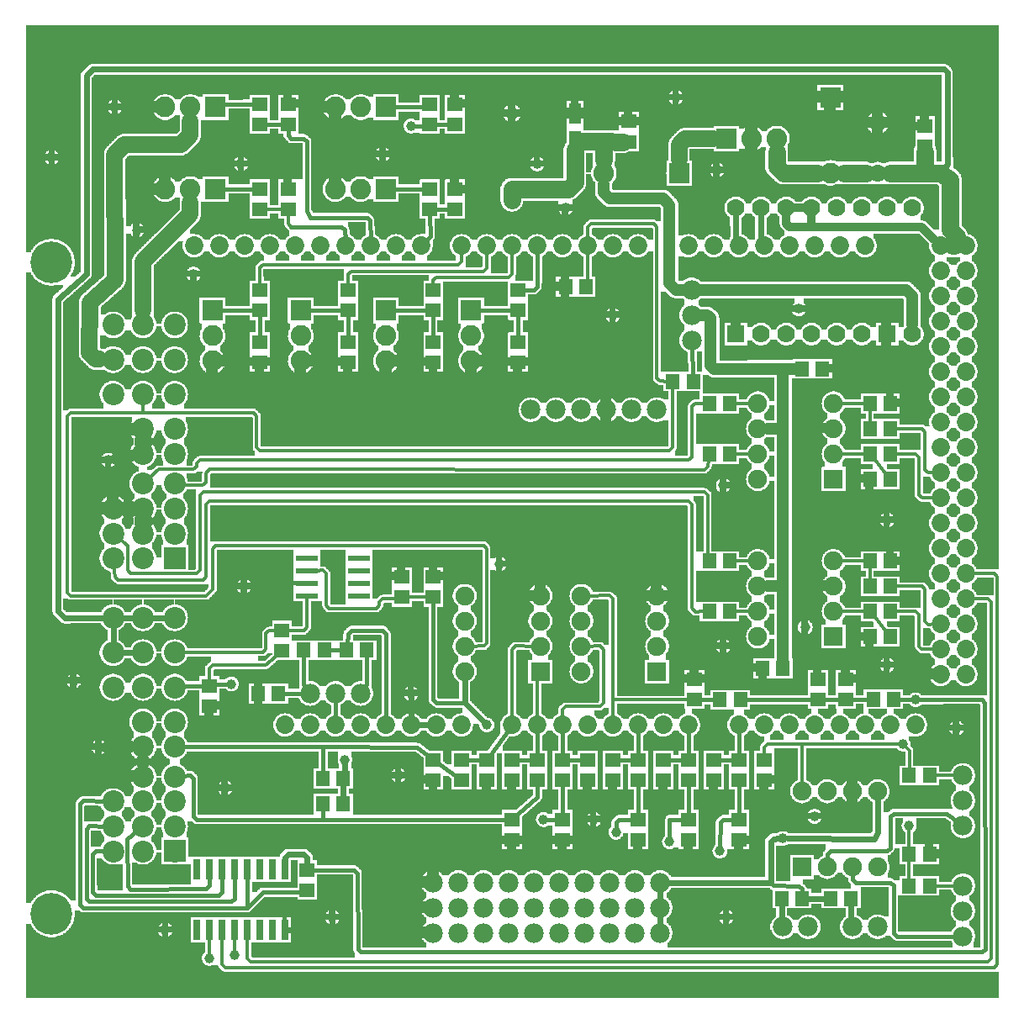
<source format=gtl>
G04 MADE WITH FRITZING*
G04 WWW.FRITZING.ORG*
G04 DOUBLE SIDED*
G04 HOLES PLATED*
G04 CONTOUR ON CENTER OF CONTOUR VECTOR*
%ASAXBY*%
%FSLAX23Y23*%
%MOIN*%
%OFA0B0*%
%SFA1.0B1.0*%
%ADD10C,0.075000*%
%ADD11C,0.078000*%
%ADD12C,0.039370*%
%ADD13C,0.082000*%
%ADD14C,0.070000*%
%ADD15C,0.086603*%
%ADD16C,0.165354*%
%ADD17C,0.072917*%
%ADD18C,0.051496*%
%ADD19R,0.075000X0.075000*%
%ADD20R,0.082000X0.082000*%
%ADD21R,0.059055X0.055118*%
%ADD22R,0.026000X0.080000*%
%ADD23R,0.047244X0.078740*%
%ADD24R,0.087000X0.024000*%
%ADD25R,0.055118X0.059055*%
%ADD26R,0.070000X0.070000*%
%ADD27C,0.048000*%
%ADD28C,0.012000*%
%ADD29C,0.024000*%
%ADD30C,0.032000*%
%ADD31C,0.065000*%
%ADD32C,0.016000*%
%ADD33R,0.001000X0.001000*%
%LNCOPPER1*%
G90*
G70*
G54D10*
X123Y3815D03*
X2872Y3346D03*
X3333Y3642D03*
X957Y3405D03*
X3472Y3025D03*
X2764Y2306D03*
X293Y2277D03*
X740Y2278D03*
X2827Y1972D03*
X1747Y1745D03*
X2764Y1680D03*
X1559Y1494D03*
X870Y1756D03*
X3211Y972D03*
X760Y956D03*
X1400Y816D03*
X3729Y598D03*
X2773Y1137D03*
X372Y519D03*
X3404Y426D03*
X2883Y417D03*
X3568Y388D03*
X1253Y482D03*
G54D11*
X2542Y2374D03*
X2442Y2374D03*
X2342Y2374D03*
X2242Y2374D03*
X2142Y2374D03*
X2042Y2374D03*
G54D12*
X1917Y1761D03*
X2805Y1436D03*
G54D10*
X2080Y1336D03*
X1780Y1336D03*
X2080Y1436D03*
X1780Y1436D03*
X2080Y1536D03*
X1780Y1536D03*
X2080Y1636D03*
X1780Y1636D03*
X2542Y1336D03*
X2242Y1336D03*
X2542Y1436D03*
X2242Y1436D03*
X2542Y1536D03*
X2242Y1536D03*
X2542Y1636D03*
X2242Y1636D03*
G54D13*
X2817Y3449D03*
X2917Y3449D03*
X3017Y3449D03*
G54D12*
X2780Y3324D03*
X2617Y3611D03*
G54D10*
X3242Y1474D03*
X2942Y1474D03*
X3242Y1574D03*
X2942Y1574D03*
X3242Y1674D03*
X2942Y1674D03*
X3242Y1774D03*
X2942Y1774D03*
X3242Y2099D03*
X2942Y2099D03*
X3242Y2199D03*
X2942Y2199D03*
X3242Y2299D03*
X2942Y2299D03*
X3242Y2399D03*
X2942Y2399D03*
G54D14*
X3417Y3511D03*
X3417Y3311D03*
G54D11*
X2455Y299D03*
X2355Y299D03*
X2255Y299D03*
X2155Y299D03*
X2055Y299D03*
X1955Y299D03*
X1855Y299D03*
X1755Y299D03*
X2455Y399D03*
X2355Y399D03*
X2255Y399D03*
X2155Y399D03*
X2055Y399D03*
X1955Y399D03*
X1855Y399D03*
X1755Y399D03*
X2455Y499D03*
X2355Y499D03*
X2255Y499D03*
X2155Y499D03*
X2055Y499D03*
X1955Y499D03*
X1855Y499D03*
X1755Y499D03*
X1655Y499D03*
X1655Y399D03*
X1655Y299D03*
X2555Y499D03*
X2555Y399D03*
X2555Y299D03*
G54D12*
X855Y1286D03*
X767Y199D03*
X867Y211D03*
X2817Y361D03*
X367Y2174D03*
X230Y1299D03*
X830Y874D03*
X3730Y1111D03*
X3167Y761D03*
X3455Y1361D03*
X592Y311D03*
X1255Y361D03*
X3455Y1936D03*
X1867Y1124D03*
X2067Y3349D03*
X2180Y3174D03*
X1567Y1249D03*
X1305Y986D03*
X1517Y924D03*
X2092Y749D03*
X2792Y624D03*
X330Y1036D03*
X3105Y2774D03*
X905Y1674D03*
X480Y3086D03*
X2380Y699D03*
X2592Y661D03*
G54D15*
X630Y2572D03*
X630Y2434D03*
X630Y2297D03*
X630Y2198D03*
X630Y2080D03*
X630Y1982D03*
X630Y1883D03*
X630Y1785D03*
X630Y1411D03*
X630Y1273D03*
X630Y1135D03*
X630Y1037D03*
X630Y919D03*
X630Y820D03*
X630Y722D03*
X630Y623D03*
X504Y2710D03*
X504Y2572D03*
X504Y2434D03*
X504Y2297D03*
X504Y2198D03*
X504Y2080D03*
X504Y1982D03*
X504Y1883D03*
X504Y1785D03*
X504Y1549D03*
X504Y1411D03*
X504Y1273D03*
X504Y1135D03*
X504Y1037D03*
X504Y919D03*
X504Y820D03*
X504Y722D03*
X504Y623D03*
X386Y2710D03*
X386Y2572D03*
X386Y2434D03*
X386Y1982D03*
X386Y1883D03*
X386Y1785D03*
X386Y1549D03*
X386Y1411D03*
X386Y1273D03*
X386Y820D03*
X386Y722D03*
X386Y623D03*
X630Y1549D03*
X630Y2710D03*
G54D16*
X142Y2958D03*
X142Y376D03*
G54D12*
X3042Y674D03*
X3567Y1224D03*
X2805Y2074D03*
X1567Y3499D03*
X3542Y724D03*
X3517Y1049D03*
X2367Y2749D03*
X1455Y3386D03*
X392Y3574D03*
X2292Y749D03*
X892Y3349D03*
X705Y2911D03*
G54D14*
X3555Y3174D03*
X3555Y2674D03*
X3455Y3174D03*
X3455Y2674D03*
X3355Y3174D03*
X3355Y2674D03*
X3255Y3174D03*
X3255Y2674D03*
X3155Y3174D03*
X3155Y2674D03*
X3055Y3174D03*
X3055Y2674D03*
X2955Y3174D03*
X2955Y2674D03*
X2855Y3174D03*
X2855Y2674D03*
G54D12*
X142Y3374D03*
G54D11*
X1367Y1249D03*
X1267Y1249D03*
X1167Y1249D03*
G54D12*
X3130Y1511D03*
G54D10*
X3117Y561D03*
X3117Y861D03*
X3217Y561D03*
X3217Y861D03*
X3317Y561D03*
X3317Y861D03*
X3417Y561D03*
X3417Y861D03*
G54D17*
X2967Y1124D03*
X1367Y1124D03*
X3067Y1124D03*
X3167Y1124D03*
X3267Y1124D03*
X3367Y1124D03*
X3667Y2524D03*
X3467Y1124D03*
X3567Y1124D03*
X1407Y3024D03*
X1967Y1124D03*
X2067Y1124D03*
X2167Y1124D03*
X2267Y1124D03*
X3667Y1724D03*
X2367Y1124D03*
X2467Y1124D03*
X2567Y1124D03*
X2667Y1124D03*
X2167Y3024D03*
X3667Y2924D03*
X3667Y2124D03*
X3667Y1324D03*
X1007Y3024D03*
X1767Y1124D03*
X1767Y3024D03*
X3667Y2724D03*
X3667Y2324D03*
X3667Y1924D03*
X3367Y3024D03*
X3667Y1524D03*
X3267Y3024D03*
X3167Y3024D03*
X3067Y3024D03*
X2967Y3024D03*
X2867Y3024D03*
X2767Y3024D03*
X2667Y3024D03*
X807Y3024D03*
X1207Y3024D03*
X1607Y3024D03*
X1167Y1124D03*
X1567Y1124D03*
X2367Y3024D03*
X1967Y3024D03*
X3667Y3024D03*
X3667Y2824D03*
X3667Y2624D03*
X3667Y2424D03*
X3667Y2224D03*
X3667Y2024D03*
X3667Y1824D03*
X3667Y1624D03*
X3667Y1424D03*
X707Y3024D03*
X907Y3024D03*
X1107Y3024D03*
X1307Y3024D03*
X1507Y3024D03*
X1067Y1124D03*
X1267Y1124D03*
X1467Y1124D03*
X1667Y1124D03*
X2467Y3024D03*
X2267Y3024D03*
X2067Y3024D03*
X1867Y3024D03*
X3767Y3024D03*
X3767Y2924D03*
X3767Y2824D03*
X3767Y2724D03*
X3767Y2624D03*
X3767Y2524D03*
X3767Y2424D03*
X3767Y2324D03*
X3767Y2224D03*
X3767Y2124D03*
X3767Y2024D03*
X3767Y1924D03*
X3767Y1824D03*
X3767Y1724D03*
X3767Y1624D03*
X3767Y1524D03*
X3767Y1424D03*
X3767Y1324D03*
X2867Y1124D03*
G54D13*
X1130Y2767D03*
X1130Y2667D03*
X1130Y2567D03*
X1805Y2767D03*
X1805Y2667D03*
X1805Y2567D03*
X1467Y2767D03*
X1467Y2667D03*
X1467Y2567D03*
X780Y2767D03*
X780Y2667D03*
X780Y2567D03*
G54D11*
X3755Y286D03*
X3755Y386D03*
X3755Y486D03*
X3755Y924D03*
X3755Y824D03*
X3755Y724D03*
X2680Y2849D03*
X2680Y2749D03*
X2680Y2649D03*
X3042Y324D03*
X3142Y324D03*
X3417Y324D03*
X3317Y324D03*
G54D13*
X3230Y3611D03*
X3230Y3313D03*
X2630Y3311D03*
X2332Y3311D03*
G54D18*
X1967Y3253D03*
X1967Y3549D03*
X1967Y3253D03*
X1967Y3549D03*
G54D13*
X792Y3249D03*
X692Y3249D03*
X592Y3249D03*
X1467Y3574D03*
X1367Y3574D03*
X1267Y3574D03*
X792Y3574D03*
X692Y3574D03*
X592Y3574D03*
X1467Y3249D03*
X1367Y3249D03*
X1267Y3249D03*
G54D19*
X2080Y1336D03*
X2542Y1336D03*
G54D20*
X2817Y3449D03*
G54D19*
X3242Y1474D03*
X3242Y2099D03*
G54D21*
X767Y1279D03*
X767Y1199D03*
G54D22*
X717Y311D03*
X767Y311D03*
X817Y311D03*
X867Y311D03*
X917Y311D03*
X967Y311D03*
X1017Y311D03*
X1067Y311D03*
X1067Y553D03*
X1017Y553D03*
X967Y553D03*
X917Y553D03*
X867Y553D03*
X817Y553D03*
X767Y553D03*
X717Y553D03*
G54D23*
X2217Y3439D03*
X2217Y3549D03*
G54D24*
X1155Y1786D03*
X1155Y1736D03*
X1155Y1686D03*
X1155Y1636D03*
X1361Y1636D03*
X1361Y1686D03*
X1361Y1736D03*
X1361Y1786D03*
G54D21*
X1155Y468D03*
X1155Y549D03*
G54D25*
X2605Y2486D03*
X2686Y2486D03*
G54D21*
X2430Y3517D03*
X2430Y3436D03*
X3605Y3499D03*
X3605Y3418D03*
X1055Y1499D03*
X1055Y1418D03*
X1530Y1711D03*
X1530Y1631D03*
X1742Y3168D03*
X1742Y3249D03*
X1642Y3506D03*
X1642Y3586D03*
X1742Y3506D03*
X1742Y3586D03*
X1642Y3168D03*
X1642Y3249D03*
X1080Y3506D03*
X1080Y3586D03*
X967Y3506D03*
X967Y3586D03*
X1080Y3168D03*
X1080Y3249D03*
X967Y3168D03*
X967Y3249D03*
G54D25*
X3467Y2399D03*
X3387Y2399D03*
X3387Y2099D03*
X3467Y2099D03*
X3467Y2199D03*
X3387Y2199D03*
X3467Y2299D03*
X3387Y2299D03*
X3198Y2536D03*
X3117Y2536D03*
X3387Y1474D03*
X3467Y1474D03*
X3467Y1574D03*
X3387Y1574D03*
X3467Y1674D03*
X3387Y1674D03*
X3467Y1774D03*
X3387Y1774D03*
G54D21*
X967Y2562D03*
X967Y2643D03*
X1317Y2562D03*
X1317Y2643D03*
X1655Y2562D03*
X1655Y2643D03*
X1992Y2562D03*
X1992Y2643D03*
X967Y2848D03*
X967Y2767D03*
X1317Y2848D03*
X1317Y2767D03*
X1655Y2848D03*
X1655Y2767D03*
X1992Y2848D03*
X1992Y2767D03*
G54D25*
X2749Y2199D03*
X2830Y2199D03*
X2830Y2399D03*
X2749Y2399D03*
X1298Y811D03*
X1217Y811D03*
G54D21*
X2667Y668D03*
X2667Y749D03*
X2467Y668D03*
X2467Y749D03*
X2167Y668D03*
X2167Y749D03*
X1655Y1711D03*
X1655Y1631D03*
G54D25*
X2962Y1349D03*
X3042Y1349D03*
G54D21*
X3180Y1304D03*
X3180Y1224D03*
G54D25*
X2180Y2861D03*
X2261Y2861D03*
G54D21*
X1967Y906D03*
X1967Y986D03*
G54D25*
X1142Y1420D03*
X1223Y1420D03*
X1042Y1249D03*
X962Y1249D03*
G54D21*
X1867Y906D03*
X1867Y986D03*
G54D25*
X1298Y911D03*
X1217Y911D03*
G54D21*
X1655Y906D03*
X1655Y986D03*
G54D25*
X3480Y1226D03*
X3399Y1226D03*
G54D21*
X2692Y1224D03*
X2692Y1304D03*
G54D25*
X3623Y924D03*
X3542Y924D03*
X3231Y436D03*
X3312Y436D03*
X3117Y436D03*
X3037Y436D03*
X3623Y486D03*
X3542Y486D03*
X3542Y611D03*
X3623Y611D03*
G54D26*
X2855Y2674D03*
X3455Y2674D03*
G54D19*
X3117Y561D03*
G54D20*
X1130Y2767D03*
X1805Y2767D03*
X1467Y2767D03*
X780Y2767D03*
X3230Y3612D03*
X2631Y3311D03*
X792Y3249D03*
X1467Y3574D03*
X792Y3574D03*
X1467Y3249D03*
G54D21*
X2767Y906D03*
X2767Y986D03*
X2867Y668D03*
X2867Y749D03*
X2967Y906D03*
X2967Y986D03*
X1967Y668D03*
X1967Y749D03*
X1767Y906D03*
X1767Y986D03*
X2067Y906D03*
X2067Y986D03*
G54D25*
X1392Y1420D03*
X1312Y1420D03*
G54D21*
X2867Y906D03*
X2867Y986D03*
X2667Y906D03*
X2667Y986D03*
X2467Y906D03*
X2467Y986D03*
X2167Y906D03*
X2167Y986D03*
X2567Y906D03*
X2567Y986D03*
X2367Y906D03*
X2367Y986D03*
X2267Y906D03*
X2267Y986D03*
G54D25*
X2749Y1574D03*
X2830Y1574D03*
X2830Y1774D03*
X2749Y1774D03*
X2873Y1224D03*
X2792Y1224D03*
G54D21*
X3292Y1224D03*
X3292Y1304D03*
G54D27*
X3042Y1373D02*
X3042Y1674D01*
G54D28*
D02*
X2267Y2861D02*
X2261Y2861D01*
D02*
X2267Y2999D02*
X2267Y2861D01*
G54D29*
D02*
X3680Y3724D02*
X3693Y3711D01*
G54D27*
D02*
X459Y2190D02*
X397Y2179D01*
G54D29*
D02*
X3693Y3711D02*
X3693Y3349D01*
D02*
X386Y1514D02*
X386Y1446D01*
G54D14*
D02*
X504Y2255D02*
X504Y2240D01*
D02*
X447Y1982D02*
X443Y1982D01*
D02*
X504Y1925D02*
X504Y1940D01*
G54D28*
D02*
X504Y2405D02*
X504Y2361D01*
G54D29*
D02*
X420Y1411D02*
X469Y1411D01*
G54D28*
D02*
X755Y2086D02*
X742Y2074D01*
D02*
X755Y2123D02*
X755Y2111D01*
D02*
X755Y2111D02*
X755Y2086D01*
D02*
X630Y2074D02*
X630Y2051D01*
D02*
X742Y2074D02*
X630Y2074D01*
D02*
X767Y2137D02*
X755Y2123D01*
G54D29*
D02*
X1637Y1124D02*
X1598Y1124D01*
D02*
X1567Y1230D02*
X1567Y1154D01*
G54D27*
D02*
X2982Y1674D02*
X3042Y1674D01*
G54D30*
D02*
X3155Y3099D02*
X3155Y3142D01*
G54D28*
D02*
X3543Y924D02*
X3542Y924D01*
D02*
X3543Y1023D02*
X3543Y924D01*
D02*
X3527Y1039D02*
X3543Y1023D01*
D02*
X3542Y587D02*
X3542Y510D01*
D02*
X3542Y635D02*
X3542Y710D01*
G54D29*
D02*
X3418Y699D02*
X3417Y833D01*
D02*
X3404Y673D02*
X3061Y674D01*
D02*
X3404Y673D02*
X3418Y699D01*
G54D14*
D02*
X2406Y3436D02*
X2329Y3437D01*
G54D27*
D02*
X2330Y3236D02*
X2331Y3268D01*
D02*
X2355Y3212D02*
X2330Y3236D01*
D02*
X2568Y3212D02*
X2355Y3212D01*
D02*
X2592Y3186D02*
X2568Y3212D01*
G54D31*
D02*
X2630Y3424D02*
X2655Y3449D01*
D02*
X2655Y3449D02*
X2763Y3449D01*
D02*
X2630Y3366D02*
X2630Y3424D01*
G54D27*
D02*
X2617Y2849D02*
X2592Y2874D01*
D02*
X2592Y2874D02*
X2592Y3186D01*
D02*
X2639Y2849D02*
X2617Y2849D01*
G54D29*
D02*
X3693Y3349D02*
X3667Y3312D01*
G54D14*
D02*
X3705Y3087D02*
X3705Y3286D01*
D02*
X3730Y3061D02*
X3705Y3087D01*
D02*
X3605Y3396D02*
X3605Y3311D01*
D02*
X3017Y3337D02*
X3043Y3312D01*
D02*
X3043Y3312D02*
X3176Y3313D01*
D02*
X3017Y3394D02*
X3017Y3337D01*
G54D32*
D02*
X1155Y462D02*
X979Y462D01*
D02*
X979Y462D02*
X918Y399D01*
D02*
X1155Y468D02*
X1155Y462D01*
G54D29*
D02*
X1242Y311D02*
X1254Y324D01*
D02*
X1254Y324D02*
X1255Y342D01*
D02*
X1075Y311D02*
X1242Y311D01*
D02*
X1068Y599D02*
X1068Y588D01*
G54D28*
D02*
X205Y2348D02*
X217Y2362D01*
D02*
X205Y1648D02*
X205Y2348D01*
D02*
X1856Y1836D02*
X792Y1836D01*
D02*
X1867Y1823D02*
X1856Y1836D01*
D02*
X1867Y1448D02*
X1867Y1823D01*
D02*
X779Y1823D02*
X780Y1662D01*
D02*
X792Y1836D02*
X779Y1823D01*
D02*
X780Y1662D02*
X755Y1636D01*
D02*
X755Y1636D02*
X217Y1636D01*
D02*
X217Y1636D02*
X205Y1648D01*
D02*
X217Y2362D02*
X504Y2361D01*
D02*
X1856Y1437D02*
X1867Y1448D01*
D02*
X1803Y1436D02*
X1856Y1437D01*
G54D29*
D02*
X1155Y599D02*
X1142Y612D01*
D02*
X1080Y612D02*
X1068Y599D01*
D02*
X1142Y612D02*
X1080Y612D01*
D02*
X1155Y571D02*
X1155Y599D01*
D02*
X2993Y499D02*
X2585Y499D01*
D02*
X3005Y673D02*
X2993Y661D01*
D02*
X2993Y661D02*
X2993Y499D01*
D02*
X3023Y674D02*
X3005Y673D01*
D02*
X2555Y369D02*
X2555Y329D01*
D02*
X2555Y469D02*
X2555Y429D01*
G54D28*
D02*
X1967Y1423D02*
X1967Y1148D01*
D02*
X1979Y1437D02*
X1967Y1423D01*
D02*
X2057Y1436D02*
X1979Y1437D01*
G54D32*
D02*
X767Y1286D02*
X767Y1279D01*
D02*
X841Y1286D02*
X767Y1286D01*
G54D28*
D02*
X867Y277D02*
X867Y225D01*
D02*
X767Y277D02*
X767Y212D01*
D02*
X3365Y1574D02*
X3265Y1574D01*
D02*
X3365Y2199D02*
X3265Y2199D01*
G54D29*
D02*
X1780Y1308D02*
X1780Y1212D01*
G54D28*
D02*
X2368Y1624D02*
X2368Y1224D01*
D02*
X2354Y1637D02*
X2368Y1624D01*
D02*
X2265Y1636D02*
X2354Y1637D01*
G54D29*
D02*
X539Y1549D02*
X595Y1549D01*
D02*
X420Y1549D02*
X469Y1549D01*
G54D14*
D02*
X3369Y3312D02*
X3284Y3313D01*
G54D28*
D02*
X980Y1412D02*
X992Y1424D01*
D02*
X992Y1487D02*
X1005Y1498D01*
D02*
X1005Y1498D02*
X1031Y1498D01*
D02*
X659Y1411D02*
X980Y1412D01*
D02*
X992Y1424D02*
X992Y1487D01*
G54D27*
D02*
X458Y1037D02*
X360Y1036D01*
D02*
X504Y965D02*
X504Y991D01*
G54D32*
D02*
X3554Y1224D02*
X3502Y1225D01*
G54D28*
D02*
X2968Y999D02*
X2967Y986D01*
D02*
X2968Y1036D02*
X2968Y999D01*
D02*
X2980Y1049D02*
X2968Y1036D01*
D02*
X3117Y1049D02*
X2980Y1049D01*
G54D32*
D02*
X1356Y236D02*
X1354Y536D01*
D02*
X3831Y224D02*
X1368Y224D01*
D02*
X3843Y236D02*
X3831Y224D01*
D02*
X1342Y548D02*
X1179Y549D01*
D02*
X1354Y536D02*
X1342Y548D01*
D02*
X3830Y1224D02*
X3842Y1211D01*
D02*
X3842Y1211D02*
X3843Y236D01*
D02*
X1368Y224D02*
X1356Y236D01*
D02*
X3581Y1224D02*
X3830Y1224D01*
G54D29*
D02*
X1780Y1212D02*
X1854Y1137D01*
G54D32*
D02*
X2043Y986D02*
X1991Y986D01*
D02*
X2067Y1099D02*
X2067Y1008D01*
D02*
X2068Y837D02*
X2067Y884D01*
D02*
X1991Y770D02*
X2068Y837D01*
D02*
X2467Y1008D02*
X2467Y1099D01*
D02*
X2167Y771D02*
X2167Y884D01*
D02*
X2167Y1008D02*
X2167Y1099D01*
D02*
X1883Y1008D02*
X1953Y1104D01*
D02*
X2867Y1008D02*
X2867Y1099D01*
D02*
X2843Y986D02*
X2791Y986D01*
D02*
X2667Y1008D02*
X2667Y1099D01*
D02*
X1217Y1037D02*
X1217Y935D01*
D02*
X1592Y1036D02*
X1217Y1037D01*
D02*
X659Y1037D02*
X1217Y1037D01*
G54D29*
D02*
X1298Y887D02*
X1298Y835D01*
G54D32*
D02*
X1679Y969D02*
X1743Y923D01*
D02*
X1631Y1005D02*
X1592Y1036D01*
D02*
X1217Y749D02*
X1943Y749D01*
G54D29*
D02*
X1305Y936D02*
X1305Y967D01*
D02*
X1305Y935D02*
X1305Y936D01*
G54D32*
D02*
X317Y624D02*
X304Y611D01*
D02*
X867Y436D02*
X867Y519D01*
D02*
X855Y424D02*
X867Y436D01*
D02*
X292Y424D02*
X855Y424D01*
D02*
X305Y462D02*
X318Y449D01*
D02*
X357Y624D02*
X317Y624D01*
D02*
X481Y704D02*
X442Y673D01*
D02*
X304Y611D02*
X305Y462D01*
D02*
X817Y461D02*
X817Y519D01*
D02*
X805Y449D02*
X817Y461D01*
D02*
X318Y449D02*
X805Y449D01*
D02*
X768Y487D02*
X767Y519D01*
D02*
X755Y474D02*
X768Y487D01*
D02*
X454Y473D02*
X755Y474D01*
D02*
X443Y486D02*
X454Y473D01*
D02*
X442Y673D02*
X443Y486D01*
G54D27*
D02*
X3095Y2536D02*
X3042Y2536D01*
G54D32*
D02*
X918Y399D02*
X917Y519D01*
D02*
X267Y399D02*
X918Y399D01*
D02*
X255Y411D02*
X267Y399D01*
D02*
X255Y811D02*
X255Y411D01*
D02*
X268Y824D02*
X255Y811D01*
D02*
X357Y821D02*
X268Y824D01*
D02*
X280Y436D02*
X292Y424D01*
D02*
X279Y711D02*
X280Y436D01*
D02*
X292Y724D02*
X279Y711D01*
D02*
X357Y723D02*
X292Y724D01*
D02*
X705Y912D02*
X705Y761D01*
D02*
X692Y924D02*
X705Y912D01*
D02*
X1217Y749D02*
X1217Y787D01*
D02*
X717Y749D02*
X1217Y749D01*
D02*
X659Y921D02*
X692Y924D01*
D02*
X705Y761D02*
X717Y749D01*
G54D28*
D02*
X393Y1711D02*
X405Y1699D01*
D02*
X2667Y2012D02*
X2679Y1998D01*
D02*
X767Y2012D02*
X2667Y2012D01*
D02*
X755Y1998D02*
X767Y2012D01*
D02*
X755Y1711D02*
X755Y1998D01*
D02*
X2679Y1998D02*
X2679Y1587D01*
D02*
X743Y1699D02*
X755Y1711D01*
D02*
X405Y1699D02*
X743Y1699D01*
D02*
X388Y1756D02*
X393Y1711D01*
D02*
X2067Y1336D02*
X2057Y1336D01*
D02*
X2067Y1148D02*
X2067Y1336D01*
D02*
X2692Y1224D02*
X2692Y1224D01*
D02*
X2368Y1224D02*
X2692Y1224D01*
D02*
X2368Y1148D02*
X2368Y1224D01*
G54D32*
D02*
X1654Y1609D02*
X1654Y1599D01*
D02*
X1245Y1420D02*
X1290Y1420D01*
D02*
X1267Y1148D02*
X1267Y1224D01*
D02*
X1143Y1249D02*
X1064Y1249D01*
D02*
X1668Y1212D02*
X1654Y1224D01*
D02*
X1654Y1224D02*
X1654Y1599D01*
D02*
X1780Y1212D02*
X1668Y1212D01*
D02*
X1467Y1174D02*
X1467Y1148D01*
D02*
X1467Y1486D02*
X1467Y1174D01*
D02*
X1455Y1499D02*
X1467Y1486D01*
D02*
X1330Y1499D02*
X1455Y1499D01*
D02*
X1317Y1486D02*
X1330Y1499D01*
D02*
X1314Y1444D02*
X1317Y1486D01*
G54D28*
D02*
X1231Y1599D02*
X1231Y1724D01*
D02*
X1231Y1724D02*
X1218Y1737D01*
D02*
X1218Y1737D02*
X1193Y1736D01*
D02*
X1441Y1599D02*
X1431Y1586D01*
D02*
X1442Y1611D02*
X1441Y1599D01*
D02*
X1431Y1586D02*
X1241Y1586D01*
D02*
X1454Y1624D02*
X1442Y1611D01*
D02*
X1241Y1586D02*
X1231Y1599D01*
D02*
X1530Y1624D02*
X1454Y1624D01*
D02*
X1530Y1631D02*
X1530Y1624D01*
D02*
X1631Y1631D02*
X1554Y1631D01*
G54D32*
D02*
X2191Y986D02*
X2243Y986D01*
D02*
X1843Y986D02*
X1791Y986D01*
D02*
X2391Y986D02*
X2443Y986D01*
D02*
X2106Y749D02*
X2143Y749D01*
D02*
X2867Y771D02*
X2867Y884D01*
D02*
X2667Y771D02*
X2667Y884D01*
D02*
X2643Y986D02*
X2591Y986D01*
D02*
X2467Y771D02*
X2467Y884D01*
G54D27*
D02*
X2755Y2737D02*
X2742Y2749D01*
D02*
X2755Y2549D02*
X2755Y2737D01*
G54D14*
D02*
X3667Y3312D02*
X3705Y3286D01*
D02*
X3605Y3311D02*
X3667Y3312D01*
D02*
X3466Y3311D02*
X3605Y3311D01*
G54D32*
D02*
X2681Y2624D02*
X2685Y2510D01*
G54D27*
D02*
X2742Y2749D02*
X2721Y2749D01*
G54D30*
D02*
X3055Y3112D02*
X3055Y3142D01*
D02*
X3155Y3099D02*
X3067Y3099D01*
D02*
X3067Y3099D02*
X3055Y3112D01*
D02*
X3592Y3098D02*
X3155Y3099D01*
D02*
X3642Y3049D02*
X3592Y3098D01*
G54D28*
D02*
X1143Y1498D02*
X1154Y1511D01*
D02*
X1154Y1511D02*
X1155Y1630D01*
D02*
X1079Y1499D02*
X1143Y1498D01*
D02*
X2268Y3099D02*
X2267Y3048D01*
D02*
X2280Y3111D02*
X2268Y3099D01*
D02*
X2529Y3111D02*
X2280Y3111D01*
D02*
X2542Y3099D02*
X2529Y3111D01*
D02*
X2542Y2499D02*
X2542Y3099D01*
D02*
X2555Y2487D02*
X2542Y2499D01*
D02*
X2583Y2486D02*
X2555Y2487D01*
D02*
X2604Y2224D02*
X2605Y2462D01*
D02*
X2592Y2211D02*
X2604Y2224D01*
D02*
X955Y2349D02*
X955Y2224D01*
D02*
X955Y2224D02*
X967Y2211D01*
D02*
X967Y2211D02*
X2592Y2211D01*
D02*
X943Y2361D02*
X955Y2349D01*
D02*
X504Y2361D02*
X943Y2361D01*
D02*
X992Y1361D02*
X1031Y1396D01*
D02*
X780Y1361D02*
X992Y1361D01*
D02*
X767Y1349D02*
X780Y1361D01*
G54D32*
D02*
X630Y1279D02*
X630Y1302D01*
D02*
X743Y1279D02*
X630Y1279D01*
G54D28*
D02*
X767Y1301D02*
X767Y1349D01*
G54D32*
D02*
X1642Y3499D02*
X1581Y3499D01*
D02*
X1642Y3506D02*
X1642Y3499D01*
G54D31*
D02*
X692Y3148D02*
X692Y3194D01*
D02*
X504Y2962D02*
X692Y3148D01*
D02*
X504Y2767D02*
X504Y2962D01*
G54D32*
D02*
X1155Y3162D02*
X1155Y3437D01*
D02*
X1142Y3448D02*
X1092Y3448D01*
D02*
X1092Y3448D02*
X1080Y3461D01*
D02*
X1155Y3437D02*
X1142Y3448D01*
D02*
X1168Y3136D02*
X1155Y3162D01*
D02*
X1393Y3136D02*
X1168Y3136D01*
D02*
X1404Y3124D02*
X1393Y3136D01*
D02*
X1292Y3099D02*
X1092Y3099D01*
D02*
X1305Y3087D02*
X1292Y3099D01*
D02*
X1306Y3048D02*
X1305Y3087D01*
G54D31*
D02*
X430Y3424D02*
X655Y3424D01*
D02*
X655Y3424D02*
X692Y3461D01*
D02*
X692Y3461D02*
X692Y3519D01*
D02*
X392Y3386D02*
X430Y3424D01*
D02*
X292Y2599D02*
X293Y2799D01*
D02*
X393Y2887D02*
X392Y3386D01*
D02*
X293Y2799D02*
X393Y2887D01*
D02*
X317Y2574D02*
X292Y2599D01*
D02*
X329Y2574D02*
X317Y2574D01*
G54D32*
D02*
X1407Y3048D02*
X1404Y3124D01*
G54D29*
D02*
X305Y3724D02*
X3680Y3724D01*
D02*
X280Y3699D02*
X305Y3724D01*
D02*
X193Y1548D02*
X167Y1574D01*
D02*
X167Y1574D02*
X167Y2811D01*
D02*
X167Y2811D02*
X280Y2912D01*
D02*
X280Y2912D02*
X280Y3699D01*
D02*
X351Y1549D02*
X193Y1548D01*
G54D14*
D02*
X2329Y3437D02*
X2331Y3366D01*
D02*
X2235Y3438D02*
X2329Y3437D01*
D02*
X3715Y3024D02*
X3720Y3024D01*
D02*
X1967Y3249D02*
X1967Y3204D01*
D02*
X2192Y3249D02*
X1967Y3249D01*
D02*
X2217Y3274D02*
X2192Y3249D01*
D02*
X2217Y3405D02*
X2217Y3274D01*
G54D32*
D02*
X2380Y737D02*
X2380Y712D01*
D02*
X2392Y749D02*
X2380Y737D01*
D02*
X2443Y749D02*
X2392Y749D01*
D02*
X2592Y749D02*
X2643Y749D01*
D02*
X2592Y675D02*
X2592Y749D01*
G54D28*
D02*
X730Y1737D02*
X717Y1724D01*
D02*
X730Y2036D02*
X730Y1737D01*
D02*
X743Y2049D02*
X730Y2036D01*
D02*
X717Y1724D02*
X454Y1724D01*
D02*
X454Y1724D02*
X443Y1737D01*
D02*
X443Y1737D02*
X443Y1836D01*
D02*
X443Y1836D02*
X408Y1865D01*
D02*
X2729Y2048D02*
X743Y2049D01*
D02*
X2743Y2036D02*
X2729Y2048D01*
D02*
X2743Y1774D02*
X2743Y2036D01*
D02*
X2749Y1774D02*
X2743Y1774D01*
G54D32*
D02*
X1142Y1286D02*
X1154Y1269D01*
D02*
X1142Y1396D02*
X1142Y1286D01*
D02*
X1392Y1286D02*
X1381Y1269D01*
D02*
X1392Y1396D02*
X1392Y1286D01*
G54D28*
D02*
X2330Y1423D02*
X2330Y1212D01*
D02*
X2330Y1212D02*
X2317Y1198D01*
D02*
X2317Y1437D02*
X2330Y1423D01*
D02*
X2181Y1198D02*
X2167Y1186D01*
D02*
X2167Y1186D02*
X2167Y1148D01*
D02*
X2317Y1198D02*
X2181Y1198D01*
D02*
X2265Y1436D02*
X2317Y1437D01*
D02*
X3117Y1049D02*
X3504Y1049D01*
D02*
X3117Y884D02*
X3117Y1049D01*
G54D32*
D02*
X3480Y299D02*
X3493Y286D01*
D02*
X3218Y611D02*
X3230Y624D01*
D02*
X3480Y487D02*
X3480Y299D01*
D02*
X3218Y584D02*
X3218Y611D01*
D02*
X3692Y773D02*
X3736Y739D01*
D02*
X3467Y761D02*
X3480Y773D01*
D02*
X3467Y636D02*
X3467Y761D01*
D02*
X3480Y773D02*
X3692Y773D01*
D02*
X3455Y624D02*
X3467Y636D01*
D02*
X3230Y624D02*
X3455Y624D01*
D02*
X3493Y286D02*
X3730Y286D01*
D02*
X3467Y499D02*
X3480Y487D01*
D02*
X3330Y499D02*
X3467Y499D01*
D02*
X3317Y511D02*
X3330Y499D01*
D02*
X3317Y538D02*
X3317Y511D01*
G54D28*
D02*
X2693Y1573D02*
X2679Y1587D01*
D02*
X2723Y1574D02*
X2693Y1573D01*
D02*
X2727Y1574D02*
X2723Y1574D01*
D02*
X3645Y486D02*
X3730Y486D01*
D02*
X3645Y924D02*
X3730Y924D01*
D02*
X3365Y1774D02*
X3265Y1774D01*
D02*
X3387Y1750D02*
X3387Y1698D01*
D02*
X3365Y2399D02*
X3265Y2399D01*
D02*
X3387Y2375D02*
X3387Y2323D01*
G54D27*
D02*
X3042Y1674D02*
X3042Y2298D01*
D02*
X3042Y2298D02*
X2982Y2299D01*
D02*
X2767Y2536D02*
X3042Y2536D01*
D02*
X3042Y2536D02*
X3042Y2298D01*
D02*
X2755Y2549D02*
X2767Y2536D01*
G54D29*
D02*
X2855Y3049D02*
X2854Y3051D01*
D02*
X2855Y3148D02*
X2855Y3049D01*
D02*
X2954Y3049D02*
X2953Y3051D01*
D02*
X2955Y3148D02*
X2954Y3049D01*
G54D28*
D02*
X3406Y1550D02*
X3448Y1498D01*
D02*
X3406Y2175D02*
X3448Y2123D01*
G54D32*
D02*
X1642Y3574D02*
X1642Y3586D01*
D02*
X1494Y3574D02*
X1642Y3574D01*
D02*
X1992Y2665D02*
X1992Y2745D01*
D02*
X1655Y2745D02*
X1655Y2665D01*
D02*
X1494Y2767D02*
X1631Y2767D01*
D02*
X1831Y2767D02*
X1968Y2767D01*
D02*
X2055Y2849D02*
X2016Y2848D01*
D02*
X1293Y2767D02*
X1156Y2767D01*
D02*
X1317Y2745D02*
X1317Y2665D01*
D02*
X943Y2767D02*
X806Y2767D01*
D02*
X967Y2665D02*
X967Y2745D01*
G54D28*
D02*
X1767Y2961D02*
X1767Y2999D01*
D02*
X1755Y2948D02*
X1767Y2961D01*
D02*
X979Y2949D02*
X1755Y2948D01*
D02*
X967Y2937D02*
X979Y2949D01*
D02*
X967Y2870D02*
X967Y2937D01*
D02*
X1855Y2923D02*
X1867Y2936D01*
D02*
X1868Y2936D02*
X1867Y2999D01*
D02*
X1330Y2923D02*
X1855Y2923D01*
D02*
X1317Y2912D02*
X1330Y2923D01*
D02*
X1317Y2870D02*
X1317Y2912D01*
D02*
X1967Y2999D02*
X1967Y2912D01*
D02*
X1668Y2899D02*
X1655Y2887D01*
D02*
X1655Y2887D02*
X1655Y2870D01*
D02*
X1955Y2899D02*
X1668Y2899D01*
D02*
X1967Y2912D02*
X1955Y2899D01*
G54D32*
D02*
X2067Y2862D02*
X2055Y2849D01*
D02*
X2067Y2999D02*
X2067Y2862D01*
D02*
X3156Y1224D02*
X2895Y1224D01*
D02*
X2770Y1224D02*
X2716Y1224D01*
D02*
X3268Y1224D02*
X3204Y1224D01*
D02*
X3377Y1225D02*
X3316Y1224D01*
G54D27*
D02*
X3554Y2824D02*
X3555Y2711D01*
D02*
X3529Y2849D02*
X3554Y2824D01*
D02*
X2721Y2849D02*
X3529Y2849D01*
G54D32*
D02*
X1080Y3461D02*
X1080Y3484D01*
D02*
X806Y3586D02*
X812Y3591D01*
D02*
X943Y3586D02*
X806Y3586D01*
D02*
X991Y3506D02*
X1056Y3506D01*
G54D28*
D02*
X1080Y3111D02*
X1080Y3146D01*
D02*
X1092Y3099D02*
X1080Y3111D01*
G54D32*
D02*
X943Y3249D02*
X819Y3249D01*
G54D28*
D02*
X1056Y3168D02*
X991Y3168D01*
G54D32*
D02*
X1618Y3249D02*
X1494Y3249D01*
D02*
X1718Y3506D02*
X1666Y3506D01*
D02*
X1643Y3061D02*
X1624Y3042D01*
D02*
X1642Y3146D02*
X1643Y3061D01*
D02*
X1666Y3168D02*
X1718Y3168D01*
G54D30*
D02*
X3123Y3174D02*
X3087Y3174D01*
G54D28*
D02*
X2919Y2399D02*
X2852Y2399D01*
D02*
X2919Y2199D02*
X2852Y2199D01*
G54D29*
D02*
X3312Y324D02*
X3287Y324D01*
D02*
X3312Y412D02*
X3312Y324D01*
D02*
X3209Y436D02*
X3139Y436D01*
G54D28*
D02*
X2743Y2148D02*
X2746Y2175D01*
D02*
X2729Y2136D02*
X2743Y2148D01*
D02*
X767Y2137D02*
X2729Y2136D01*
D02*
X3567Y2199D02*
X3489Y2199D01*
D02*
X3580Y2186D02*
X3567Y2199D01*
D02*
X3580Y2036D02*
X3580Y2186D01*
D02*
X3593Y2024D02*
X3580Y2036D01*
D02*
X3643Y2024D02*
X3593Y2024D01*
D02*
X3605Y2136D02*
X3617Y2124D01*
D02*
X3617Y2124D02*
X3643Y2124D01*
D02*
X3605Y2286D02*
X3605Y2136D01*
D02*
X3593Y2299D02*
X3605Y2286D01*
D02*
X3489Y2299D02*
X3593Y2299D01*
D02*
X3855Y186D02*
X3868Y199D01*
D02*
X3867Y1612D02*
X3854Y1624D01*
D02*
X929Y186D02*
X3855Y186D01*
D02*
X918Y199D02*
X929Y186D01*
D02*
X918Y277D02*
X918Y199D01*
D02*
X3868Y199D02*
X3867Y1612D01*
D02*
X3854Y1624D02*
X3792Y1624D01*
G54D32*
D02*
X2804Y749D02*
X2793Y737D01*
D02*
X2793Y737D02*
X2792Y637D01*
D02*
X2843Y749D02*
X2804Y749D01*
G54D28*
D02*
X3880Y161D02*
X3892Y174D01*
D02*
X3892Y1711D02*
X3880Y1724D01*
D02*
X830Y161D02*
X3880Y161D01*
D02*
X817Y174D02*
X830Y161D01*
D02*
X817Y277D02*
X817Y174D01*
D02*
X3892Y174D02*
X3892Y1711D01*
D02*
X3880Y1724D02*
X3792Y1724D01*
D02*
X3605Y1662D02*
X3593Y1674D01*
D02*
X3605Y1536D02*
X3605Y1662D01*
D02*
X3617Y1523D02*
X3605Y1536D01*
D02*
X3593Y1674D02*
X3489Y1674D01*
D02*
X3643Y1524D02*
X3617Y1523D01*
D02*
X3592Y1424D02*
X3580Y1436D01*
D02*
X3579Y1562D02*
X3567Y1574D01*
D02*
X3567Y1574D02*
X3489Y1574D01*
D02*
X3580Y1436D02*
X3579Y1562D01*
D02*
X3643Y1424D02*
X3592Y1424D01*
D02*
X526Y2100D02*
X567Y2137D01*
D02*
X705Y2137D02*
X718Y2148D01*
D02*
X717Y2162D02*
X730Y2174D01*
D02*
X718Y2148D02*
X717Y2162D01*
D02*
X2679Y2186D02*
X2679Y2387D01*
D02*
X2667Y2174D02*
X2679Y2186D01*
D02*
X2693Y2399D02*
X2727Y2399D01*
D02*
X2679Y2387D02*
X2693Y2399D01*
D02*
X730Y2174D02*
X2667Y2174D01*
D02*
X567Y2137D02*
X705Y2137D01*
G54D29*
D02*
X3037Y324D02*
X3037Y412D01*
D02*
X3012Y324D02*
X3037Y324D01*
G54D32*
D02*
X3005Y487D02*
X2993Y499D01*
D02*
X3105Y486D02*
X3004Y487D01*
D02*
X3118Y474D02*
X3105Y486D01*
D02*
X3118Y460D02*
X3118Y474D01*
G54D28*
D02*
X2852Y1574D02*
X2919Y1574D01*
D02*
X2852Y1774D02*
X2919Y1774D01*
G36*
X40Y3897D02*
X40Y3745D01*
X3688Y3745D01*
X3688Y3743D01*
X3692Y3743D01*
X3692Y3741D01*
X3694Y3741D01*
X3694Y3739D01*
X3698Y3739D01*
X3698Y3737D01*
X3700Y3737D01*
X3700Y3735D01*
X3702Y3735D01*
X3702Y3733D01*
X3704Y3733D01*
X3704Y3731D01*
X3706Y3731D01*
X3706Y3729D01*
X3708Y3729D01*
X3708Y3725D01*
X3710Y3725D01*
X3710Y3723D01*
X3712Y3723D01*
X3712Y3719D01*
X3714Y3719D01*
X3714Y3375D01*
X3716Y3375D01*
X3716Y3333D01*
X3718Y3333D01*
X3718Y3331D01*
X3720Y3331D01*
X3720Y3329D01*
X3724Y3329D01*
X3724Y3327D01*
X3726Y3327D01*
X3726Y3325D01*
X3730Y3325D01*
X3730Y3323D01*
X3732Y3323D01*
X3732Y3321D01*
X3734Y3321D01*
X3734Y3319D01*
X3736Y3319D01*
X3736Y3317D01*
X3738Y3317D01*
X3738Y3315D01*
X3740Y3315D01*
X3740Y3313D01*
X3742Y3313D01*
X3742Y3309D01*
X3744Y3309D01*
X3744Y3307D01*
X3746Y3307D01*
X3746Y3301D01*
X3748Y3301D01*
X3748Y3295D01*
X3750Y3295D01*
X3750Y3103D01*
X3752Y3103D01*
X3752Y3101D01*
X3754Y3101D01*
X3754Y3099D01*
X3756Y3099D01*
X3756Y3097D01*
X3758Y3097D01*
X3758Y3095D01*
X3760Y3095D01*
X3760Y3093D01*
X3762Y3093D01*
X3762Y3091D01*
X3764Y3091D01*
X3764Y3089D01*
X3766Y3089D01*
X3766Y3087D01*
X3768Y3087D01*
X3768Y3083D01*
X3770Y3083D01*
X3770Y3079D01*
X3772Y3079D01*
X3772Y3075D01*
X3774Y3075D01*
X3774Y3069D01*
X3780Y3069D01*
X3780Y3067D01*
X3786Y3067D01*
X3786Y3065D01*
X3790Y3065D01*
X3790Y3063D01*
X3794Y3063D01*
X3794Y3061D01*
X3796Y3061D01*
X3796Y3059D01*
X3798Y3059D01*
X3798Y3057D01*
X3800Y3057D01*
X3800Y3055D01*
X3802Y3055D01*
X3802Y3053D01*
X3804Y3053D01*
X3804Y3051D01*
X3806Y3051D01*
X3806Y3047D01*
X3808Y3047D01*
X3808Y3043D01*
X3810Y3043D01*
X3810Y3039D01*
X3812Y3039D01*
X3812Y3031D01*
X3814Y3031D01*
X3814Y3017D01*
X3812Y3017D01*
X3812Y3009D01*
X3810Y3009D01*
X3810Y3003D01*
X3808Y3003D01*
X3808Y3001D01*
X3806Y3001D01*
X3806Y2997D01*
X3804Y2997D01*
X3804Y2995D01*
X3802Y2995D01*
X3802Y2991D01*
X3800Y2991D01*
X3800Y2989D01*
X3796Y2989D01*
X3796Y2987D01*
X3794Y2987D01*
X3794Y2985D01*
X3790Y2985D01*
X3790Y2963D01*
X3794Y2963D01*
X3794Y2961D01*
X3796Y2961D01*
X3796Y2959D01*
X3798Y2959D01*
X3798Y2957D01*
X3800Y2957D01*
X3800Y2955D01*
X3802Y2955D01*
X3802Y2953D01*
X3804Y2953D01*
X3804Y2951D01*
X3806Y2951D01*
X3806Y2947D01*
X3808Y2947D01*
X3808Y2943D01*
X3810Y2943D01*
X3810Y2939D01*
X3812Y2939D01*
X3812Y2931D01*
X3814Y2931D01*
X3814Y2917D01*
X3812Y2917D01*
X3812Y2909D01*
X3810Y2909D01*
X3810Y2903D01*
X3808Y2903D01*
X3808Y2901D01*
X3806Y2901D01*
X3806Y2897D01*
X3804Y2897D01*
X3804Y2895D01*
X3802Y2895D01*
X3802Y2891D01*
X3800Y2891D01*
X3800Y2889D01*
X3796Y2889D01*
X3796Y2887D01*
X3794Y2887D01*
X3794Y2885D01*
X3790Y2885D01*
X3790Y2863D01*
X3794Y2863D01*
X3794Y2861D01*
X3796Y2861D01*
X3796Y2859D01*
X3798Y2859D01*
X3798Y2857D01*
X3800Y2857D01*
X3800Y2855D01*
X3802Y2855D01*
X3802Y2853D01*
X3804Y2853D01*
X3804Y2851D01*
X3806Y2851D01*
X3806Y2847D01*
X3808Y2847D01*
X3808Y2843D01*
X3810Y2843D01*
X3810Y2839D01*
X3812Y2839D01*
X3812Y2831D01*
X3814Y2831D01*
X3814Y2817D01*
X3812Y2817D01*
X3812Y2809D01*
X3810Y2809D01*
X3810Y2803D01*
X3808Y2803D01*
X3808Y2801D01*
X3806Y2801D01*
X3806Y2797D01*
X3804Y2797D01*
X3804Y2795D01*
X3802Y2795D01*
X3802Y2791D01*
X3800Y2791D01*
X3800Y2789D01*
X3796Y2789D01*
X3796Y2787D01*
X3794Y2787D01*
X3794Y2785D01*
X3790Y2785D01*
X3790Y2763D01*
X3794Y2763D01*
X3794Y2761D01*
X3796Y2761D01*
X3796Y2759D01*
X3798Y2759D01*
X3798Y2757D01*
X3800Y2757D01*
X3800Y2755D01*
X3802Y2755D01*
X3802Y2753D01*
X3804Y2753D01*
X3804Y2751D01*
X3806Y2751D01*
X3806Y2747D01*
X3808Y2747D01*
X3808Y2743D01*
X3810Y2743D01*
X3810Y2739D01*
X3812Y2739D01*
X3812Y2731D01*
X3814Y2731D01*
X3814Y2717D01*
X3812Y2717D01*
X3812Y2709D01*
X3810Y2709D01*
X3810Y2703D01*
X3808Y2703D01*
X3808Y2701D01*
X3806Y2701D01*
X3806Y2697D01*
X3804Y2697D01*
X3804Y2695D01*
X3802Y2695D01*
X3802Y2691D01*
X3800Y2691D01*
X3800Y2689D01*
X3796Y2689D01*
X3796Y2687D01*
X3794Y2687D01*
X3794Y2685D01*
X3790Y2685D01*
X3790Y2663D01*
X3794Y2663D01*
X3794Y2661D01*
X3796Y2661D01*
X3796Y2659D01*
X3798Y2659D01*
X3798Y2657D01*
X3800Y2657D01*
X3800Y2655D01*
X3802Y2655D01*
X3802Y2653D01*
X3804Y2653D01*
X3804Y2651D01*
X3806Y2651D01*
X3806Y2647D01*
X3808Y2647D01*
X3808Y2643D01*
X3810Y2643D01*
X3810Y2639D01*
X3812Y2639D01*
X3812Y2631D01*
X3814Y2631D01*
X3814Y2617D01*
X3812Y2617D01*
X3812Y2609D01*
X3810Y2609D01*
X3810Y2603D01*
X3808Y2603D01*
X3808Y2601D01*
X3806Y2601D01*
X3806Y2597D01*
X3804Y2597D01*
X3804Y2595D01*
X3802Y2595D01*
X3802Y2591D01*
X3800Y2591D01*
X3800Y2589D01*
X3796Y2589D01*
X3796Y2587D01*
X3794Y2587D01*
X3794Y2585D01*
X3790Y2585D01*
X3790Y2563D01*
X3794Y2563D01*
X3794Y2561D01*
X3796Y2561D01*
X3796Y2559D01*
X3798Y2559D01*
X3798Y2557D01*
X3800Y2557D01*
X3800Y2555D01*
X3802Y2555D01*
X3802Y2553D01*
X3804Y2553D01*
X3804Y2551D01*
X3806Y2551D01*
X3806Y2547D01*
X3808Y2547D01*
X3808Y2543D01*
X3810Y2543D01*
X3810Y2539D01*
X3812Y2539D01*
X3812Y2531D01*
X3814Y2531D01*
X3814Y2517D01*
X3812Y2517D01*
X3812Y2509D01*
X3810Y2509D01*
X3810Y2503D01*
X3808Y2503D01*
X3808Y2501D01*
X3806Y2501D01*
X3806Y2497D01*
X3804Y2497D01*
X3804Y2495D01*
X3802Y2495D01*
X3802Y2491D01*
X3800Y2491D01*
X3800Y2489D01*
X3796Y2489D01*
X3796Y2487D01*
X3794Y2487D01*
X3794Y2485D01*
X3790Y2485D01*
X3790Y2463D01*
X3794Y2463D01*
X3794Y2461D01*
X3796Y2461D01*
X3796Y2459D01*
X3798Y2459D01*
X3798Y2457D01*
X3800Y2457D01*
X3800Y2455D01*
X3802Y2455D01*
X3802Y2453D01*
X3804Y2453D01*
X3804Y2451D01*
X3806Y2451D01*
X3806Y2447D01*
X3808Y2447D01*
X3808Y2443D01*
X3810Y2443D01*
X3810Y2439D01*
X3812Y2439D01*
X3812Y2431D01*
X3814Y2431D01*
X3814Y2417D01*
X3812Y2417D01*
X3812Y2409D01*
X3810Y2409D01*
X3810Y2403D01*
X3808Y2403D01*
X3808Y2401D01*
X3806Y2401D01*
X3806Y2397D01*
X3804Y2397D01*
X3804Y2395D01*
X3802Y2395D01*
X3802Y2391D01*
X3800Y2391D01*
X3800Y2389D01*
X3796Y2389D01*
X3796Y2387D01*
X3794Y2387D01*
X3794Y2385D01*
X3790Y2385D01*
X3790Y2363D01*
X3794Y2363D01*
X3794Y2361D01*
X3796Y2361D01*
X3796Y2359D01*
X3798Y2359D01*
X3798Y2357D01*
X3800Y2357D01*
X3800Y2355D01*
X3802Y2355D01*
X3802Y2353D01*
X3804Y2353D01*
X3804Y2351D01*
X3806Y2351D01*
X3806Y2347D01*
X3808Y2347D01*
X3808Y2343D01*
X3810Y2343D01*
X3810Y2339D01*
X3812Y2339D01*
X3812Y2331D01*
X3814Y2331D01*
X3814Y2317D01*
X3812Y2317D01*
X3812Y2309D01*
X3810Y2309D01*
X3810Y2303D01*
X3808Y2303D01*
X3808Y2301D01*
X3806Y2301D01*
X3806Y2297D01*
X3804Y2297D01*
X3804Y2295D01*
X3802Y2295D01*
X3802Y2291D01*
X3800Y2291D01*
X3800Y2289D01*
X3796Y2289D01*
X3796Y2287D01*
X3794Y2287D01*
X3794Y2285D01*
X3790Y2285D01*
X3790Y2263D01*
X3794Y2263D01*
X3794Y2261D01*
X3796Y2261D01*
X3796Y2259D01*
X3798Y2259D01*
X3798Y2257D01*
X3800Y2257D01*
X3800Y2255D01*
X3802Y2255D01*
X3802Y2253D01*
X3804Y2253D01*
X3804Y2251D01*
X3806Y2251D01*
X3806Y2247D01*
X3808Y2247D01*
X3808Y2243D01*
X3810Y2243D01*
X3810Y2239D01*
X3812Y2239D01*
X3812Y2231D01*
X3814Y2231D01*
X3814Y2217D01*
X3812Y2217D01*
X3812Y2209D01*
X3810Y2209D01*
X3810Y2203D01*
X3808Y2203D01*
X3808Y2201D01*
X3806Y2201D01*
X3806Y2197D01*
X3804Y2197D01*
X3804Y2195D01*
X3802Y2195D01*
X3802Y2191D01*
X3800Y2191D01*
X3800Y2189D01*
X3796Y2189D01*
X3796Y2187D01*
X3794Y2187D01*
X3794Y2185D01*
X3790Y2185D01*
X3790Y2163D01*
X3794Y2163D01*
X3794Y2161D01*
X3796Y2161D01*
X3796Y2159D01*
X3798Y2159D01*
X3798Y2157D01*
X3800Y2157D01*
X3800Y2155D01*
X3802Y2155D01*
X3802Y2153D01*
X3804Y2153D01*
X3804Y2151D01*
X3806Y2151D01*
X3806Y2147D01*
X3808Y2147D01*
X3808Y2143D01*
X3810Y2143D01*
X3810Y2139D01*
X3812Y2139D01*
X3812Y2131D01*
X3814Y2131D01*
X3814Y2117D01*
X3812Y2117D01*
X3812Y2109D01*
X3810Y2109D01*
X3810Y2103D01*
X3808Y2103D01*
X3808Y2101D01*
X3806Y2101D01*
X3806Y2097D01*
X3804Y2097D01*
X3804Y2095D01*
X3802Y2095D01*
X3802Y2091D01*
X3800Y2091D01*
X3800Y2089D01*
X3796Y2089D01*
X3796Y2087D01*
X3794Y2087D01*
X3794Y2085D01*
X3790Y2085D01*
X3790Y2063D01*
X3794Y2063D01*
X3794Y2061D01*
X3796Y2061D01*
X3796Y2059D01*
X3798Y2059D01*
X3798Y2057D01*
X3800Y2057D01*
X3800Y2055D01*
X3802Y2055D01*
X3802Y2053D01*
X3804Y2053D01*
X3804Y2051D01*
X3806Y2051D01*
X3806Y2047D01*
X3808Y2047D01*
X3808Y2043D01*
X3810Y2043D01*
X3810Y2039D01*
X3812Y2039D01*
X3812Y2031D01*
X3814Y2031D01*
X3814Y2017D01*
X3812Y2017D01*
X3812Y2009D01*
X3810Y2009D01*
X3810Y2003D01*
X3808Y2003D01*
X3808Y2001D01*
X3806Y2001D01*
X3806Y1997D01*
X3804Y1997D01*
X3804Y1995D01*
X3802Y1995D01*
X3802Y1991D01*
X3800Y1991D01*
X3800Y1989D01*
X3796Y1989D01*
X3796Y1987D01*
X3794Y1987D01*
X3794Y1985D01*
X3790Y1985D01*
X3790Y1963D01*
X3794Y1963D01*
X3794Y1961D01*
X3796Y1961D01*
X3796Y1959D01*
X3798Y1959D01*
X3798Y1957D01*
X3800Y1957D01*
X3800Y1955D01*
X3802Y1955D01*
X3802Y1953D01*
X3804Y1953D01*
X3804Y1951D01*
X3806Y1951D01*
X3806Y1947D01*
X3808Y1947D01*
X3808Y1943D01*
X3810Y1943D01*
X3810Y1939D01*
X3812Y1939D01*
X3812Y1931D01*
X3814Y1931D01*
X3814Y1917D01*
X3812Y1917D01*
X3812Y1909D01*
X3810Y1909D01*
X3810Y1903D01*
X3808Y1903D01*
X3808Y1901D01*
X3806Y1901D01*
X3806Y1897D01*
X3804Y1897D01*
X3804Y1895D01*
X3802Y1895D01*
X3802Y1891D01*
X3800Y1891D01*
X3800Y1889D01*
X3796Y1889D01*
X3796Y1887D01*
X3794Y1887D01*
X3794Y1885D01*
X3790Y1885D01*
X3790Y1863D01*
X3794Y1863D01*
X3794Y1861D01*
X3796Y1861D01*
X3796Y1859D01*
X3798Y1859D01*
X3798Y1857D01*
X3800Y1857D01*
X3800Y1855D01*
X3802Y1855D01*
X3802Y1853D01*
X3804Y1853D01*
X3804Y1851D01*
X3806Y1851D01*
X3806Y1847D01*
X3808Y1847D01*
X3808Y1843D01*
X3810Y1843D01*
X3810Y1839D01*
X3812Y1839D01*
X3812Y1831D01*
X3814Y1831D01*
X3814Y1817D01*
X3812Y1817D01*
X3812Y1809D01*
X3810Y1809D01*
X3810Y1803D01*
X3808Y1803D01*
X3808Y1801D01*
X3806Y1801D01*
X3806Y1797D01*
X3804Y1797D01*
X3804Y1795D01*
X3802Y1795D01*
X3802Y1791D01*
X3800Y1791D01*
X3800Y1789D01*
X3796Y1789D01*
X3796Y1787D01*
X3794Y1787D01*
X3794Y1785D01*
X3790Y1785D01*
X3790Y1763D01*
X3794Y1763D01*
X3794Y1761D01*
X3796Y1761D01*
X3796Y1759D01*
X3798Y1759D01*
X3798Y1757D01*
X3800Y1757D01*
X3800Y1755D01*
X3802Y1755D01*
X3802Y1753D01*
X3804Y1753D01*
X3804Y1751D01*
X3806Y1751D01*
X3806Y1747D01*
X3808Y1747D01*
X3808Y1743D01*
X3810Y1743D01*
X3810Y1741D01*
X3896Y1741D01*
X3896Y3897D01*
X40Y3897D01*
G37*
D02*
G36*
X40Y3745D02*
X40Y3403D01*
X150Y3403D01*
X150Y3401D01*
X156Y3401D01*
X156Y3399D01*
X160Y3399D01*
X160Y3397D01*
X162Y3397D01*
X162Y3395D01*
X164Y3395D01*
X164Y3393D01*
X166Y3393D01*
X166Y3391D01*
X168Y3391D01*
X168Y3387D01*
X170Y3387D01*
X170Y3381D01*
X172Y3381D01*
X172Y3367D01*
X170Y3367D01*
X170Y3361D01*
X168Y3361D01*
X168Y3357D01*
X166Y3357D01*
X166Y3355D01*
X164Y3355D01*
X164Y3353D01*
X162Y3353D01*
X162Y3351D01*
X160Y3351D01*
X160Y3349D01*
X156Y3349D01*
X156Y3347D01*
X152Y3347D01*
X152Y3345D01*
X258Y3345D01*
X258Y3707D01*
X260Y3707D01*
X260Y3711D01*
X262Y3711D01*
X262Y3713D01*
X264Y3713D01*
X264Y3715D01*
X266Y3715D01*
X266Y3717D01*
X268Y3717D01*
X268Y3719D01*
X270Y3719D01*
X270Y3721D01*
X272Y3721D01*
X272Y3723D01*
X274Y3723D01*
X274Y3725D01*
X276Y3725D01*
X276Y3727D01*
X278Y3727D01*
X278Y3729D01*
X280Y3729D01*
X280Y3731D01*
X282Y3731D01*
X282Y3733D01*
X284Y3733D01*
X284Y3735D01*
X286Y3735D01*
X286Y3737D01*
X288Y3737D01*
X288Y3739D01*
X290Y3739D01*
X290Y3741D01*
X292Y3741D01*
X292Y3743D01*
X296Y3743D01*
X296Y3745D01*
X40Y3745D01*
G37*
D02*
G36*
X40Y3403D02*
X40Y3345D01*
X132Y3345D01*
X132Y3347D01*
X128Y3347D01*
X128Y3349D01*
X124Y3349D01*
X124Y3351D01*
X122Y3351D01*
X122Y3353D01*
X120Y3353D01*
X120Y3355D01*
X118Y3355D01*
X118Y3359D01*
X116Y3359D01*
X116Y3363D01*
X114Y3363D01*
X114Y3371D01*
X112Y3371D01*
X112Y3377D01*
X114Y3377D01*
X114Y3385D01*
X116Y3385D01*
X116Y3389D01*
X118Y3389D01*
X118Y3391D01*
X120Y3391D01*
X120Y3395D01*
X122Y3395D01*
X122Y3397D01*
X126Y3397D01*
X126Y3399D01*
X128Y3399D01*
X128Y3401D01*
X134Y3401D01*
X134Y3403D01*
X40Y3403D01*
G37*
D02*
G36*
X40Y3345D02*
X40Y3343D01*
X258Y3343D01*
X258Y3345D01*
X40Y3345D01*
G37*
D02*
G36*
X40Y3345D02*
X40Y3343D01*
X258Y3343D01*
X258Y3345D01*
X40Y3345D01*
G37*
D02*
G36*
X40Y3343D02*
X40Y3051D01*
X152Y3051D01*
X152Y3049D01*
X164Y3049D01*
X164Y3047D01*
X170Y3047D01*
X170Y3045D01*
X176Y3045D01*
X176Y3043D01*
X180Y3043D01*
X180Y3041D01*
X184Y3041D01*
X184Y3039D01*
X188Y3039D01*
X188Y3037D01*
X192Y3037D01*
X192Y3035D01*
X194Y3035D01*
X194Y3033D01*
X198Y3033D01*
X198Y3031D01*
X200Y3031D01*
X200Y3029D01*
X202Y3029D01*
X202Y3027D01*
X204Y3027D01*
X204Y3025D01*
X206Y3025D01*
X206Y3023D01*
X208Y3023D01*
X208Y3021D01*
X210Y3021D01*
X210Y3019D01*
X212Y3019D01*
X212Y3017D01*
X214Y3017D01*
X214Y3015D01*
X216Y3015D01*
X216Y3011D01*
X218Y3011D01*
X218Y3009D01*
X220Y3009D01*
X220Y3005D01*
X222Y3005D01*
X222Y3003D01*
X224Y3003D01*
X224Y2997D01*
X226Y2997D01*
X226Y2993D01*
X228Y2993D01*
X228Y2989D01*
X230Y2989D01*
X230Y2981D01*
X232Y2981D01*
X232Y2973D01*
X234Y2973D01*
X234Y2943D01*
X232Y2943D01*
X232Y2935D01*
X230Y2935D01*
X230Y2927D01*
X228Y2927D01*
X228Y2923D01*
X226Y2923D01*
X226Y2919D01*
X224Y2919D01*
X224Y2915D01*
X222Y2915D01*
X222Y2911D01*
X220Y2911D01*
X220Y2907D01*
X218Y2907D01*
X218Y2905D01*
X216Y2905D01*
X216Y2901D01*
X236Y2901D01*
X236Y2903D01*
X238Y2903D01*
X238Y2905D01*
X240Y2905D01*
X240Y2907D01*
X242Y2907D01*
X242Y2909D01*
X244Y2909D01*
X244Y2911D01*
X246Y2911D01*
X246Y2913D01*
X250Y2913D01*
X250Y2915D01*
X252Y2915D01*
X252Y2917D01*
X254Y2917D01*
X254Y2919D01*
X256Y2919D01*
X256Y2921D01*
X258Y2921D01*
X258Y3343D01*
X40Y3343D01*
G37*
D02*
G36*
X40Y3051D02*
X40Y2999D01*
X60Y2999D01*
X60Y3003D01*
X62Y3003D01*
X62Y3007D01*
X64Y3007D01*
X64Y3009D01*
X66Y3009D01*
X66Y3013D01*
X68Y3013D01*
X68Y3015D01*
X70Y3015D01*
X70Y3017D01*
X72Y3017D01*
X72Y3021D01*
X74Y3021D01*
X74Y3023D01*
X76Y3023D01*
X76Y3025D01*
X78Y3025D01*
X78Y3027D01*
X80Y3027D01*
X80Y3029D01*
X84Y3029D01*
X84Y3031D01*
X86Y3031D01*
X86Y3033D01*
X88Y3033D01*
X88Y3035D01*
X92Y3035D01*
X92Y3037D01*
X96Y3037D01*
X96Y3039D01*
X98Y3039D01*
X98Y3041D01*
X102Y3041D01*
X102Y3043D01*
X108Y3043D01*
X108Y3045D01*
X114Y3045D01*
X114Y3047D01*
X120Y3047D01*
X120Y3049D01*
X130Y3049D01*
X130Y3051D01*
X40Y3051D01*
G37*
D02*
G36*
X2954Y3415D02*
X2954Y3413D01*
X2952Y3413D01*
X2952Y3411D01*
X2950Y3411D01*
X2950Y3409D01*
X2948Y3409D01*
X2948Y3407D01*
X2944Y3407D01*
X2944Y3405D01*
X2942Y3405D01*
X2942Y3403D01*
X2938Y3403D01*
X2938Y3401D01*
X2932Y3401D01*
X2932Y3399D01*
X2922Y3399D01*
X2922Y3397D01*
X2972Y3397D01*
X2972Y3403D01*
X2974Y3403D01*
X2974Y3415D01*
X2954Y3415D01*
G37*
D02*
G36*
X2868Y3409D02*
X2868Y3397D01*
X2912Y3397D01*
X2912Y3399D01*
X2902Y3399D01*
X2902Y3401D01*
X2898Y3401D01*
X2898Y3403D01*
X2894Y3403D01*
X2894Y3405D01*
X2890Y3405D01*
X2890Y3407D01*
X2888Y3407D01*
X2888Y3409D01*
X2868Y3409D01*
G37*
D02*
G36*
X2672Y3407D02*
X2672Y3397D01*
X2766Y3397D01*
X2766Y3407D01*
X2672Y3407D01*
G37*
D02*
G36*
X2672Y3397D02*
X2672Y3395D01*
X2972Y3395D01*
X2972Y3397D01*
X2672Y3397D01*
G37*
D02*
G36*
X2672Y3397D02*
X2672Y3395D01*
X2972Y3395D01*
X2972Y3397D01*
X2672Y3397D01*
G37*
D02*
G36*
X2672Y3397D02*
X2672Y3395D01*
X2972Y3395D01*
X2972Y3397D01*
X2672Y3397D01*
G37*
D02*
G36*
X2672Y3395D02*
X2672Y3363D01*
X2682Y3363D01*
X2682Y3353D01*
X2788Y3353D01*
X2788Y3351D01*
X2794Y3351D01*
X2794Y3349D01*
X2796Y3349D01*
X2796Y3347D01*
X2800Y3347D01*
X2800Y3345D01*
X2802Y3345D01*
X2802Y3343D01*
X2804Y3343D01*
X2804Y3339D01*
X2806Y3339D01*
X2806Y3335D01*
X2808Y3335D01*
X2808Y3329D01*
X2810Y3329D01*
X2810Y3319D01*
X2808Y3319D01*
X2808Y3311D01*
X2806Y3311D01*
X2806Y3309D01*
X2804Y3309D01*
X2804Y3305D01*
X2802Y3305D01*
X2802Y3303D01*
X2800Y3303D01*
X2800Y3301D01*
X2798Y3301D01*
X2798Y3299D01*
X2794Y3299D01*
X2794Y3297D01*
X2790Y3297D01*
X2790Y3295D01*
X2994Y3295D01*
X2994Y3297D01*
X2992Y3297D01*
X2992Y3299D01*
X2990Y3299D01*
X2990Y3301D01*
X2988Y3301D01*
X2988Y3303D01*
X2986Y3303D01*
X2986Y3305D01*
X2984Y3305D01*
X2984Y3307D01*
X2982Y3307D01*
X2982Y3309D01*
X2980Y3309D01*
X2980Y3313D01*
X2978Y3313D01*
X2978Y3315D01*
X2976Y3315D01*
X2976Y3319D01*
X2974Y3319D01*
X2974Y3325D01*
X2972Y3325D01*
X2972Y3395D01*
X2672Y3395D01*
G37*
D02*
G36*
X2682Y3353D02*
X2682Y3295D01*
X2770Y3295D01*
X2770Y3297D01*
X2766Y3297D01*
X2766Y3299D01*
X2762Y3299D01*
X2762Y3301D01*
X2760Y3301D01*
X2760Y3303D01*
X2758Y3303D01*
X2758Y3305D01*
X2756Y3305D01*
X2756Y3307D01*
X2754Y3307D01*
X2754Y3311D01*
X2752Y3311D01*
X2752Y3317D01*
X2750Y3317D01*
X2750Y3331D01*
X2752Y3331D01*
X2752Y3337D01*
X2754Y3337D01*
X2754Y3339D01*
X2756Y3339D01*
X2756Y3343D01*
X2758Y3343D01*
X2758Y3345D01*
X2760Y3345D01*
X2760Y3347D01*
X2762Y3347D01*
X2762Y3349D01*
X2766Y3349D01*
X2766Y3351D01*
X2772Y3351D01*
X2772Y3353D01*
X2682Y3353D01*
G37*
D02*
G36*
X2682Y3295D02*
X2682Y3293D01*
X2996Y3293D01*
X2996Y3295D01*
X2682Y3295D01*
G37*
D02*
G36*
X2682Y3295D02*
X2682Y3293D01*
X2996Y3293D01*
X2996Y3295D01*
X2682Y3295D01*
G37*
D02*
G36*
X2682Y3293D02*
X2682Y3267D01*
X3034Y3267D01*
X3034Y3269D01*
X3028Y3269D01*
X3028Y3271D01*
X3022Y3271D01*
X3022Y3273D01*
X3020Y3273D01*
X3020Y3275D01*
X3016Y3275D01*
X3016Y3277D01*
X3014Y3277D01*
X3014Y3279D01*
X3012Y3279D01*
X3012Y3281D01*
X3010Y3281D01*
X3010Y3283D01*
X3008Y3283D01*
X3008Y3285D01*
X3006Y3285D01*
X3006Y3287D01*
X3002Y3287D01*
X3002Y3289D01*
X3000Y3289D01*
X3000Y3291D01*
X2998Y3291D01*
X2998Y3293D01*
X2682Y3293D01*
G37*
D02*
G36*
X3178Y3269D02*
X3178Y3267D01*
X3206Y3267D01*
X3206Y3269D01*
X3178Y3269D01*
G37*
D02*
G36*
X3252Y3269D02*
X3252Y3267D01*
X3278Y3267D01*
X3278Y3269D01*
X3252Y3269D01*
G37*
D02*
G36*
X3378Y3269D02*
X3378Y3267D01*
X3406Y3267D01*
X3406Y3269D01*
X3378Y3269D01*
G37*
D02*
G36*
X3428Y3269D02*
X3428Y3267D01*
X3454Y3267D01*
X3454Y3269D01*
X3428Y3269D01*
G37*
D02*
G36*
X2682Y3267D02*
X2682Y3265D01*
X3210Y3265D01*
X3210Y3267D01*
X2682Y3267D01*
G37*
D02*
G36*
X2682Y3267D02*
X2682Y3265D01*
X3210Y3265D01*
X3210Y3267D01*
X2682Y3267D01*
G37*
D02*
G36*
X3248Y3267D02*
X3248Y3265D01*
X3654Y3265D01*
X3654Y3267D01*
X3248Y3267D01*
G37*
D02*
G36*
X3248Y3267D02*
X3248Y3265D01*
X3654Y3265D01*
X3654Y3267D01*
X3248Y3267D01*
G37*
D02*
G36*
X3248Y3267D02*
X3248Y3265D01*
X3654Y3265D01*
X3654Y3267D01*
X3248Y3267D01*
G37*
D02*
G36*
X2682Y3265D02*
X2682Y3263D01*
X3218Y3263D01*
X3218Y3265D01*
X2682Y3265D01*
G37*
D02*
G36*
X3242Y3265D02*
X3242Y3263D01*
X3658Y3263D01*
X3658Y3265D01*
X3242Y3265D01*
G37*
D02*
G36*
X2682Y3263D02*
X2682Y3261D01*
X3660Y3261D01*
X3660Y3263D01*
X2682Y3263D01*
G37*
D02*
G36*
X2682Y3263D02*
X2682Y3261D01*
X3660Y3261D01*
X3660Y3263D01*
X2682Y3263D01*
G37*
D02*
G36*
X2582Y3261D02*
X2582Y3241D01*
X2586Y3241D01*
X2586Y3239D01*
X2588Y3239D01*
X2588Y3237D01*
X2592Y3237D01*
X2592Y3235D01*
X2594Y3235D01*
X2594Y3233D01*
X2596Y3233D01*
X2596Y3231D01*
X2598Y3231D01*
X2598Y3229D01*
X2600Y3229D01*
X2600Y3225D01*
X2602Y3225D01*
X2602Y3223D01*
X2604Y3223D01*
X2604Y3221D01*
X2606Y3221D01*
X2606Y3219D01*
X3562Y3219D01*
X3562Y3217D01*
X3570Y3217D01*
X3570Y3215D01*
X3574Y3215D01*
X3574Y3213D01*
X3578Y3213D01*
X3578Y3211D01*
X3582Y3211D01*
X3582Y3209D01*
X3584Y3209D01*
X3584Y3207D01*
X3586Y3207D01*
X3586Y3205D01*
X3588Y3205D01*
X3588Y3203D01*
X3590Y3203D01*
X3590Y3201D01*
X3592Y3201D01*
X3592Y3197D01*
X3594Y3197D01*
X3594Y3193D01*
X3596Y3193D01*
X3596Y3189D01*
X3598Y3189D01*
X3598Y3181D01*
X3600Y3181D01*
X3600Y3165D01*
X3598Y3165D01*
X3598Y3159D01*
X3596Y3159D01*
X3596Y3153D01*
X3594Y3153D01*
X3594Y3151D01*
X3592Y3151D01*
X3592Y3147D01*
X3590Y3147D01*
X3590Y3145D01*
X3588Y3145D01*
X3588Y3125D01*
X3596Y3125D01*
X3596Y3123D01*
X3602Y3123D01*
X3602Y3121D01*
X3606Y3121D01*
X3606Y3119D01*
X3608Y3119D01*
X3608Y3117D01*
X3612Y3117D01*
X3612Y3115D01*
X3614Y3115D01*
X3614Y3113D01*
X3616Y3113D01*
X3616Y3111D01*
X3618Y3111D01*
X3618Y3109D01*
X3620Y3109D01*
X3620Y3107D01*
X3622Y3107D01*
X3622Y3105D01*
X3624Y3105D01*
X3624Y3103D01*
X3626Y3103D01*
X3626Y3101D01*
X3628Y3101D01*
X3628Y3099D01*
X3630Y3099D01*
X3630Y3097D01*
X3632Y3097D01*
X3632Y3095D01*
X3634Y3095D01*
X3634Y3093D01*
X3636Y3093D01*
X3636Y3091D01*
X3638Y3091D01*
X3638Y3089D01*
X3640Y3089D01*
X3640Y3087D01*
X3660Y3087D01*
X3660Y3261D01*
X2582Y3261D01*
G37*
D02*
G36*
X2608Y3219D02*
X2608Y3217D01*
X2610Y3217D01*
X2610Y3215D01*
X2612Y3215D01*
X2612Y3213D01*
X2614Y3213D01*
X2614Y3211D01*
X2616Y3211D01*
X2616Y3209D01*
X2618Y3209D01*
X2618Y3207D01*
X2620Y3207D01*
X2620Y3203D01*
X2622Y3203D01*
X2622Y3201D01*
X2624Y3201D01*
X2624Y3195D01*
X2626Y3195D01*
X2626Y3071D01*
X2770Y3071D01*
X2770Y3069D01*
X2780Y3069D01*
X2780Y3067D01*
X2786Y3067D01*
X2786Y3065D01*
X2790Y3065D01*
X2790Y3063D01*
X2794Y3063D01*
X2794Y3061D01*
X2796Y3061D01*
X2796Y3059D01*
X2798Y3059D01*
X2798Y3057D01*
X2800Y3057D01*
X2800Y3055D01*
X2802Y3055D01*
X2802Y3053D01*
X2804Y3053D01*
X2804Y3051D01*
X2806Y3051D01*
X2806Y3047D01*
X2828Y3047D01*
X2828Y3049D01*
X2830Y3049D01*
X2830Y3053D01*
X2832Y3053D01*
X2832Y3057D01*
X2834Y3057D01*
X2834Y3101D01*
X2832Y3101D01*
X2832Y3135D01*
X2830Y3135D01*
X2830Y3137D01*
X2828Y3137D01*
X2828Y3139D01*
X2826Y3139D01*
X2826Y3141D01*
X2824Y3141D01*
X2824Y3143D01*
X2822Y3143D01*
X2822Y3145D01*
X2820Y3145D01*
X2820Y3147D01*
X2818Y3147D01*
X2818Y3149D01*
X2816Y3149D01*
X2816Y3153D01*
X2814Y3153D01*
X2814Y3157D01*
X2812Y3157D01*
X2812Y3165D01*
X2810Y3165D01*
X2810Y3183D01*
X2812Y3183D01*
X2812Y3191D01*
X2814Y3191D01*
X2814Y3195D01*
X2816Y3195D01*
X2816Y3197D01*
X2818Y3197D01*
X2818Y3201D01*
X2820Y3201D01*
X2820Y3203D01*
X2822Y3203D01*
X2822Y3205D01*
X2824Y3205D01*
X2824Y3207D01*
X2826Y3207D01*
X2826Y3209D01*
X2828Y3209D01*
X2828Y3211D01*
X2832Y3211D01*
X2832Y3213D01*
X2836Y3213D01*
X2836Y3215D01*
X2840Y3215D01*
X2840Y3217D01*
X2848Y3217D01*
X2848Y3219D01*
X2608Y3219D01*
G37*
D02*
G36*
X2862Y3219D02*
X2862Y3217D01*
X2870Y3217D01*
X2870Y3215D01*
X2874Y3215D01*
X2874Y3213D01*
X2878Y3213D01*
X2878Y3211D01*
X2882Y3211D01*
X2882Y3209D01*
X2884Y3209D01*
X2884Y3207D01*
X2886Y3207D01*
X2886Y3205D01*
X2888Y3205D01*
X2888Y3203D01*
X2890Y3203D01*
X2890Y3201D01*
X2892Y3201D01*
X2892Y3197D01*
X2894Y3197D01*
X2894Y3193D01*
X2914Y3193D01*
X2914Y3195D01*
X2916Y3195D01*
X2916Y3197D01*
X2918Y3197D01*
X2918Y3201D01*
X2920Y3201D01*
X2920Y3203D01*
X2922Y3203D01*
X2922Y3205D01*
X2924Y3205D01*
X2924Y3207D01*
X2926Y3207D01*
X2926Y3209D01*
X2928Y3209D01*
X2928Y3211D01*
X2932Y3211D01*
X2932Y3213D01*
X2936Y3213D01*
X2936Y3215D01*
X2940Y3215D01*
X2940Y3217D01*
X2948Y3217D01*
X2948Y3219D01*
X2862Y3219D01*
G37*
D02*
G36*
X2962Y3219D02*
X2962Y3217D01*
X2970Y3217D01*
X2970Y3215D01*
X2974Y3215D01*
X2974Y3213D01*
X2978Y3213D01*
X2978Y3211D01*
X2982Y3211D01*
X2982Y3209D01*
X2984Y3209D01*
X2984Y3207D01*
X2986Y3207D01*
X2986Y3205D01*
X2988Y3205D01*
X2988Y3203D01*
X2990Y3203D01*
X2990Y3201D01*
X2992Y3201D01*
X2992Y3197D01*
X2994Y3197D01*
X2994Y3193D01*
X3014Y3193D01*
X3014Y3195D01*
X3016Y3195D01*
X3016Y3197D01*
X3018Y3197D01*
X3018Y3201D01*
X3020Y3201D01*
X3020Y3203D01*
X3022Y3203D01*
X3022Y3205D01*
X3024Y3205D01*
X3024Y3207D01*
X3026Y3207D01*
X3026Y3209D01*
X3028Y3209D01*
X3028Y3211D01*
X3032Y3211D01*
X3032Y3213D01*
X3036Y3213D01*
X3036Y3215D01*
X3040Y3215D01*
X3040Y3217D01*
X3048Y3217D01*
X3048Y3219D01*
X2962Y3219D01*
G37*
D02*
G36*
X3062Y3219D02*
X3062Y3217D01*
X3070Y3217D01*
X3070Y3215D01*
X3074Y3215D01*
X3074Y3213D01*
X3078Y3213D01*
X3078Y3211D01*
X3082Y3211D01*
X3082Y3209D01*
X3084Y3209D01*
X3084Y3207D01*
X3086Y3207D01*
X3086Y3205D01*
X3088Y3205D01*
X3088Y3203D01*
X3090Y3203D01*
X3090Y3201D01*
X3092Y3201D01*
X3092Y3199D01*
X3118Y3199D01*
X3118Y3201D01*
X3120Y3201D01*
X3120Y3203D01*
X3122Y3203D01*
X3122Y3205D01*
X3124Y3205D01*
X3124Y3207D01*
X3126Y3207D01*
X3126Y3209D01*
X3128Y3209D01*
X3128Y3211D01*
X3132Y3211D01*
X3132Y3213D01*
X3136Y3213D01*
X3136Y3215D01*
X3140Y3215D01*
X3140Y3217D01*
X3148Y3217D01*
X3148Y3219D01*
X3062Y3219D01*
G37*
D02*
G36*
X3162Y3219D02*
X3162Y3217D01*
X3170Y3217D01*
X3170Y3215D01*
X3174Y3215D01*
X3174Y3213D01*
X3178Y3213D01*
X3178Y3211D01*
X3182Y3211D01*
X3182Y3209D01*
X3184Y3209D01*
X3184Y3207D01*
X3186Y3207D01*
X3186Y3205D01*
X3188Y3205D01*
X3188Y3203D01*
X3190Y3203D01*
X3190Y3201D01*
X3192Y3201D01*
X3192Y3197D01*
X3194Y3197D01*
X3194Y3193D01*
X3214Y3193D01*
X3214Y3195D01*
X3216Y3195D01*
X3216Y3197D01*
X3218Y3197D01*
X3218Y3201D01*
X3220Y3201D01*
X3220Y3203D01*
X3222Y3203D01*
X3222Y3205D01*
X3224Y3205D01*
X3224Y3207D01*
X3226Y3207D01*
X3226Y3209D01*
X3228Y3209D01*
X3228Y3211D01*
X3232Y3211D01*
X3232Y3213D01*
X3236Y3213D01*
X3236Y3215D01*
X3240Y3215D01*
X3240Y3217D01*
X3248Y3217D01*
X3248Y3219D01*
X3162Y3219D01*
G37*
D02*
G36*
X3262Y3219D02*
X3262Y3217D01*
X3270Y3217D01*
X3270Y3215D01*
X3274Y3215D01*
X3274Y3213D01*
X3278Y3213D01*
X3278Y3211D01*
X3282Y3211D01*
X3282Y3209D01*
X3284Y3209D01*
X3284Y3207D01*
X3286Y3207D01*
X3286Y3205D01*
X3288Y3205D01*
X3288Y3203D01*
X3290Y3203D01*
X3290Y3201D01*
X3292Y3201D01*
X3292Y3197D01*
X3294Y3197D01*
X3294Y3193D01*
X3314Y3193D01*
X3314Y3195D01*
X3316Y3195D01*
X3316Y3197D01*
X3318Y3197D01*
X3318Y3201D01*
X3320Y3201D01*
X3320Y3203D01*
X3322Y3203D01*
X3322Y3205D01*
X3324Y3205D01*
X3324Y3207D01*
X3326Y3207D01*
X3326Y3209D01*
X3328Y3209D01*
X3328Y3211D01*
X3332Y3211D01*
X3332Y3213D01*
X3336Y3213D01*
X3336Y3215D01*
X3340Y3215D01*
X3340Y3217D01*
X3348Y3217D01*
X3348Y3219D01*
X3262Y3219D01*
G37*
D02*
G36*
X3362Y3219D02*
X3362Y3217D01*
X3370Y3217D01*
X3370Y3215D01*
X3374Y3215D01*
X3374Y3213D01*
X3378Y3213D01*
X3378Y3211D01*
X3382Y3211D01*
X3382Y3209D01*
X3384Y3209D01*
X3384Y3207D01*
X3386Y3207D01*
X3386Y3205D01*
X3388Y3205D01*
X3388Y3203D01*
X3390Y3203D01*
X3390Y3201D01*
X3392Y3201D01*
X3392Y3197D01*
X3394Y3197D01*
X3394Y3193D01*
X3414Y3193D01*
X3414Y3195D01*
X3416Y3195D01*
X3416Y3197D01*
X3418Y3197D01*
X3418Y3201D01*
X3420Y3201D01*
X3420Y3203D01*
X3422Y3203D01*
X3422Y3205D01*
X3424Y3205D01*
X3424Y3207D01*
X3426Y3207D01*
X3426Y3209D01*
X3428Y3209D01*
X3428Y3211D01*
X3432Y3211D01*
X3432Y3213D01*
X3436Y3213D01*
X3436Y3215D01*
X3440Y3215D01*
X3440Y3217D01*
X3448Y3217D01*
X3448Y3219D01*
X3362Y3219D01*
G37*
D02*
G36*
X3462Y3219D02*
X3462Y3217D01*
X3470Y3217D01*
X3470Y3215D01*
X3474Y3215D01*
X3474Y3213D01*
X3478Y3213D01*
X3478Y3211D01*
X3482Y3211D01*
X3482Y3209D01*
X3484Y3209D01*
X3484Y3207D01*
X3486Y3207D01*
X3486Y3205D01*
X3488Y3205D01*
X3488Y3203D01*
X3490Y3203D01*
X3490Y3201D01*
X3492Y3201D01*
X3492Y3197D01*
X3494Y3197D01*
X3494Y3193D01*
X3514Y3193D01*
X3514Y3195D01*
X3516Y3195D01*
X3516Y3197D01*
X3518Y3197D01*
X3518Y3201D01*
X3520Y3201D01*
X3520Y3203D01*
X3522Y3203D01*
X3522Y3205D01*
X3524Y3205D01*
X3524Y3207D01*
X3526Y3207D01*
X3526Y3209D01*
X3528Y3209D01*
X3528Y3211D01*
X3532Y3211D01*
X3532Y3213D01*
X3536Y3213D01*
X3536Y3215D01*
X3540Y3215D01*
X3540Y3217D01*
X3548Y3217D01*
X3548Y3219D01*
X3462Y3219D01*
G37*
D02*
G36*
X2626Y3071D02*
X2626Y3065D01*
X2648Y3065D01*
X2648Y3067D01*
X2654Y3067D01*
X2654Y3069D01*
X2664Y3069D01*
X2664Y3071D01*
X2626Y3071D01*
G37*
D02*
G36*
X2670Y3071D02*
X2670Y3069D01*
X2680Y3069D01*
X2680Y3067D01*
X2686Y3067D01*
X2686Y3065D01*
X2690Y3065D01*
X2690Y3063D01*
X2694Y3063D01*
X2694Y3061D01*
X2696Y3061D01*
X2696Y3059D01*
X2698Y3059D01*
X2698Y3057D01*
X2700Y3057D01*
X2700Y3055D01*
X2702Y3055D01*
X2702Y3053D01*
X2704Y3053D01*
X2704Y3051D01*
X2706Y3051D01*
X2706Y3047D01*
X2728Y3047D01*
X2728Y3049D01*
X2730Y3049D01*
X2730Y3053D01*
X2732Y3053D01*
X2732Y3055D01*
X2734Y3055D01*
X2734Y3057D01*
X2736Y3057D01*
X2736Y3059D01*
X2738Y3059D01*
X2738Y3061D01*
X2742Y3061D01*
X2742Y3063D01*
X2744Y3063D01*
X2744Y3065D01*
X2748Y3065D01*
X2748Y3067D01*
X2754Y3067D01*
X2754Y3069D01*
X2764Y3069D01*
X2764Y3071D01*
X2670Y3071D01*
G37*
D02*
G36*
X2262Y3393D02*
X2262Y3315D01*
X2282Y3315D01*
X2282Y3325D01*
X2284Y3325D01*
X2284Y3331D01*
X2286Y3331D01*
X2286Y3335D01*
X2288Y3335D01*
X2288Y3355D01*
X2286Y3355D01*
X2286Y3393D01*
X2262Y3393D01*
G37*
D02*
G36*
X844Y3231D02*
X844Y3199D01*
X842Y3199D01*
X842Y3197D01*
X734Y3197D01*
X734Y3137D01*
X732Y3137D01*
X732Y3131D01*
X928Y3131D01*
X928Y3231D01*
X844Y3231D01*
G37*
D02*
G36*
X1006Y3153D02*
X1006Y3131D01*
X1040Y3131D01*
X1040Y3153D01*
X1006Y3153D01*
G37*
D02*
G36*
X730Y3131D02*
X730Y3129D01*
X1064Y3129D01*
X1064Y3131D01*
X730Y3131D01*
G37*
D02*
G36*
X730Y3131D02*
X730Y3129D01*
X1064Y3129D01*
X1064Y3131D01*
X730Y3131D01*
G37*
D02*
G36*
X730Y3129D02*
X730Y3127D01*
X728Y3127D01*
X728Y3123D01*
X726Y3123D01*
X726Y3121D01*
X724Y3121D01*
X724Y3119D01*
X722Y3119D01*
X722Y3117D01*
X720Y3117D01*
X720Y3115D01*
X718Y3115D01*
X718Y3113D01*
X716Y3113D01*
X716Y3111D01*
X714Y3111D01*
X714Y3109D01*
X712Y3109D01*
X712Y3107D01*
X710Y3107D01*
X710Y3105D01*
X708Y3105D01*
X708Y3103D01*
X706Y3103D01*
X706Y3101D01*
X704Y3101D01*
X704Y3099D01*
X702Y3099D01*
X702Y3097D01*
X700Y3097D01*
X700Y3095D01*
X698Y3095D01*
X698Y3093D01*
X696Y3093D01*
X696Y3091D01*
X694Y3091D01*
X694Y3089D01*
X692Y3089D01*
X692Y3087D01*
X690Y3087D01*
X690Y3071D01*
X1010Y3071D01*
X1010Y3069D01*
X1020Y3069D01*
X1020Y3067D01*
X1026Y3067D01*
X1026Y3065D01*
X1030Y3065D01*
X1030Y3063D01*
X1034Y3063D01*
X1034Y3061D01*
X1036Y3061D01*
X1036Y3059D01*
X1038Y3059D01*
X1038Y3057D01*
X1040Y3057D01*
X1040Y3055D01*
X1042Y3055D01*
X1042Y3053D01*
X1044Y3053D01*
X1044Y3051D01*
X1046Y3051D01*
X1046Y3047D01*
X1068Y3047D01*
X1068Y3049D01*
X1070Y3049D01*
X1070Y3053D01*
X1072Y3053D01*
X1072Y3055D01*
X1074Y3055D01*
X1074Y3057D01*
X1076Y3057D01*
X1076Y3059D01*
X1078Y3059D01*
X1078Y3061D01*
X1082Y3061D01*
X1082Y3063D01*
X1084Y3063D01*
X1084Y3085D01*
X1080Y3085D01*
X1080Y3087D01*
X1078Y3087D01*
X1078Y3091D01*
X1076Y3091D01*
X1076Y3093D01*
X1074Y3093D01*
X1074Y3095D01*
X1072Y3095D01*
X1072Y3097D01*
X1070Y3097D01*
X1070Y3099D01*
X1068Y3099D01*
X1068Y3101D01*
X1066Y3101D01*
X1066Y3105D01*
X1064Y3105D01*
X1064Y3129D01*
X730Y3129D01*
G37*
D02*
G36*
X710Y3071D02*
X710Y3069D01*
X720Y3069D01*
X720Y3067D01*
X726Y3067D01*
X726Y3065D01*
X730Y3065D01*
X730Y3063D01*
X734Y3063D01*
X734Y3061D01*
X736Y3061D01*
X736Y3059D01*
X738Y3059D01*
X738Y3057D01*
X740Y3057D01*
X740Y3055D01*
X742Y3055D01*
X742Y3053D01*
X744Y3053D01*
X744Y3051D01*
X746Y3051D01*
X746Y3047D01*
X768Y3047D01*
X768Y3049D01*
X770Y3049D01*
X770Y3053D01*
X772Y3053D01*
X772Y3055D01*
X774Y3055D01*
X774Y3057D01*
X776Y3057D01*
X776Y3059D01*
X778Y3059D01*
X778Y3061D01*
X782Y3061D01*
X782Y3063D01*
X784Y3063D01*
X784Y3065D01*
X788Y3065D01*
X788Y3067D01*
X794Y3067D01*
X794Y3069D01*
X804Y3069D01*
X804Y3071D01*
X710Y3071D01*
G37*
D02*
G36*
X810Y3071D02*
X810Y3069D01*
X820Y3069D01*
X820Y3067D01*
X826Y3067D01*
X826Y3065D01*
X830Y3065D01*
X830Y3063D01*
X834Y3063D01*
X834Y3061D01*
X836Y3061D01*
X836Y3059D01*
X838Y3059D01*
X838Y3057D01*
X840Y3057D01*
X840Y3055D01*
X842Y3055D01*
X842Y3053D01*
X844Y3053D01*
X844Y3051D01*
X846Y3051D01*
X846Y3047D01*
X868Y3047D01*
X868Y3049D01*
X870Y3049D01*
X870Y3053D01*
X872Y3053D01*
X872Y3055D01*
X874Y3055D01*
X874Y3057D01*
X876Y3057D01*
X876Y3059D01*
X878Y3059D01*
X878Y3061D01*
X882Y3061D01*
X882Y3063D01*
X884Y3063D01*
X884Y3065D01*
X888Y3065D01*
X888Y3067D01*
X894Y3067D01*
X894Y3069D01*
X904Y3069D01*
X904Y3071D01*
X810Y3071D01*
G37*
D02*
G36*
X910Y3071D02*
X910Y3069D01*
X920Y3069D01*
X920Y3067D01*
X926Y3067D01*
X926Y3065D01*
X930Y3065D01*
X930Y3063D01*
X934Y3063D01*
X934Y3061D01*
X936Y3061D01*
X936Y3059D01*
X938Y3059D01*
X938Y3057D01*
X940Y3057D01*
X940Y3055D01*
X942Y3055D01*
X942Y3053D01*
X944Y3053D01*
X944Y3051D01*
X946Y3051D01*
X946Y3047D01*
X968Y3047D01*
X968Y3049D01*
X970Y3049D01*
X970Y3053D01*
X972Y3053D01*
X972Y3055D01*
X974Y3055D01*
X974Y3057D01*
X976Y3057D01*
X976Y3059D01*
X978Y3059D01*
X978Y3061D01*
X982Y3061D01*
X982Y3063D01*
X984Y3063D01*
X984Y3065D01*
X988Y3065D01*
X988Y3067D01*
X994Y3067D01*
X994Y3069D01*
X1004Y3069D01*
X1004Y3071D01*
X910Y3071D01*
G37*
D02*
G36*
X2894Y3153D02*
X2894Y3151D01*
X2892Y3151D01*
X2892Y3147D01*
X2890Y3147D01*
X2890Y3145D01*
X2888Y3145D01*
X2888Y3143D01*
X2886Y3143D01*
X2886Y3141D01*
X2884Y3141D01*
X2884Y3139D01*
X2882Y3139D01*
X2882Y3137D01*
X2880Y3137D01*
X2880Y3135D01*
X2876Y3135D01*
X2876Y3107D01*
X2878Y3107D01*
X2878Y3069D01*
X2880Y3069D01*
X2880Y3067D01*
X2886Y3067D01*
X2886Y3065D01*
X2890Y3065D01*
X2890Y3063D01*
X2894Y3063D01*
X2894Y3061D01*
X2896Y3061D01*
X2896Y3059D01*
X2898Y3059D01*
X2898Y3057D01*
X2900Y3057D01*
X2900Y3055D01*
X2902Y3055D01*
X2902Y3053D01*
X2904Y3053D01*
X2904Y3051D01*
X2906Y3051D01*
X2906Y3047D01*
X2928Y3047D01*
X2928Y3049D01*
X2930Y3049D01*
X2930Y3053D01*
X2932Y3053D01*
X2932Y3135D01*
X2930Y3135D01*
X2930Y3137D01*
X2928Y3137D01*
X2928Y3139D01*
X2926Y3139D01*
X2926Y3141D01*
X2924Y3141D01*
X2924Y3143D01*
X2922Y3143D01*
X2922Y3145D01*
X2920Y3145D01*
X2920Y3147D01*
X2918Y3147D01*
X2918Y3149D01*
X2916Y3149D01*
X2916Y3153D01*
X2894Y3153D01*
G37*
D02*
G36*
X2994Y3153D02*
X2994Y3151D01*
X2992Y3151D01*
X2992Y3147D01*
X2990Y3147D01*
X2990Y3145D01*
X2988Y3145D01*
X2988Y3143D01*
X2986Y3143D01*
X2986Y3141D01*
X2984Y3141D01*
X2984Y3139D01*
X2982Y3139D01*
X2982Y3137D01*
X2980Y3137D01*
X2980Y3135D01*
X2976Y3135D01*
X2976Y3069D01*
X2980Y3069D01*
X2980Y3067D01*
X2986Y3067D01*
X2986Y3065D01*
X2990Y3065D01*
X2990Y3063D01*
X2994Y3063D01*
X2994Y3061D01*
X2996Y3061D01*
X2996Y3059D01*
X2998Y3059D01*
X2998Y3057D01*
X3000Y3057D01*
X3000Y3055D01*
X3002Y3055D01*
X3002Y3053D01*
X3004Y3053D01*
X3004Y3051D01*
X3006Y3051D01*
X3006Y3047D01*
X3028Y3047D01*
X3028Y3049D01*
X3030Y3049D01*
X3030Y3053D01*
X3032Y3053D01*
X3032Y3055D01*
X3034Y3055D01*
X3034Y3057D01*
X3036Y3057D01*
X3036Y3059D01*
X3038Y3059D01*
X3038Y3061D01*
X3042Y3061D01*
X3042Y3063D01*
X3044Y3063D01*
X3044Y3065D01*
X3046Y3065D01*
X3046Y3085D01*
X3044Y3085D01*
X3044Y3087D01*
X3042Y3087D01*
X3042Y3089D01*
X3040Y3089D01*
X3040Y3091D01*
X3038Y3091D01*
X3038Y3093D01*
X3036Y3093D01*
X3036Y3095D01*
X3034Y3095D01*
X3034Y3097D01*
X3032Y3097D01*
X3032Y3101D01*
X3030Y3101D01*
X3030Y3109D01*
X3028Y3109D01*
X3028Y3139D01*
X3026Y3139D01*
X3026Y3141D01*
X3024Y3141D01*
X3024Y3143D01*
X3022Y3143D01*
X3022Y3145D01*
X3020Y3145D01*
X3020Y3147D01*
X3018Y3147D01*
X3018Y3149D01*
X3016Y3149D01*
X3016Y3153D01*
X2994Y3153D01*
G37*
D02*
G36*
X312Y3701D02*
X312Y3699D01*
X310Y3699D01*
X310Y3697D01*
X308Y3697D01*
X308Y3695D01*
X306Y3695D01*
X306Y3693D01*
X304Y3693D01*
X304Y3691D01*
X302Y3691D01*
X302Y3663D01*
X3280Y3663D01*
X3280Y3561D01*
X3670Y3561D01*
X3670Y3701D01*
X312Y3701D01*
G37*
D02*
G36*
X302Y3663D02*
X302Y3641D01*
X2624Y3641D01*
X2624Y3639D01*
X2630Y3639D01*
X2630Y3637D01*
X2634Y3637D01*
X2634Y3635D01*
X2636Y3635D01*
X2636Y3633D01*
X2638Y3633D01*
X2638Y3631D01*
X2640Y3631D01*
X2640Y3629D01*
X2642Y3629D01*
X2642Y3625D01*
X2644Y3625D01*
X2644Y3621D01*
X2646Y3621D01*
X2646Y3601D01*
X2644Y3601D01*
X2644Y3597D01*
X2642Y3597D01*
X2642Y3593D01*
X2640Y3593D01*
X2640Y3591D01*
X2638Y3591D01*
X2638Y3589D01*
X2636Y3589D01*
X2636Y3587D01*
X2632Y3587D01*
X2632Y3585D01*
X2628Y3585D01*
X2628Y3583D01*
X2622Y3583D01*
X2622Y3581D01*
X3178Y3581D01*
X3178Y3663D01*
X302Y3663D01*
G37*
D02*
G36*
X302Y3641D02*
X302Y3625D01*
X1518Y3625D01*
X1518Y3623D01*
X1782Y3623D01*
X1782Y3599D01*
X2250Y3599D01*
X2250Y3581D01*
X2614Y3581D01*
X2614Y3583D01*
X2606Y3583D01*
X2606Y3585D01*
X2602Y3585D01*
X2602Y3587D01*
X2600Y3587D01*
X2600Y3589D01*
X2596Y3589D01*
X2596Y3591D01*
X2594Y3591D01*
X2594Y3595D01*
X2592Y3595D01*
X2592Y3597D01*
X2590Y3597D01*
X2590Y3603D01*
X2588Y3603D01*
X2588Y3619D01*
X2590Y3619D01*
X2590Y3625D01*
X2592Y3625D01*
X2592Y3629D01*
X2594Y3629D01*
X2594Y3631D01*
X2596Y3631D01*
X2596Y3633D01*
X2598Y3633D01*
X2598Y3635D01*
X2602Y3635D01*
X2602Y3637D01*
X2604Y3637D01*
X2604Y3639D01*
X2610Y3639D01*
X2610Y3641D01*
X302Y3641D01*
G37*
D02*
G36*
X302Y3625D02*
X302Y3603D01*
X400Y3603D01*
X400Y3601D01*
X406Y3601D01*
X406Y3599D01*
X410Y3599D01*
X410Y3597D01*
X412Y3597D01*
X412Y3595D01*
X414Y3595D01*
X414Y3593D01*
X416Y3593D01*
X416Y3591D01*
X418Y3591D01*
X418Y3587D01*
X420Y3587D01*
X420Y3581D01*
X422Y3581D01*
X422Y3567D01*
X420Y3567D01*
X420Y3561D01*
X418Y3561D01*
X418Y3557D01*
X416Y3557D01*
X416Y3555D01*
X414Y3555D01*
X414Y3553D01*
X412Y3553D01*
X412Y3551D01*
X410Y3551D01*
X410Y3549D01*
X406Y3549D01*
X406Y3547D01*
X402Y3547D01*
X402Y3545D01*
X550Y3545D01*
X550Y3547D01*
X548Y3547D01*
X548Y3551D01*
X546Y3551D01*
X546Y3555D01*
X544Y3555D01*
X544Y3561D01*
X542Y3561D01*
X542Y3587D01*
X544Y3587D01*
X544Y3593D01*
X546Y3593D01*
X546Y3597D01*
X548Y3597D01*
X548Y3601D01*
X550Y3601D01*
X550Y3603D01*
X552Y3603D01*
X552Y3605D01*
X554Y3605D01*
X554Y3609D01*
X556Y3609D01*
X556Y3611D01*
X558Y3611D01*
X558Y3613D01*
X562Y3613D01*
X562Y3615D01*
X564Y3615D01*
X564Y3617D01*
X568Y3617D01*
X568Y3619D01*
X572Y3619D01*
X572Y3621D01*
X576Y3621D01*
X576Y3623D01*
X584Y3623D01*
X584Y3625D01*
X302Y3625D01*
G37*
D02*
G36*
X600Y3625D02*
X600Y3623D01*
X608Y3623D01*
X608Y3621D01*
X614Y3621D01*
X614Y3619D01*
X618Y3619D01*
X618Y3617D01*
X620Y3617D01*
X620Y3615D01*
X624Y3615D01*
X624Y3613D01*
X626Y3613D01*
X626Y3611D01*
X628Y3611D01*
X628Y3609D01*
X630Y3609D01*
X630Y3607D01*
X632Y3607D01*
X632Y3605D01*
X654Y3605D01*
X654Y3609D01*
X656Y3609D01*
X656Y3611D01*
X658Y3611D01*
X658Y3613D01*
X662Y3613D01*
X662Y3615D01*
X664Y3615D01*
X664Y3617D01*
X668Y3617D01*
X668Y3619D01*
X672Y3619D01*
X672Y3621D01*
X676Y3621D01*
X676Y3623D01*
X684Y3623D01*
X684Y3625D01*
X600Y3625D01*
G37*
D02*
G36*
X700Y3625D02*
X700Y3623D01*
X708Y3623D01*
X708Y3621D01*
X714Y3621D01*
X714Y3619D01*
X718Y3619D01*
X718Y3617D01*
X720Y3617D01*
X720Y3615D01*
X742Y3615D01*
X742Y3625D01*
X700Y3625D01*
G37*
D02*
G36*
X844Y3625D02*
X844Y3623D01*
X1120Y3623D01*
X1120Y3523D01*
X1256Y3523D01*
X1256Y3525D01*
X1250Y3525D01*
X1250Y3527D01*
X1246Y3527D01*
X1246Y3529D01*
X1242Y3529D01*
X1242Y3531D01*
X1238Y3531D01*
X1238Y3533D01*
X1236Y3533D01*
X1236Y3535D01*
X1234Y3535D01*
X1234Y3537D01*
X1232Y3537D01*
X1232Y3539D01*
X1230Y3539D01*
X1230Y3541D01*
X1228Y3541D01*
X1228Y3543D01*
X1226Y3543D01*
X1226Y3545D01*
X1224Y3545D01*
X1224Y3549D01*
X1222Y3549D01*
X1222Y3553D01*
X1220Y3553D01*
X1220Y3557D01*
X1218Y3557D01*
X1218Y3567D01*
X1216Y3567D01*
X1216Y3581D01*
X1218Y3581D01*
X1218Y3589D01*
X1220Y3589D01*
X1220Y3595D01*
X1222Y3595D01*
X1222Y3599D01*
X1224Y3599D01*
X1224Y3601D01*
X1226Y3601D01*
X1226Y3605D01*
X1228Y3605D01*
X1228Y3607D01*
X1230Y3607D01*
X1230Y3609D01*
X1232Y3609D01*
X1232Y3611D01*
X1234Y3611D01*
X1234Y3613D01*
X1236Y3613D01*
X1236Y3615D01*
X1240Y3615D01*
X1240Y3617D01*
X1242Y3617D01*
X1242Y3619D01*
X1246Y3619D01*
X1246Y3621D01*
X1250Y3621D01*
X1250Y3623D01*
X1260Y3623D01*
X1260Y3625D01*
X844Y3625D01*
G37*
D02*
G36*
X1276Y3625D02*
X1276Y3623D01*
X1284Y3623D01*
X1284Y3621D01*
X1288Y3621D01*
X1288Y3619D01*
X1292Y3619D01*
X1292Y3617D01*
X1296Y3617D01*
X1296Y3615D01*
X1298Y3615D01*
X1298Y3613D01*
X1300Y3613D01*
X1300Y3611D01*
X1304Y3611D01*
X1304Y3607D01*
X1306Y3607D01*
X1306Y3605D01*
X1328Y3605D01*
X1328Y3607D01*
X1330Y3607D01*
X1330Y3609D01*
X1332Y3609D01*
X1332Y3611D01*
X1334Y3611D01*
X1334Y3613D01*
X1336Y3613D01*
X1336Y3615D01*
X1340Y3615D01*
X1340Y3617D01*
X1342Y3617D01*
X1342Y3619D01*
X1346Y3619D01*
X1346Y3621D01*
X1350Y3621D01*
X1350Y3623D01*
X1360Y3623D01*
X1360Y3625D01*
X1276Y3625D01*
G37*
D02*
G36*
X1376Y3625D02*
X1376Y3623D01*
X1384Y3623D01*
X1384Y3621D01*
X1388Y3621D01*
X1388Y3619D01*
X1392Y3619D01*
X1392Y3617D01*
X1396Y3617D01*
X1396Y3615D01*
X1416Y3615D01*
X1416Y3625D01*
X1376Y3625D01*
G37*
D02*
G36*
X844Y3623D02*
X844Y3603D01*
X902Y3603D01*
X902Y3605D01*
X928Y3605D01*
X928Y3623D01*
X844Y3623D01*
G37*
D02*
G36*
X1006Y3623D02*
X1006Y3523D01*
X1040Y3523D01*
X1040Y3623D01*
X1006Y3623D01*
G37*
D02*
G36*
X1518Y3623D02*
X1518Y3591D01*
X1602Y3591D01*
X1602Y3623D01*
X1518Y3623D01*
G37*
D02*
G36*
X1682Y3623D02*
X1682Y3523D01*
X1702Y3523D01*
X1702Y3623D01*
X1682Y3623D01*
G37*
D02*
G36*
X302Y3603D02*
X302Y3545D01*
X382Y3545D01*
X382Y3547D01*
X378Y3547D01*
X378Y3549D01*
X374Y3549D01*
X374Y3551D01*
X372Y3551D01*
X372Y3553D01*
X370Y3553D01*
X370Y3555D01*
X368Y3555D01*
X368Y3559D01*
X366Y3559D01*
X366Y3563D01*
X364Y3563D01*
X364Y3571D01*
X362Y3571D01*
X362Y3577D01*
X364Y3577D01*
X364Y3585D01*
X366Y3585D01*
X366Y3589D01*
X368Y3589D01*
X368Y3591D01*
X370Y3591D01*
X370Y3595D01*
X372Y3595D01*
X372Y3597D01*
X376Y3597D01*
X376Y3599D01*
X378Y3599D01*
X378Y3601D01*
X384Y3601D01*
X384Y3603D01*
X302Y3603D01*
G37*
D02*
G36*
X1782Y3599D02*
X1782Y3585D01*
X1972Y3585D01*
X1972Y3583D01*
X1980Y3583D01*
X1980Y3581D01*
X1984Y3581D01*
X1984Y3579D01*
X1988Y3579D01*
X1988Y3577D01*
X1990Y3577D01*
X1990Y3575D01*
X1992Y3575D01*
X1992Y3573D01*
X1994Y3573D01*
X1994Y3571D01*
X1996Y3571D01*
X1996Y3569D01*
X1998Y3569D01*
X1998Y3565D01*
X2000Y3565D01*
X2000Y3561D01*
X2002Y3561D01*
X2002Y3537D01*
X2000Y3537D01*
X2000Y3533D01*
X1998Y3533D01*
X1998Y3529D01*
X1996Y3529D01*
X1996Y3527D01*
X1994Y3527D01*
X1994Y3523D01*
X1990Y3523D01*
X1990Y3521D01*
X1988Y3521D01*
X1988Y3519D01*
X1986Y3519D01*
X1986Y3517D01*
X1982Y3517D01*
X1982Y3515D01*
X1976Y3515D01*
X1976Y3513D01*
X2184Y3513D01*
X2184Y3599D01*
X1782Y3599D01*
G37*
D02*
G36*
X1782Y3585D02*
X1782Y3513D01*
X1960Y3513D01*
X1960Y3515D01*
X1954Y3515D01*
X1954Y3517D01*
X1950Y3517D01*
X1950Y3519D01*
X1946Y3519D01*
X1946Y3521D01*
X1944Y3521D01*
X1944Y3523D01*
X1942Y3523D01*
X1942Y3525D01*
X1940Y3525D01*
X1940Y3527D01*
X1938Y3527D01*
X1938Y3531D01*
X1936Y3531D01*
X1936Y3533D01*
X1934Y3533D01*
X1934Y3539D01*
X1932Y3539D01*
X1932Y3559D01*
X1934Y3559D01*
X1934Y3563D01*
X1936Y3563D01*
X1936Y3567D01*
X1938Y3567D01*
X1938Y3571D01*
X1940Y3571D01*
X1940Y3573D01*
X1942Y3573D01*
X1942Y3575D01*
X1944Y3575D01*
X1944Y3577D01*
X1948Y3577D01*
X1948Y3579D01*
X1950Y3579D01*
X1950Y3581D01*
X1954Y3581D01*
X1954Y3583D01*
X1962Y3583D01*
X1962Y3585D01*
X1782Y3585D01*
G37*
D02*
G36*
X2250Y3581D02*
X2250Y3579D01*
X3178Y3579D01*
X3178Y3581D01*
X2250Y3581D01*
G37*
D02*
G36*
X2250Y3581D02*
X2250Y3579D01*
X3178Y3579D01*
X3178Y3581D01*
X2250Y3581D01*
G37*
D02*
G36*
X2250Y3579D02*
X2250Y3561D01*
X3178Y3561D01*
X3178Y3579D01*
X2250Y3579D01*
G37*
D02*
G36*
X2250Y3561D02*
X2250Y3559D01*
X3670Y3559D01*
X3670Y3561D01*
X2250Y3561D01*
G37*
D02*
G36*
X2250Y3561D02*
X2250Y3559D01*
X3670Y3559D01*
X3670Y3561D01*
X2250Y3561D01*
G37*
D02*
G36*
X2250Y3559D02*
X2250Y3557D01*
X3422Y3557D01*
X3422Y3555D01*
X3430Y3555D01*
X3430Y3553D01*
X3436Y3553D01*
X3436Y3551D01*
X3440Y3551D01*
X3440Y3549D01*
X3444Y3549D01*
X3444Y3547D01*
X3446Y3547D01*
X3446Y3545D01*
X3448Y3545D01*
X3448Y3543D01*
X3450Y3543D01*
X3450Y3541D01*
X3452Y3541D01*
X3452Y3539D01*
X3454Y3539D01*
X3454Y3537D01*
X3644Y3537D01*
X3644Y3417D01*
X3646Y3417D01*
X3646Y3411D01*
X3648Y3411D01*
X3648Y3405D01*
X3650Y3405D01*
X3650Y3357D01*
X3670Y3357D01*
X3670Y3559D01*
X2250Y3559D01*
G37*
D02*
G36*
X2250Y3557D02*
X2250Y3555D01*
X2470Y3555D01*
X2470Y3499D01*
X3030Y3499D01*
X3030Y3497D01*
X3036Y3497D01*
X3036Y3495D01*
X3040Y3495D01*
X3040Y3493D01*
X3044Y3493D01*
X3044Y3491D01*
X3046Y3491D01*
X3046Y3489D01*
X3050Y3489D01*
X3050Y3487D01*
X3052Y3487D01*
X3052Y3485D01*
X3054Y3485D01*
X3054Y3483D01*
X3056Y3483D01*
X3056Y3481D01*
X3058Y3481D01*
X3058Y3477D01*
X3060Y3477D01*
X3060Y3475D01*
X3062Y3475D01*
X3062Y3471D01*
X3064Y3471D01*
X3064Y3467D01*
X3406Y3467D01*
X3406Y3469D01*
X3400Y3469D01*
X3400Y3471D01*
X3396Y3471D01*
X3396Y3473D01*
X3392Y3473D01*
X3392Y3475D01*
X3390Y3475D01*
X3390Y3477D01*
X3388Y3477D01*
X3388Y3479D01*
X3386Y3479D01*
X3386Y3481D01*
X3384Y3481D01*
X3384Y3483D01*
X3382Y3483D01*
X3382Y3485D01*
X3380Y3485D01*
X3380Y3489D01*
X3378Y3489D01*
X3378Y3491D01*
X3376Y3491D01*
X3376Y3497D01*
X3374Y3497D01*
X3374Y3505D01*
X3372Y3505D01*
X3372Y3519D01*
X3374Y3519D01*
X3374Y3525D01*
X3376Y3525D01*
X3376Y3531D01*
X3378Y3531D01*
X3378Y3535D01*
X3380Y3535D01*
X3380Y3537D01*
X3382Y3537D01*
X3382Y3539D01*
X3384Y3539D01*
X3384Y3543D01*
X3386Y3543D01*
X3386Y3545D01*
X3390Y3545D01*
X3390Y3547D01*
X3392Y3547D01*
X3392Y3549D01*
X3394Y3549D01*
X3394Y3551D01*
X3398Y3551D01*
X3398Y3553D01*
X3404Y3553D01*
X3404Y3555D01*
X3414Y3555D01*
X3414Y3557D01*
X2250Y3557D01*
G37*
D02*
G36*
X1518Y3555D02*
X1518Y3529D01*
X1572Y3529D01*
X1572Y3527D01*
X1578Y3527D01*
X1578Y3525D01*
X1582Y3525D01*
X1582Y3523D01*
X1602Y3523D01*
X1602Y3555D01*
X1518Y3555D01*
G37*
D02*
G36*
X2250Y3555D02*
X2250Y3483D01*
X2310Y3483D01*
X2310Y3481D01*
X2390Y3481D01*
X2390Y3555D01*
X2250Y3555D01*
G37*
D02*
G36*
X302Y3545D02*
X302Y3543D01*
X552Y3543D01*
X552Y3545D01*
X302Y3545D01*
G37*
D02*
G36*
X302Y3545D02*
X302Y3543D01*
X552Y3543D01*
X552Y3545D01*
X302Y3545D01*
G37*
D02*
G36*
X302Y3543D02*
X302Y3523D01*
X582Y3523D01*
X582Y3525D01*
X574Y3525D01*
X574Y3527D01*
X570Y3527D01*
X570Y3529D01*
X566Y3529D01*
X566Y3531D01*
X564Y3531D01*
X564Y3533D01*
X560Y3533D01*
X560Y3535D01*
X558Y3535D01*
X558Y3537D01*
X556Y3537D01*
X556Y3539D01*
X554Y3539D01*
X554Y3541D01*
X552Y3541D01*
X552Y3543D01*
X302Y3543D01*
G37*
D02*
G36*
X1306Y3543D02*
X1306Y3539D01*
X1304Y3539D01*
X1304Y3537D01*
X1302Y3537D01*
X1302Y3535D01*
X1298Y3535D01*
X1298Y3533D01*
X1296Y3533D01*
X1296Y3531D01*
X1294Y3531D01*
X1294Y3529D01*
X1290Y3529D01*
X1290Y3527D01*
X1286Y3527D01*
X1286Y3525D01*
X1278Y3525D01*
X1278Y3523D01*
X1356Y3523D01*
X1356Y3525D01*
X1350Y3525D01*
X1350Y3527D01*
X1346Y3527D01*
X1346Y3529D01*
X1342Y3529D01*
X1342Y3531D01*
X1338Y3531D01*
X1338Y3533D01*
X1336Y3533D01*
X1336Y3535D01*
X1334Y3535D01*
X1334Y3537D01*
X1332Y3537D01*
X1332Y3539D01*
X1330Y3539D01*
X1330Y3541D01*
X1328Y3541D01*
X1328Y3543D01*
X1306Y3543D01*
G37*
D02*
G36*
X630Y3541D02*
X630Y3539D01*
X628Y3539D01*
X628Y3537D01*
X626Y3537D01*
X626Y3535D01*
X624Y3535D01*
X624Y3533D01*
X622Y3533D01*
X622Y3531D01*
X618Y3531D01*
X618Y3529D01*
X614Y3529D01*
X614Y3527D01*
X610Y3527D01*
X610Y3525D01*
X604Y3525D01*
X604Y3523D01*
X650Y3523D01*
X650Y3541D01*
X630Y3541D01*
G37*
D02*
G36*
X3454Y3537D02*
X3454Y3535D01*
X3456Y3535D01*
X3456Y3531D01*
X3458Y3531D01*
X3458Y3529D01*
X3460Y3529D01*
X3460Y3521D01*
X3462Y3521D01*
X3462Y3501D01*
X3460Y3501D01*
X3460Y3495D01*
X3458Y3495D01*
X3458Y3491D01*
X3456Y3491D01*
X3456Y3487D01*
X3454Y3487D01*
X3454Y3485D01*
X3452Y3485D01*
X3452Y3481D01*
X3450Y3481D01*
X3450Y3479D01*
X3448Y3479D01*
X3448Y3477D01*
X3444Y3477D01*
X3444Y3475D01*
X3442Y3475D01*
X3442Y3473D01*
X3438Y3473D01*
X3438Y3471D01*
X3436Y3471D01*
X3436Y3469D01*
X3428Y3469D01*
X3428Y3467D01*
X3566Y3467D01*
X3566Y3537D01*
X3454Y3537D01*
G37*
D02*
G36*
X1396Y3533D02*
X1396Y3531D01*
X1394Y3531D01*
X1394Y3529D01*
X1390Y3529D01*
X1390Y3527D01*
X1386Y3527D01*
X1386Y3525D01*
X1378Y3525D01*
X1378Y3523D01*
X1416Y3523D01*
X1416Y3533D01*
X1396Y3533D01*
G37*
D02*
G36*
X1518Y3529D02*
X1518Y3523D01*
X1552Y3523D01*
X1552Y3525D01*
X1556Y3525D01*
X1556Y3527D01*
X1564Y3527D01*
X1564Y3529D01*
X1518Y3529D01*
G37*
D02*
G36*
X302Y3523D02*
X302Y3521D01*
X650Y3521D01*
X650Y3523D01*
X302Y3523D01*
G37*
D02*
G36*
X302Y3523D02*
X302Y3521D01*
X650Y3521D01*
X650Y3523D01*
X302Y3523D01*
G37*
D02*
G36*
X1120Y3523D02*
X1120Y3521D01*
X1550Y3521D01*
X1550Y3523D01*
X1120Y3523D01*
G37*
D02*
G36*
X1120Y3523D02*
X1120Y3521D01*
X1550Y3521D01*
X1550Y3523D01*
X1120Y3523D01*
G37*
D02*
G36*
X1120Y3523D02*
X1120Y3521D01*
X1550Y3521D01*
X1550Y3523D01*
X1120Y3523D01*
G37*
D02*
G36*
X1120Y3523D02*
X1120Y3521D01*
X1550Y3521D01*
X1550Y3523D01*
X1120Y3523D01*
G37*
D02*
G36*
X302Y3521D02*
X302Y2905D01*
X300Y2905D01*
X300Y2901D01*
X298Y2901D01*
X298Y2897D01*
X296Y2897D01*
X296Y2895D01*
X292Y2895D01*
X292Y2893D01*
X290Y2893D01*
X290Y2891D01*
X288Y2891D01*
X288Y2889D01*
X286Y2889D01*
X286Y2887D01*
X284Y2887D01*
X284Y2885D01*
X282Y2885D01*
X282Y2883D01*
X280Y2883D01*
X280Y2881D01*
X278Y2881D01*
X278Y2879D01*
X274Y2879D01*
X274Y2877D01*
X272Y2877D01*
X272Y2875D01*
X270Y2875D01*
X270Y2873D01*
X268Y2873D01*
X268Y2871D01*
X266Y2871D01*
X266Y2869D01*
X264Y2869D01*
X264Y2867D01*
X262Y2867D01*
X262Y2865D01*
X260Y2865D01*
X260Y2863D01*
X256Y2863D01*
X256Y2861D01*
X254Y2861D01*
X254Y2859D01*
X252Y2859D01*
X252Y2857D01*
X250Y2857D01*
X250Y2855D01*
X248Y2855D01*
X248Y2853D01*
X246Y2853D01*
X246Y2851D01*
X244Y2851D01*
X244Y2849D01*
X242Y2849D01*
X242Y2847D01*
X238Y2847D01*
X238Y2845D01*
X236Y2845D01*
X236Y2843D01*
X234Y2843D01*
X234Y2841D01*
X232Y2841D01*
X232Y2839D01*
X230Y2839D01*
X230Y2837D01*
X228Y2837D01*
X228Y2835D01*
X226Y2835D01*
X226Y2833D01*
X224Y2833D01*
X224Y2831D01*
X220Y2831D01*
X220Y2829D01*
X218Y2829D01*
X218Y2827D01*
X216Y2827D01*
X216Y2825D01*
X214Y2825D01*
X214Y2823D01*
X212Y2823D01*
X212Y2821D01*
X210Y2821D01*
X210Y2819D01*
X208Y2819D01*
X208Y2817D01*
X204Y2817D01*
X204Y2815D01*
X202Y2815D01*
X202Y2813D01*
X200Y2813D01*
X200Y2811D01*
X198Y2811D01*
X198Y2809D01*
X196Y2809D01*
X196Y2807D01*
X194Y2807D01*
X194Y2805D01*
X192Y2805D01*
X192Y2803D01*
X190Y2803D01*
X190Y2801D01*
X188Y2801D01*
X188Y2519D01*
X376Y2519D01*
X376Y2521D01*
X368Y2521D01*
X368Y2523D01*
X364Y2523D01*
X364Y2525D01*
X360Y2525D01*
X360Y2527D01*
X356Y2527D01*
X356Y2529D01*
X354Y2529D01*
X354Y2531D01*
X312Y2531D01*
X312Y2533D01*
X304Y2533D01*
X304Y2535D01*
X298Y2535D01*
X298Y2537D01*
X296Y2537D01*
X296Y2539D01*
X292Y2539D01*
X292Y2541D01*
X290Y2541D01*
X290Y2543D01*
X288Y2543D01*
X288Y2545D01*
X286Y2545D01*
X286Y2547D01*
X284Y2547D01*
X284Y2549D01*
X282Y2549D01*
X282Y2551D01*
X280Y2551D01*
X280Y2553D01*
X278Y2553D01*
X278Y2555D01*
X276Y2555D01*
X276Y2557D01*
X274Y2557D01*
X274Y2559D01*
X272Y2559D01*
X272Y2561D01*
X270Y2561D01*
X270Y2563D01*
X268Y2563D01*
X268Y2565D01*
X266Y2565D01*
X266Y2567D01*
X264Y2567D01*
X264Y2569D01*
X262Y2569D01*
X262Y2571D01*
X260Y2571D01*
X260Y2573D01*
X258Y2573D01*
X258Y2575D01*
X256Y2575D01*
X256Y2579D01*
X254Y2579D01*
X254Y2583D01*
X252Y2583D01*
X252Y2589D01*
X250Y2589D01*
X250Y2807D01*
X252Y2807D01*
X252Y2813D01*
X254Y2813D01*
X254Y2819D01*
X256Y2819D01*
X256Y2821D01*
X258Y2821D01*
X258Y2825D01*
X260Y2825D01*
X260Y2827D01*
X262Y2827D01*
X262Y2829D01*
X264Y2829D01*
X264Y2831D01*
X266Y2831D01*
X266Y2833D01*
X268Y2833D01*
X268Y2835D01*
X270Y2835D01*
X270Y2837D01*
X274Y2837D01*
X274Y2839D01*
X276Y2839D01*
X276Y2841D01*
X278Y2841D01*
X278Y2843D01*
X280Y2843D01*
X280Y2845D01*
X282Y2845D01*
X282Y2847D01*
X284Y2847D01*
X284Y2849D01*
X286Y2849D01*
X286Y2851D01*
X290Y2851D01*
X290Y2853D01*
X292Y2853D01*
X292Y2855D01*
X294Y2855D01*
X294Y2857D01*
X296Y2857D01*
X296Y2859D01*
X298Y2859D01*
X298Y2861D01*
X300Y2861D01*
X300Y2863D01*
X302Y2863D01*
X302Y2865D01*
X304Y2865D01*
X304Y2867D01*
X308Y2867D01*
X308Y2869D01*
X310Y2869D01*
X310Y2871D01*
X312Y2871D01*
X312Y2873D01*
X314Y2873D01*
X314Y2875D01*
X316Y2875D01*
X316Y2877D01*
X318Y2877D01*
X318Y2879D01*
X320Y2879D01*
X320Y2881D01*
X324Y2881D01*
X324Y2883D01*
X326Y2883D01*
X326Y2885D01*
X328Y2885D01*
X328Y2887D01*
X330Y2887D01*
X330Y2889D01*
X332Y2889D01*
X332Y2891D01*
X334Y2891D01*
X334Y2893D01*
X336Y2893D01*
X336Y2895D01*
X340Y2895D01*
X340Y2897D01*
X342Y2897D01*
X342Y2899D01*
X344Y2899D01*
X344Y2901D01*
X346Y2901D01*
X346Y2903D01*
X348Y2903D01*
X348Y2905D01*
X350Y2905D01*
X350Y3397D01*
X352Y3397D01*
X352Y3403D01*
X354Y3403D01*
X354Y3407D01*
X356Y3407D01*
X356Y3411D01*
X358Y3411D01*
X358Y3413D01*
X360Y3413D01*
X360Y3415D01*
X362Y3415D01*
X362Y3417D01*
X364Y3417D01*
X364Y3419D01*
X366Y3419D01*
X366Y3421D01*
X368Y3421D01*
X368Y3423D01*
X370Y3423D01*
X370Y3425D01*
X372Y3425D01*
X372Y3427D01*
X374Y3427D01*
X374Y3429D01*
X376Y3429D01*
X376Y3431D01*
X378Y3431D01*
X378Y3433D01*
X380Y3433D01*
X380Y3435D01*
X382Y3435D01*
X382Y3437D01*
X384Y3437D01*
X384Y3439D01*
X386Y3439D01*
X386Y3441D01*
X388Y3441D01*
X388Y3443D01*
X390Y3443D01*
X390Y3445D01*
X392Y3445D01*
X392Y3447D01*
X394Y3447D01*
X394Y3449D01*
X396Y3449D01*
X396Y3451D01*
X398Y3451D01*
X398Y3453D01*
X400Y3453D01*
X400Y3455D01*
X402Y3455D01*
X402Y3457D01*
X404Y3457D01*
X404Y3459D01*
X408Y3459D01*
X408Y3461D01*
X410Y3461D01*
X410Y3463D01*
X414Y3463D01*
X414Y3465D01*
X422Y3465D01*
X422Y3467D01*
X638Y3467D01*
X638Y3469D01*
X640Y3469D01*
X640Y3471D01*
X642Y3471D01*
X642Y3473D01*
X644Y3473D01*
X644Y3475D01*
X646Y3475D01*
X646Y3477D01*
X648Y3477D01*
X648Y3479D01*
X650Y3479D01*
X650Y3521D01*
X302Y3521D01*
G37*
D02*
G36*
X1120Y3521D02*
X1120Y3469D01*
X1560Y3469D01*
X1560Y3471D01*
X1554Y3471D01*
X1554Y3473D01*
X1552Y3473D01*
X1552Y3475D01*
X1548Y3475D01*
X1548Y3477D01*
X1546Y3477D01*
X1546Y3479D01*
X1544Y3479D01*
X1544Y3481D01*
X1542Y3481D01*
X1542Y3485D01*
X1540Y3485D01*
X1540Y3491D01*
X1538Y3491D01*
X1538Y3507D01*
X1540Y3507D01*
X1540Y3513D01*
X1542Y3513D01*
X1542Y3515D01*
X1544Y3515D01*
X1544Y3519D01*
X1546Y3519D01*
X1546Y3521D01*
X1120Y3521D01*
G37*
D02*
G36*
X1782Y3513D02*
X1782Y3511D01*
X2184Y3511D01*
X2184Y3513D01*
X1782Y3513D01*
G37*
D02*
G36*
X1782Y3513D02*
X1782Y3511D01*
X2184Y3511D01*
X2184Y3513D01*
X1782Y3513D01*
G37*
D02*
G36*
X1782Y3511D02*
X1782Y3469D01*
X1780Y3469D01*
X1780Y3467D01*
X2184Y3467D01*
X2184Y3511D01*
X1782Y3511D01*
G37*
D02*
G36*
X2470Y3499D02*
X2470Y3399D01*
X2430Y3399D01*
X2430Y3397D01*
X2426Y3397D01*
X2426Y3395D01*
X2420Y3395D01*
X2420Y3393D01*
X2414Y3393D01*
X2414Y3391D01*
X2376Y3391D01*
X2376Y3357D01*
X2374Y3357D01*
X2374Y3337D01*
X2376Y3337D01*
X2376Y3335D01*
X2378Y3335D01*
X2378Y3331D01*
X2380Y3331D01*
X2380Y3325D01*
X2382Y3325D01*
X2382Y3299D01*
X2380Y3299D01*
X2380Y3291D01*
X2378Y3291D01*
X2378Y3289D01*
X2376Y3289D01*
X2376Y3285D01*
X2374Y3285D01*
X2374Y3281D01*
X2372Y3281D01*
X2372Y3279D01*
X2370Y3279D01*
X2370Y3277D01*
X2368Y3277D01*
X2368Y3275D01*
X2366Y3275D01*
X2366Y3273D01*
X2364Y3273D01*
X2364Y3249D01*
X2366Y3249D01*
X2366Y3247D01*
X2368Y3247D01*
X2368Y3245D01*
X2580Y3245D01*
X2580Y3309D01*
X2578Y3309D01*
X2578Y3315D01*
X2580Y3315D01*
X2580Y3363D01*
X2588Y3363D01*
X2588Y3435D01*
X2590Y3435D01*
X2590Y3441D01*
X2592Y3441D01*
X2592Y3445D01*
X2594Y3445D01*
X2594Y3449D01*
X2596Y3449D01*
X2596Y3451D01*
X2598Y3451D01*
X2598Y3453D01*
X2600Y3453D01*
X2600Y3455D01*
X2602Y3455D01*
X2602Y3457D01*
X2604Y3457D01*
X2604Y3459D01*
X2606Y3459D01*
X2606Y3461D01*
X2608Y3461D01*
X2608Y3463D01*
X2610Y3463D01*
X2610Y3465D01*
X2612Y3465D01*
X2612Y3467D01*
X2614Y3467D01*
X2614Y3469D01*
X2616Y3469D01*
X2616Y3471D01*
X2618Y3471D01*
X2618Y3473D01*
X2620Y3473D01*
X2620Y3475D01*
X2622Y3475D01*
X2622Y3477D01*
X2624Y3477D01*
X2624Y3479D01*
X2626Y3479D01*
X2626Y3481D01*
X2628Y3481D01*
X2628Y3483D01*
X2630Y3483D01*
X2630Y3485D01*
X2634Y3485D01*
X2634Y3487D01*
X2638Y3487D01*
X2638Y3489D01*
X2644Y3489D01*
X2644Y3491D01*
X2766Y3491D01*
X2766Y3499D01*
X2470Y3499D01*
G37*
D02*
G36*
X2868Y3499D02*
X2868Y3489D01*
X2888Y3489D01*
X2888Y3491D01*
X2890Y3491D01*
X2890Y3493D01*
X2894Y3493D01*
X2894Y3495D01*
X2898Y3495D01*
X2898Y3497D01*
X2904Y3497D01*
X2904Y3499D01*
X2868Y3499D01*
G37*
D02*
G36*
X2930Y3499D02*
X2930Y3497D01*
X2936Y3497D01*
X2936Y3495D01*
X2940Y3495D01*
X2940Y3493D01*
X2944Y3493D01*
X2944Y3491D01*
X2946Y3491D01*
X2946Y3489D01*
X2950Y3489D01*
X2950Y3487D01*
X2952Y3487D01*
X2952Y3485D01*
X2954Y3485D01*
X2954Y3483D01*
X2956Y3483D01*
X2956Y3481D01*
X2958Y3481D01*
X2958Y3479D01*
X2978Y3479D01*
X2978Y3483D01*
X2980Y3483D01*
X2980Y3485D01*
X2982Y3485D01*
X2982Y3487D01*
X2986Y3487D01*
X2986Y3489D01*
X2988Y3489D01*
X2988Y3491D01*
X2990Y3491D01*
X2990Y3493D01*
X2994Y3493D01*
X2994Y3495D01*
X2998Y3495D01*
X2998Y3497D01*
X3004Y3497D01*
X3004Y3499D01*
X2930Y3499D01*
G37*
D02*
G36*
X1682Y3487D02*
X1682Y3469D01*
X1680Y3469D01*
X1680Y3467D01*
X1704Y3467D01*
X1704Y3469D01*
X1702Y3469D01*
X1702Y3487D01*
X1682Y3487D01*
G37*
D02*
G36*
X1580Y3473D02*
X1580Y3471D01*
X1574Y3471D01*
X1574Y3469D01*
X1602Y3469D01*
X1602Y3473D01*
X1580Y3473D01*
G37*
D02*
G36*
X1120Y3469D02*
X1120Y3467D01*
X1604Y3467D01*
X1604Y3469D01*
X1120Y3469D01*
G37*
D02*
G36*
X1120Y3469D02*
X1120Y3467D01*
X1604Y3467D01*
X1604Y3469D01*
X1120Y3469D01*
G37*
D02*
G36*
X1144Y3467D02*
X1144Y3465D01*
X2184Y3465D01*
X2184Y3467D01*
X1144Y3467D01*
G37*
D02*
G36*
X1144Y3467D02*
X1144Y3465D01*
X2184Y3465D01*
X2184Y3467D01*
X1144Y3467D01*
G37*
D02*
G36*
X1144Y3467D02*
X1144Y3465D01*
X2184Y3465D01*
X2184Y3467D01*
X1144Y3467D01*
G37*
D02*
G36*
X3066Y3467D02*
X3066Y3465D01*
X3566Y3465D01*
X3566Y3467D01*
X3066Y3467D01*
G37*
D02*
G36*
X3066Y3467D02*
X3066Y3465D01*
X3566Y3465D01*
X3566Y3467D01*
X3066Y3467D01*
G37*
D02*
G36*
X1150Y3465D02*
X1150Y3463D01*
X1154Y3463D01*
X1154Y3461D01*
X1156Y3461D01*
X1156Y3459D01*
X1158Y3459D01*
X1158Y3457D01*
X1160Y3457D01*
X1160Y3455D01*
X1162Y3455D01*
X1162Y3453D01*
X1164Y3453D01*
X1164Y3451D01*
X1168Y3451D01*
X1168Y3447D01*
X1170Y3447D01*
X1170Y3445D01*
X1172Y3445D01*
X1172Y3415D01*
X1466Y3415D01*
X1466Y3413D01*
X1470Y3413D01*
X1470Y3411D01*
X1472Y3411D01*
X1472Y3409D01*
X1474Y3409D01*
X1474Y3407D01*
X1476Y3407D01*
X1476Y3405D01*
X1478Y3405D01*
X1478Y3403D01*
X1480Y3403D01*
X1480Y3399D01*
X1482Y3399D01*
X1482Y3395D01*
X1484Y3395D01*
X1484Y3379D01*
X2072Y3379D01*
X2072Y3377D01*
X2078Y3377D01*
X2078Y3375D01*
X2082Y3375D01*
X2082Y3373D01*
X2086Y3373D01*
X2086Y3371D01*
X2088Y3371D01*
X2088Y3369D01*
X2090Y3369D01*
X2090Y3367D01*
X2092Y3367D01*
X2092Y3363D01*
X2094Y3363D01*
X2094Y3359D01*
X2096Y3359D01*
X2096Y3339D01*
X2094Y3339D01*
X2094Y3335D01*
X2092Y3335D01*
X2092Y3331D01*
X2090Y3331D01*
X2090Y3329D01*
X2088Y3329D01*
X2088Y3327D01*
X2086Y3327D01*
X2086Y3325D01*
X2084Y3325D01*
X2084Y3323D01*
X2080Y3323D01*
X2080Y3321D01*
X2074Y3321D01*
X2074Y3319D01*
X2172Y3319D01*
X2172Y3413D01*
X2174Y3413D01*
X2174Y3419D01*
X2176Y3419D01*
X2176Y3425D01*
X2178Y3425D01*
X2178Y3429D01*
X2180Y3429D01*
X2180Y3431D01*
X2182Y3431D01*
X2182Y3433D01*
X2184Y3433D01*
X2184Y3465D01*
X1150Y3465D01*
G37*
D02*
G36*
X3066Y3465D02*
X3066Y3459D01*
X3068Y3459D01*
X3068Y3437D01*
X3066Y3437D01*
X3066Y3431D01*
X3064Y3431D01*
X3064Y3427D01*
X3062Y3427D01*
X3062Y3423D01*
X3060Y3423D01*
X3060Y3403D01*
X3062Y3403D01*
X3062Y3365D01*
X3234Y3365D01*
X3234Y3363D01*
X3244Y3363D01*
X3244Y3361D01*
X3250Y3361D01*
X3250Y3359D01*
X3254Y3359D01*
X3254Y3357D01*
X3422Y3357D01*
X3422Y3355D01*
X3430Y3355D01*
X3430Y3353D01*
X3452Y3353D01*
X3452Y3355D01*
X3460Y3355D01*
X3460Y3357D01*
X3560Y3357D01*
X3560Y3405D01*
X3562Y3405D01*
X3562Y3413D01*
X3564Y3413D01*
X3564Y3417D01*
X3566Y3417D01*
X3566Y3465D01*
X3066Y3465D01*
G37*
D02*
G36*
X1172Y3415D02*
X1172Y3357D01*
X1446Y3357D01*
X1446Y3359D01*
X1442Y3359D01*
X1442Y3361D01*
X1438Y3361D01*
X1438Y3363D01*
X1436Y3363D01*
X1436Y3365D01*
X1434Y3365D01*
X1434Y3367D01*
X1432Y3367D01*
X1432Y3369D01*
X1430Y3369D01*
X1430Y3371D01*
X1428Y3371D01*
X1428Y3377D01*
X1426Y3377D01*
X1426Y3397D01*
X1428Y3397D01*
X1428Y3401D01*
X1430Y3401D01*
X1430Y3403D01*
X1432Y3403D01*
X1432Y3407D01*
X1434Y3407D01*
X1434Y3409D01*
X1438Y3409D01*
X1438Y3411D01*
X1440Y3411D01*
X1440Y3413D01*
X1444Y3413D01*
X1444Y3415D01*
X1172Y3415D01*
G37*
D02*
G36*
X1484Y3379D02*
X1484Y3377D01*
X1482Y3377D01*
X1482Y3373D01*
X1480Y3373D01*
X1480Y3369D01*
X1478Y3369D01*
X1478Y3367D01*
X1476Y3367D01*
X1476Y3365D01*
X1474Y3365D01*
X1474Y3363D01*
X1472Y3363D01*
X1472Y3361D01*
X1468Y3361D01*
X1468Y3359D01*
X1464Y3359D01*
X1464Y3357D01*
X2040Y3357D01*
X2040Y3363D01*
X2042Y3363D01*
X2042Y3365D01*
X2044Y3365D01*
X2044Y3369D01*
X2046Y3369D01*
X2046Y3371D01*
X2050Y3371D01*
X2050Y3373D01*
X2052Y3373D01*
X2052Y3375D01*
X2056Y3375D01*
X2056Y3377D01*
X2064Y3377D01*
X2064Y3379D01*
X1484Y3379D01*
G37*
D02*
G36*
X3062Y3365D02*
X3062Y3357D01*
X3206Y3357D01*
X3206Y3359D01*
X3210Y3359D01*
X3210Y3361D01*
X3216Y3361D01*
X3216Y3363D01*
X3226Y3363D01*
X3226Y3365D01*
X3062Y3365D01*
G37*
D02*
G36*
X1172Y3357D02*
X1172Y3355D01*
X2038Y3355D01*
X2038Y3357D01*
X1172Y3357D01*
G37*
D02*
G36*
X1172Y3357D02*
X1172Y3355D01*
X2038Y3355D01*
X2038Y3357D01*
X1172Y3357D01*
G37*
D02*
G36*
X3378Y3357D02*
X3378Y3355D01*
X3384Y3355D01*
X3384Y3353D01*
X3404Y3353D01*
X3404Y3355D01*
X3414Y3355D01*
X3414Y3357D01*
X3378Y3357D01*
G37*
D02*
G36*
X1172Y3355D02*
X1172Y3319D01*
X2060Y3319D01*
X2060Y3321D01*
X2054Y3321D01*
X2054Y3323D01*
X2052Y3323D01*
X2052Y3325D01*
X2048Y3325D01*
X2048Y3327D01*
X2046Y3327D01*
X2046Y3329D01*
X2044Y3329D01*
X2044Y3331D01*
X2042Y3331D01*
X2042Y3335D01*
X2040Y3335D01*
X2040Y3341D01*
X2038Y3341D01*
X2038Y3355D01*
X1172Y3355D01*
G37*
D02*
G36*
X1172Y3319D02*
X1172Y3317D01*
X2172Y3317D01*
X2172Y3319D01*
X1172Y3319D01*
G37*
D02*
G36*
X1172Y3319D02*
X1172Y3317D01*
X2172Y3317D01*
X2172Y3319D01*
X1172Y3319D01*
G37*
D02*
G36*
X1172Y3317D02*
X1172Y3299D01*
X1518Y3299D01*
X1518Y3287D01*
X1782Y3287D01*
X1782Y3159D01*
X1960Y3159D01*
X1960Y3161D01*
X1952Y3161D01*
X1952Y3163D01*
X1948Y3163D01*
X1948Y3165D01*
X1944Y3165D01*
X1944Y3167D01*
X1942Y3167D01*
X1942Y3169D01*
X1938Y3169D01*
X1938Y3171D01*
X1936Y3171D01*
X1936Y3173D01*
X1934Y3173D01*
X1934Y3175D01*
X1932Y3175D01*
X1932Y3177D01*
X1930Y3177D01*
X1930Y3181D01*
X1928Y3181D01*
X1928Y3185D01*
X1926Y3185D01*
X1926Y3189D01*
X1924Y3189D01*
X1924Y3197D01*
X1922Y3197D01*
X1922Y3257D01*
X1924Y3257D01*
X1924Y3263D01*
X1926Y3263D01*
X1926Y3269D01*
X1928Y3269D01*
X1928Y3273D01*
X1930Y3273D01*
X1930Y3275D01*
X1932Y3275D01*
X1932Y3277D01*
X1934Y3277D01*
X1934Y3279D01*
X1936Y3279D01*
X1936Y3281D01*
X1938Y3281D01*
X1938Y3283D01*
X1940Y3283D01*
X1940Y3285D01*
X1942Y3285D01*
X1942Y3287D01*
X1946Y3287D01*
X1946Y3289D01*
X1950Y3289D01*
X1950Y3291D01*
X1956Y3291D01*
X1956Y3293D01*
X2172Y3293D01*
X2172Y3317D01*
X1172Y3317D01*
G37*
D02*
G36*
X2262Y3309D02*
X2262Y3263D01*
X2260Y3263D01*
X2260Y3257D01*
X2258Y3257D01*
X2258Y3253D01*
X2256Y3253D01*
X2256Y3249D01*
X2254Y3249D01*
X2254Y3247D01*
X2252Y3247D01*
X2252Y3245D01*
X2250Y3245D01*
X2250Y3241D01*
X2248Y3241D01*
X2248Y3239D01*
X2246Y3239D01*
X2246Y3237D01*
X2244Y3237D01*
X2244Y3235D01*
X2242Y3235D01*
X2242Y3233D01*
X2240Y3233D01*
X2240Y3231D01*
X2238Y3231D01*
X2238Y3229D01*
X2236Y3229D01*
X2236Y3227D01*
X2234Y3227D01*
X2234Y3225D01*
X2232Y3225D01*
X2232Y3223D01*
X2230Y3223D01*
X2230Y3221D01*
X2228Y3221D01*
X2228Y3219D01*
X2226Y3219D01*
X2226Y3217D01*
X2224Y3217D01*
X2224Y3215D01*
X2220Y3215D01*
X2220Y3213D01*
X2218Y3213D01*
X2218Y3211D01*
X2214Y3211D01*
X2214Y3209D01*
X2212Y3209D01*
X2212Y3207D01*
X2206Y3207D01*
X2206Y3185D01*
X2208Y3185D01*
X2208Y3179D01*
X2210Y3179D01*
X2210Y3169D01*
X2208Y3169D01*
X2208Y3161D01*
X2206Y3161D01*
X2206Y3159D01*
X2204Y3159D01*
X2204Y3155D01*
X2202Y3155D01*
X2202Y3153D01*
X2200Y3153D01*
X2200Y3151D01*
X2198Y3151D01*
X2198Y3149D01*
X2194Y3149D01*
X2194Y3147D01*
X2190Y3147D01*
X2190Y3145D01*
X2558Y3145D01*
X2558Y3173D01*
X2556Y3173D01*
X2556Y3175D01*
X2554Y3175D01*
X2554Y3177D01*
X2352Y3177D01*
X2352Y3179D01*
X2342Y3179D01*
X2342Y3181D01*
X2338Y3181D01*
X2338Y3183D01*
X2336Y3183D01*
X2336Y3185D01*
X2332Y3185D01*
X2332Y3187D01*
X2330Y3187D01*
X2330Y3189D01*
X2328Y3189D01*
X2328Y3191D01*
X2326Y3191D01*
X2326Y3193D01*
X2324Y3193D01*
X2324Y3195D01*
X2322Y3195D01*
X2322Y3197D01*
X2320Y3197D01*
X2320Y3199D01*
X2318Y3199D01*
X2318Y3201D01*
X2316Y3201D01*
X2316Y3203D01*
X2314Y3203D01*
X2314Y3205D01*
X2312Y3205D01*
X2312Y3207D01*
X2310Y3207D01*
X2310Y3209D01*
X2308Y3209D01*
X2308Y3211D01*
X2306Y3211D01*
X2306Y3213D01*
X2304Y3213D01*
X2304Y3217D01*
X2302Y3217D01*
X2302Y3219D01*
X2300Y3219D01*
X2300Y3223D01*
X2298Y3223D01*
X2298Y3231D01*
X2296Y3231D01*
X2296Y3277D01*
X2294Y3277D01*
X2294Y3279D01*
X2292Y3279D01*
X2292Y3281D01*
X2290Y3281D01*
X2290Y3283D01*
X2288Y3283D01*
X2288Y3287D01*
X2286Y3287D01*
X2286Y3291D01*
X2284Y3291D01*
X2284Y3297D01*
X2282Y3297D01*
X2282Y3309D01*
X2262Y3309D01*
G37*
D02*
G36*
X1172Y3299D02*
X1172Y3197D01*
X1262Y3197D01*
X1262Y3199D01*
X1252Y3199D01*
X1252Y3201D01*
X1248Y3201D01*
X1248Y3203D01*
X1244Y3203D01*
X1244Y3205D01*
X1240Y3205D01*
X1240Y3207D01*
X1238Y3207D01*
X1238Y3209D01*
X1234Y3209D01*
X1234Y3211D01*
X1232Y3211D01*
X1232Y3213D01*
X1230Y3213D01*
X1230Y3215D01*
X1228Y3215D01*
X1228Y3217D01*
X1226Y3217D01*
X1226Y3221D01*
X1224Y3221D01*
X1224Y3225D01*
X1222Y3225D01*
X1222Y3227D01*
X1220Y3227D01*
X1220Y3233D01*
X1218Y3233D01*
X1218Y3241D01*
X1216Y3241D01*
X1216Y3257D01*
X1218Y3257D01*
X1218Y3265D01*
X1220Y3265D01*
X1220Y3269D01*
X1222Y3269D01*
X1222Y3273D01*
X1224Y3273D01*
X1224Y3277D01*
X1226Y3277D01*
X1226Y3279D01*
X1228Y3279D01*
X1228Y3283D01*
X1230Y3283D01*
X1230Y3285D01*
X1232Y3285D01*
X1232Y3287D01*
X1236Y3287D01*
X1236Y3289D01*
X1238Y3289D01*
X1238Y3291D01*
X1240Y3291D01*
X1240Y3293D01*
X1244Y3293D01*
X1244Y3295D01*
X1248Y3295D01*
X1248Y3297D01*
X1254Y3297D01*
X1254Y3299D01*
X1172Y3299D01*
G37*
D02*
G36*
X1280Y3299D02*
X1280Y3297D01*
X1286Y3297D01*
X1286Y3295D01*
X1290Y3295D01*
X1290Y3293D01*
X1294Y3293D01*
X1294Y3291D01*
X1296Y3291D01*
X1296Y3289D01*
X1300Y3289D01*
X1300Y3287D01*
X1302Y3287D01*
X1302Y3285D01*
X1304Y3285D01*
X1304Y3283D01*
X1306Y3283D01*
X1306Y3281D01*
X1308Y3281D01*
X1308Y3279D01*
X1328Y3279D01*
X1328Y3283D01*
X1330Y3283D01*
X1330Y3285D01*
X1332Y3285D01*
X1332Y3287D01*
X1336Y3287D01*
X1336Y3289D01*
X1338Y3289D01*
X1338Y3291D01*
X1340Y3291D01*
X1340Y3293D01*
X1344Y3293D01*
X1344Y3295D01*
X1348Y3295D01*
X1348Y3297D01*
X1354Y3297D01*
X1354Y3299D01*
X1280Y3299D01*
G37*
D02*
G36*
X1380Y3299D02*
X1380Y3297D01*
X1386Y3297D01*
X1386Y3295D01*
X1390Y3295D01*
X1390Y3293D01*
X1394Y3293D01*
X1394Y3291D01*
X1396Y3291D01*
X1396Y3289D01*
X1416Y3289D01*
X1416Y3299D01*
X1380Y3299D01*
G37*
D02*
G36*
X1518Y3287D02*
X1518Y3267D01*
X1602Y3267D01*
X1602Y3285D01*
X1604Y3285D01*
X1604Y3287D01*
X1518Y3287D01*
G37*
D02*
G36*
X1682Y3287D02*
X1682Y3187D01*
X1702Y3187D01*
X1702Y3285D01*
X1704Y3285D01*
X1704Y3287D01*
X1682Y3287D01*
G37*
D02*
G36*
X1518Y3231D02*
X1518Y3197D01*
X1602Y3197D01*
X1602Y3231D01*
X1518Y3231D01*
G37*
D02*
G36*
X1306Y3217D02*
X1306Y3215D01*
X1304Y3215D01*
X1304Y3213D01*
X1302Y3213D01*
X1302Y3211D01*
X1300Y3211D01*
X1300Y3209D01*
X1298Y3209D01*
X1298Y3207D01*
X1294Y3207D01*
X1294Y3205D01*
X1292Y3205D01*
X1292Y3203D01*
X1288Y3203D01*
X1288Y3201D01*
X1282Y3201D01*
X1282Y3199D01*
X1272Y3199D01*
X1272Y3197D01*
X1362Y3197D01*
X1362Y3199D01*
X1352Y3199D01*
X1352Y3201D01*
X1348Y3201D01*
X1348Y3203D01*
X1344Y3203D01*
X1344Y3205D01*
X1340Y3205D01*
X1340Y3207D01*
X1338Y3207D01*
X1338Y3209D01*
X1334Y3209D01*
X1334Y3211D01*
X1332Y3211D01*
X1332Y3213D01*
X1330Y3213D01*
X1330Y3215D01*
X1328Y3215D01*
X1328Y3217D01*
X1306Y3217D01*
G37*
D02*
G36*
X1394Y3207D02*
X1394Y3205D01*
X1392Y3205D01*
X1392Y3203D01*
X1388Y3203D01*
X1388Y3201D01*
X1382Y3201D01*
X1382Y3199D01*
X1372Y3199D01*
X1372Y3197D01*
X1416Y3197D01*
X1416Y3207D01*
X1394Y3207D01*
G37*
D02*
G36*
X2012Y3203D02*
X2012Y3195D01*
X2010Y3195D01*
X2010Y3187D01*
X2008Y3187D01*
X2008Y3183D01*
X2006Y3183D01*
X2006Y3179D01*
X2004Y3179D01*
X2004Y3177D01*
X2002Y3177D01*
X2002Y3175D01*
X2000Y3175D01*
X2000Y3173D01*
X1998Y3173D01*
X1998Y3171D01*
X1996Y3171D01*
X1996Y3169D01*
X1994Y3169D01*
X1994Y3167D01*
X1990Y3167D01*
X1990Y3165D01*
X1986Y3165D01*
X1986Y3163D01*
X1982Y3163D01*
X1982Y3161D01*
X1974Y3161D01*
X1974Y3159D01*
X2154Y3159D01*
X2154Y3161D01*
X2152Y3161D01*
X2152Y3167D01*
X2150Y3167D01*
X2150Y3181D01*
X2152Y3181D01*
X2152Y3203D01*
X2012Y3203D01*
G37*
D02*
G36*
X1172Y3197D02*
X1172Y3195D01*
X1602Y3195D01*
X1602Y3197D01*
X1172Y3197D01*
G37*
D02*
G36*
X1172Y3197D02*
X1172Y3195D01*
X1602Y3195D01*
X1602Y3197D01*
X1172Y3197D01*
G37*
D02*
G36*
X1172Y3197D02*
X1172Y3195D01*
X1602Y3195D01*
X1602Y3197D01*
X1172Y3197D01*
G37*
D02*
G36*
X1172Y3197D02*
X1172Y3195D01*
X1602Y3195D01*
X1602Y3197D01*
X1172Y3197D01*
G37*
D02*
G36*
X1172Y3195D02*
X1172Y3165D01*
X1174Y3165D01*
X1174Y3161D01*
X1176Y3161D01*
X1176Y3157D01*
X1178Y3157D01*
X1178Y3155D01*
X1396Y3155D01*
X1396Y3153D01*
X1402Y3153D01*
X1402Y3151D01*
X1404Y3151D01*
X1404Y3149D01*
X1406Y3149D01*
X1406Y3147D01*
X1408Y3147D01*
X1408Y3145D01*
X1410Y3145D01*
X1410Y3143D01*
X1412Y3143D01*
X1412Y3141D01*
X1414Y3141D01*
X1414Y3139D01*
X1416Y3139D01*
X1416Y3137D01*
X1418Y3137D01*
X1418Y3133D01*
X1420Y3133D01*
X1420Y3131D01*
X1422Y3131D01*
X1422Y3101D01*
X1424Y3101D01*
X1424Y3071D01*
X1510Y3071D01*
X1510Y3069D01*
X1520Y3069D01*
X1520Y3067D01*
X1526Y3067D01*
X1526Y3065D01*
X1530Y3065D01*
X1530Y3063D01*
X1534Y3063D01*
X1534Y3061D01*
X1536Y3061D01*
X1536Y3059D01*
X1538Y3059D01*
X1538Y3057D01*
X1540Y3057D01*
X1540Y3055D01*
X1542Y3055D01*
X1542Y3053D01*
X1544Y3053D01*
X1544Y3051D01*
X1546Y3051D01*
X1546Y3047D01*
X1568Y3047D01*
X1568Y3049D01*
X1570Y3049D01*
X1570Y3053D01*
X1572Y3053D01*
X1572Y3055D01*
X1574Y3055D01*
X1574Y3057D01*
X1576Y3057D01*
X1576Y3059D01*
X1578Y3059D01*
X1578Y3061D01*
X1582Y3061D01*
X1582Y3063D01*
X1584Y3063D01*
X1584Y3065D01*
X1588Y3065D01*
X1588Y3067D01*
X1594Y3067D01*
X1594Y3069D01*
X1604Y3069D01*
X1604Y3071D01*
X1624Y3071D01*
X1624Y3131D01*
X1602Y3131D01*
X1602Y3195D01*
X1172Y3195D01*
G37*
D02*
G36*
X1782Y3159D02*
X1782Y3157D01*
X2154Y3157D01*
X2154Y3159D01*
X1782Y3159D01*
G37*
D02*
G36*
X1782Y3159D02*
X1782Y3157D01*
X2154Y3157D01*
X2154Y3159D01*
X1782Y3159D01*
G37*
D02*
G36*
X1782Y3157D02*
X1782Y3145D01*
X2170Y3145D01*
X2170Y3147D01*
X2166Y3147D01*
X2166Y3149D01*
X2162Y3149D01*
X2162Y3151D01*
X2160Y3151D01*
X2160Y3153D01*
X2158Y3153D01*
X2158Y3155D01*
X2156Y3155D01*
X2156Y3157D01*
X1782Y3157D01*
G37*
D02*
G36*
X1682Y3151D02*
X1682Y3131D01*
X1702Y3131D01*
X1702Y3151D01*
X1682Y3151D01*
G37*
D02*
G36*
X1782Y3145D02*
X1782Y3143D01*
X2558Y3143D01*
X2558Y3145D01*
X1782Y3145D01*
G37*
D02*
G36*
X1782Y3145D02*
X1782Y3143D01*
X2558Y3143D01*
X2558Y3145D01*
X1782Y3145D01*
G37*
D02*
G36*
X1782Y3143D02*
X1782Y3131D01*
X2558Y3131D01*
X2558Y3143D01*
X1782Y3143D01*
G37*
D02*
G36*
X1660Y3131D02*
X1660Y3129D01*
X2558Y3129D01*
X2558Y3131D01*
X1660Y3131D01*
G37*
D02*
G36*
X1660Y3131D02*
X1660Y3129D01*
X2558Y3129D01*
X2558Y3131D01*
X1660Y3131D01*
G37*
D02*
G36*
X1660Y3129D02*
X1660Y3127D01*
X2534Y3127D01*
X2534Y3125D01*
X2538Y3125D01*
X2538Y3123D01*
X2558Y3123D01*
X2558Y3129D01*
X1660Y3129D01*
G37*
D02*
G36*
X1660Y3127D02*
X1660Y3071D01*
X2170Y3071D01*
X2170Y3069D01*
X2180Y3069D01*
X2180Y3067D01*
X2186Y3067D01*
X2186Y3065D01*
X2190Y3065D01*
X2190Y3063D01*
X2194Y3063D01*
X2194Y3061D01*
X2196Y3061D01*
X2196Y3059D01*
X2198Y3059D01*
X2198Y3057D01*
X2200Y3057D01*
X2200Y3055D01*
X2202Y3055D01*
X2202Y3053D01*
X2204Y3053D01*
X2204Y3051D01*
X2206Y3051D01*
X2206Y3047D01*
X2228Y3047D01*
X2228Y3049D01*
X2230Y3049D01*
X2230Y3053D01*
X2232Y3053D01*
X2232Y3055D01*
X2234Y3055D01*
X2234Y3057D01*
X2236Y3057D01*
X2236Y3059D01*
X2238Y3059D01*
X2238Y3061D01*
X2242Y3061D01*
X2242Y3063D01*
X2244Y3063D01*
X2244Y3065D01*
X2248Y3065D01*
X2248Y3067D01*
X2252Y3067D01*
X2252Y3105D01*
X2254Y3105D01*
X2254Y3109D01*
X2256Y3109D01*
X2256Y3111D01*
X2258Y3111D01*
X2258Y3113D01*
X2260Y3113D01*
X2260Y3115D01*
X2262Y3115D01*
X2262Y3117D01*
X2264Y3117D01*
X2264Y3119D01*
X2266Y3119D01*
X2266Y3121D01*
X2268Y3121D01*
X2268Y3123D01*
X2270Y3123D01*
X2270Y3125D01*
X2274Y3125D01*
X2274Y3127D01*
X1660Y3127D01*
G37*
D02*
G36*
X1424Y3071D02*
X1424Y3067D01*
X1426Y3067D01*
X1426Y3065D01*
X1430Y3065D01*
X1430Y3063D01*
X1434Y3063D01*
X1434Y3061D01*
X1436Y3061D01*
X1436Y3059D01*
X1438Y3059D01*
X1438Y3057D01*
X1440Y3057D01*
X1440Y3055D01*
X1442Y3055D01*
X1442Y3053D01*
X1444Y3053D01*
X1444Y3051D01*
X1446Y3051D01*
X1446Y3047D01*
X1468Y3047D01*
X1468Y3049D01*
X1470Y3049D01*
X1470Y3053D01*
X1472Y3053D01*
X1472Y3055D01*
X1474Y3055D01*
X1474Y3057D01*
X1476Y3057D01*
X1476Y3059D01*
X1478Y3059D01*
X1478Y3061D01*
X1482Y3061D01*
X1482Y3063D01*
X1484Y3063D01*
X1484Y3065D01*
X1488Y3065D01*
X1488Y3067D01*
X1494Y3067D01*
X1494Y3069D01*
X1504Y3069D01*
X1504Y3071D01*
X1424Y3071D01*
G37*
D02*
G36*
X1660Y3071D02*
X1660Y3053D01*
X1658Y3053D01*
X1658Y3051D01*
X1656Y3051D01*
X1656Y3049D01*
X1654Y3049D01*
X1654Y3017D01*
X1652Y3017D01*
X1652Y3009D01*
X1650Y3009D01*
X1650Y3003D01*
X1648Y3003D01*
X1648Y3001D01*
X1646Y3001D01*
X1646Y2997D01*
X1644Y2997D01*
X1644Y2995D01*
X1642Y2995D01*
X1642Y2991D01*
X1640Y2991D01*
X1640Y2989D01*
X1636Y2989D01*
X1636Y2987D01*
X1634Y2987D01*
X1634Y2985D01*
X1630Y2985D01*
X1630Y2965D01*
X1744Y2965D01*
X1744Y2985D01*
X1740Y2985D01*
X1740Y2987D01*
X1738Y2987D01*
X1738Y2989D01*
X1736Y2989D01*
X1736Y2991D01*
X1734Y2991D01*
X1734Y2993D01*
X1732Y2993D01*
X1732Y2995D01*
X1730Y2995D01*
X1730Y2997D01*
X1728Y2997D01*
X1728Y3001D01*
X1726Y3001D01*
X1726Y3005D01*
X1724Y3005D01*
X1724Y3011D01*
X1722Y3011D01*
X1722Y3021D01*
X1720Y3021D01*
X1720Y3027D01*
X1722Y3027D01*
X1722Y3037D01*
X1724Y3037D01*
X1724Y3043D01*
X1726Y3043D01*
X1726Y3047D01*
X1728Y3047D01*
X1728Y3049D01*
X1730Y3049D01*
X1730Y3053D01*
X1732Y3053D01*
X1732Y3055D01*
X1734Y3055D01*
X1734Y3057D01*
X1736Y3057D01*
X1736Y3059D01*
X1738Y3059D01*
X1738Y3061D01*
X1742Y3061D01*
X1742Y3063D01*
X1744Y3063D01*
X1744Y3065D01*
X1748Y3065D01*
X1748Y3067D01*
X1754Y3067D01*
X1754Y3069D01*
X1764Y3069D01*
X1764Y3071D01*
X1660Y3071D01*
G37*
D02*
G36*
X1770Y3071D02*
X1770Y3069D01*
X1780Y3069D01*
X1780Y3067D01*
X1786Y3067D01*
X1786Y3065D01*
X1790Y3065D01*
X1790Y3063D01*
X1794Y3063D01*
X1794Y3061D01*
X1796Y3061D01*
X1796Y3059D01*
X1798Y3059D01*
X1798Y3057D01*
X1800Y3057D01*
X1800Y3055D01*
X1802Y3055D01*
X1802Y3053D01*
X1804Y3053D01*
X1804Y3051D01*
X1806Y3051D01*
X1806Y3047D01*
X1828Y3047D01*
X1828Y3049D01*
X1830Y3049D01*
X1830Y3053D01*
X1832Y3053D01*
X1832Y3055D01*
X1834Y3055D01*
X1834Y3057D01*
X1836Y3057D01*
X1836Y3059D01*
X1838Y3059D01*
X1838Y3061D01*
X1842Y3061D01*
X1842Y3063D01*
X1844Y3063D01*
X1844Y3065D01*
X1848Y3065D01*
X1848Y3067D01*
X1854Y3067D01*
X1854Y3069D01*
X1864Y3069D01*
X1864Y3071D01*
X1770Y3071D01*
G37*
D02*
G36*
X1870Y3071D02*
X1870Y3069D01*
X1880Y3069D01*
X1880Y3067D01*
X1886Y3067D01*
X1886Y3065D01*
X1890Y3065D01*
X1890Y3063D01*
X1894Y3063D01*
X1894Y3061D01*
X1896Y3061D01*
X1896Y3059D01*
X1898Y3059D01*
X1898Y3057D01*
X1900Y3057D01*
X1900Y3055D01*
X1902Y3055D01*
X1902Y3053D01*
X1904Y3053D01*
X1904Y3051D01*
X1906Y3051D01*
X1906Y3047D01*
X1928Y3047D01*
X1928Y3049D01*
X1930Y3049D01*
X1930Y3053D01*
X1932Y3053D01*
X1932Y3055D01*
X1934Y3055D01*
X1934Y3057D01*
X1936Y3057D01*
X1936Y3059D01*
X1938Y3059D01*
X1938Y3061D01*
X1942Y3061D01*
X1942Y3063D01*
X1944Y3063D01*
X1944Y3065D01*
X1948Y3065D01*
X1948Y3067D01*
X1954Y3067D01*
X1954Y3069D01*
X1964Y3069D01*
X1964Y3071D01*
X1870Y3071D01*
G37*
D02*
G36*
X1970Y3071D02*
X1970Y3069D01*
X1980Y3069D01*
X1980Y3067D01*
X1986Y3067D01*
X1986Y3065D01*
X1990Y3065D01*
X1990Y3063D01*
X1994Y3063D01*
X1994Y3061D01*
X1996Y3061D01*
X1996Y3059D01*
X1998Y3059D01*
X1998Y3057D01*
X2000Y3057D01*
X2000Y3055D01*
X2002Y3055D01*
X2002Y3053D01*
X2004Y3053D01*
X2004Y3051D01*
X2006Y3051D01*
X2006Y3047D01*
X2028Y3047D01*
X2028Y3049D01*
X2030Y3049D01*
X2030Y3053D01*
X2032Y3053D01*
X2032Y3055D01*
X2034Y3055D01*
X2034Y3057D01*
X2036Y3057D01*
X2036Y3059D01*
X2038Y3059D01*
X2038Y3061D01*
X2042Y3061D01*
X2042Y3063D01*
X2044Y3063D01*
X2044Y3065D01*
X2048Y3065D01*
X2048Y3067D01*
X2054Y3067D01*
X2054Y3069D01*
X2064Y3069D01*
X2064Y3071D01*
X1970Y3071D01*
G37*
D02*
G36*
X2070Y3071D02*
X2070Y3069D01*
X2080Y3069D01*
X2080Y3067D01*
X2086Y3067D01*
X2086Y3065D01*
X2090Y3065D01*
X2090Y3063D01*
X2094Y3063D01*
X2094Y3061D01*
X2096Y3061D01*
X2096Y3059D01*
X2098Y3059D01*
X2098Y3057D01*
X2100Y3057D01*
X2100Y3055D01*
X2102Y3055D01*
X2102Y3053D01*
X2104Y3053D01*
X2104Y3051D01*
X2106Y3051D01*
X2106Y3047D01*
X2128Y3047D01*
X2128Y3049D01*
X2130Y3049D01*
X2130Y3053D01*
X2132Y3053D01*
X2132Y3055D01*
X2134Y3055D01*
X2134Y3057D01*
X2136Y3057D01*
X2136Y3059D01*
X2138Y3059D01*
X2138Y3061D01*
X2142Y3061D01*
X2142Y3063D01*
X2144Y3063D01*
X2144Y3065D01*
X2148Y3065D01*
X2148Y3067D01*
X2154Y3067D01*
X2154Y3069D01*
X2164Y3069D01*
X2164Y3071D01*
X2070Y3071D01*
G37*
D02*
G36*
X644Y3041D02*
X644Y3039D01*
X642Y3039D01*
X642Y3037D01*
X640Y3037D01*
X640Y3035D01*
X638Y3035D01*
X638Y3033D01*
X636Y3033D01*
X636Y3031D01*
X634Y3031D01*
X634Y3029D01*
X632Y3029D01*
X632Y3027D01*
X630Y3027D01*
X630Y3025D01*
X628Y3025D01*
X628Y3023D01*
X626Y3023D01*
X626Y3021D01*
X624Y3021D01*
X624Y3019D01*
X622Y3019D01*
X622Y3017D01*
X620Y3017D01*
X620Y3015D01*
X618Y3015D01*
X618Y3013D01*
X616Y3013D01*
X616Y3011D01*
X614Y3011D01*
X614Y3009D01*
X612Y3009D01*
X612Y3007D01*
X610Y3007D01*
X610Y3005D01*
X608Y3005D01*
X608Y3003D01*
X606Y3003D01*
X606Y3001D01*
X604Y3001D01*
X604Y2999D01*
X602Y2999D01*
X602Y2997D01*
X600Y2997D01*
X600Y2995D01*
X598Y2995D01*
X598Y2993D01*
X594Y2993D01*
X594Y2991D01*
X592Y2991D01*
X592Y2989D01*
X590Y2989D01*
X590Y2987D01*
X588Y2987D01*
X588Y2985D01*
X586Y2985D01*
X586Y2983D01*
X584Y2983D01*
X584Y2981D01*
X582Y2981D01*
X582Y2979D01*
X580Y2979D01*
X580Y2977D01*
X700Y2977D01*
X700Y2979D01*
X692Y2979D01*
X692Y2981D01*
X688Y2981D01*
X688Y2983D01*
X684Y2983D01*
X684Y2985D01*
X680Y2985D01*
X680Y2987D01*
X678Y2987D01*
X678Y2989D01*
X676Y2989D01*
X676Y2991D01*
X674Y2991D01*
X674Y2993D01*
X672Y2993D01*
X672Y2995D01*
X670Y2995D01*
X670Y2997D01*
X668Y2997D01*
X668Y3001D01*
X666Y3001D01*
X666Y3005D01*
X664Y3005D01*
X664Y3011D01*
X662Y3011D01*
X662Y3021D01*
X660Y3021D01*
X660Y3027D01*
X662Y3027D01*
X662Y3037D01*
X664Y3037D01*
X664Y3041D01*
X644Y3041D01*
G37*
D02*
G36*
X746Y3001D02*
X746Y2997D01*
X744Y2997D01*
X744Y2995D01*
X742Y2995D01*
X742Y2991D01*
X740Y2991D01*
X740Y2989D01*
X736Y2989D01*
X736Y2987D01*
X734Y2987D01*
X734Y2985D01*
X730Y2985D01*
X730Y2983D01*
X728Y2983D01*
X728Y2981D01*
X722Y2981D01*
X722Y2979D01*
X714Y2979D01*
X714Y2977D01*
X800Y2977D01*
X800Y2979D01*
X792Y2979D01*
X792Y2981D01*
X788Y2981D01*
X788Y2983D01*
X784Y2983D01*
X784Y2985D01*
X780Y2985D01*
X780Y2987D01*
X778Y2987D01*
X778Y2989D01*
X776Y2989D01*
X776Y2991D01*
X774Y2991D01*
X774Y2993D01*
X772Y2993D01*
X772Y2995D01*
X770Y2995D01*
X770Y2997D01*
X768Y2997D01*
X768Y3001D01*
X746Y3001D01*
G37*
D02*
G36*
X846Y3001D02*
X846Y2997D01*
X844Y2997D01*
X844Y2995D01*
X842Y2995D01*
X842Y2991D01*
X840Y2991D01*
X840Y2989D01*
X836Y2989D01*
X836Y2987D01*
X834Y2987D01*
X834Y2985D01*
X830Y2985D01*
X830Y2983D01*
X828Y2983D01*
X828Y2981D01*
X822Y2981D01*
X822Y2979D01*
X814Y2979D01*
X814Y2977D01*
X900Y2977D01*
X900Y2979D01*
X892Y2979D01*
X892Y2981D01*
X888Y2981D01*
X888Y2983D01*
X884Y2983D01*
X884Y2985D01*
X880Y2985D01*
X880Y2987D01*
X878Y2987D01*
X878Y2989D01*
X876Y2989D01*
X876Y2991D01*
X874Y2991D01*
X874Y2993D01*
X872Y2993D01*
X872Y2995D01*
X870Y2995D01*
X870Y2997D01*
X868Y2997D01*
X868Y3001D01*
X846Y3001D01*
G37*
D02*
G36*
X946Y3001D02*
X946Y2997D01*
X944Y2997D01*
X944Y2995D01*
X942Y2995D01*
X942Y2991D01*
X940Y2991D01*
X940Y2989D01*
X936Y2989D01*
X936Y2987D01*
X934Y2987D01*
X934Y2985D01*
X930Y2985D01*
X930Y2983D01*
X928Y2983D01*
X928Y2981D01*
X922Y2981D01*
X922Y2979D01*
X914Y2979D01*
X914Y2977D01*
X984Y2977D01*
X984Y2985D01*
X980Y2985D01*
X980Y2987D01*
X978Y2987D01*
X978Y2989D01*
X976Y2989D01*
X976Y2991D01*
X974Y2991D01*
X974Y2993D01*
X972Y2993D01*
X972Y2995D01*
X970Y2995D01*
X970Y2997D01*
X968Y2997D01*
X968Y3001D01*
X946Y3001D01*
G37*
D02*
G36*
X2106Y3001D02*
X2106Y2997D01*
X2104Y2997D01*
X2104Y2995D01*
X2102Y2995D01*
X2102Y2991D01*
X2100Y2991D01*
X2100Y2989D01*
X2096Y2989D01*
X2096Y2987D01*
X2094Y2987D01*
X2094Y2985D01*
X2090Y2985D01*
X2090Y2983D01*
X2088Y2983D01*
X2088Y2981D01*
X2086Y2981D01*
X2086Y2977D01*
X2160Y2977D01*
X2160Y2979D01*
X2152Y2979D01*
X2152Y2981D01*
X2148Y2981D01*
X2148Y2983D01*
X2144Y2983D01*
X2144Y2985D01*
X2140Y2985D01*
X2140Y2987D01*
X2138Y2987D01*
X2138Y2989D01*
X2136Y2989D01*
X2136Y2991D01*
X2134Y2991D01*
X2134Y2993D01*
X2132Y2993D01*
X2132Y2995D01*
X2130Y2995D01*
X2130Y2997D01*
X2128Y2997D01*
X2128Y3001D01*
X2106Y3001D01*
G37*
D02*
G36*
X2206Y3001D02*
X2206Y2997D01*
X2204Y2997D01*
X2204Y2995D01*
X2202Y2995D01*
X2202Y2991D01*
X2200Y2991D01*
X2200Y2989D01*
X2196Y2989D01*
X2196Y2987D01*
X2194Y2987D01*
X2194Y2985D01*
X2190Y2985D01*
X2190Y2983D01*
X2188Y2983D01*
X2188Y2981D01*
X2182Y2981D01*
X2182Y2979D01*
X2174Y2979D01*
X2174Y2977D01*
X2252Y2977D01*
X2252Y2981D01*
X2248Y2981D01*
X2248Y2983D01*
X2244Y2983D01*
X2244Y2985D01*
X2240Y2985D01*
X2240Y2987D01*
X2238Y2987D01*
X2238Y2989D01*
X2236Y2989D01*
X2236Y2991D01*
X2234Y2991D01*
X2234Y2993D01*
X2232Y2993D01*
X2232Y2995D01*
X2230Y2995D01*
X2230Y2997D01*
X2228Y2997D01*
X2228Y3001D01*
X2206Y3001D01*
G37*
D02*
G36*
X2306Y3001D02*
X2306Y2997D01*
X2304Y2997D01*
X2304Y2995D01*
X2302Y2995D01*
X2302Y2991D01*
X2300Y2991D01*
X2300Y2989D01*
X2296Y2989D01*
X2296Y2987D01*
X2294Y2987D01*
X2294Y2985D01*
X2290Y2985D01*
X2290Y2983D01*
X2288Y2983D01*
X2288Y2981D01*
X2284Y2981D01*
X2284Y2977D01*
X2360Y2977D01*
X2360Y2979D01*
X2352Y2979D01*
X2352Y2981D01*
X2348Y2981D01*
X2348Y2983D01*
X2344Y2983D01*
X2344Y2985D01*
X2340Y2985D01*
X2340Y2987D01*
X2338Y2987D01*
X2338Y2989D01*
X2336Y2989D01*
X2336Y2991D01*
X2334Y2991D01*
X2334Y2993D01*
X2332Y2993D01*
X2332Y2995D01*
X2330Y2995D01*
X2330Y2997D01*
X2328Y2997D01*
X2328Y3001D01*
X2306Y3001D01*
G37*
D02*
G36*
X2406Y3001D02*
X2406Y2997D01*
X2404Y2997D01*
X2404Y2995D01*
X2402Y2995D01*
X2402Y2991D01*
X2400Y2991D01*
X2400Y2989D01*
X2396Y2989D01*
X2396Y2987D01*
X2394Y2987D01*
X2394Y2985D01*
X2390Y2985D01*
X2390Y2983D01*
X2388Y2983D01*
X2388Y2981D01*
X2382Y2981D01*
X2382Y2979D01*
X2374Y2979D01*
X2374Y2977D01*
X2460Y2977D01*
X2460Y2979D01*
X2452Y2979D01*
X2452Y2981D01*
X2448Y2981D01*
X2448Y2983D01*
X2444Y2983D01*
X2444Y2985D01*
X2440Y2985D01*
X2440Y2987D01*
X2438Y2987D01*
X2438Y2989D01*
X2436Y2989D01*
X2436Y2991D01*
X2434Y2991D01*
X2434Y2993D01*
X2432Y2993D01*
X2432Y2995D01*
X2430Y2995D01*
X2430Y2997D01*
X2428Y2997D01*
X2428Y3001D01*
X2406Y3001D01*
G37*
D02*
G36*
X2506Y3001D02*
X2506Y2997D01*
X2504Y2997D01*
X2504Y2995D01*
X2502Y2995D01*
X2502Y2991D01*
X2500Y2991D01*
X2500Y2989D01*
X2496Y2989D01*
X2496Y2987D01*
X2494Y2987D01*
X2494Y2985D01*
X2490Y2985D01*
X2490Y2983D01*
X2488Y2983D01*
X2488Y2981D01*
X2482Y2981D01*
X2482Y2979D01*
X2474Y2979D01*
X2474Y2977D01*
X2526Y2977D01*
X2526Y3001D01*
X2506Y3001D01*
G37*
D02*
G36*
X578Y2977D02*
X578Y2975D01*
X984Y2975D01*
X984Y2977D01*
X578Y2977D01*
G37*
D02*
G36*
X578Y2977D02*
X578Y2975D01*
X984Y2975D01*
X984Y2977D01*
X578Y2977D01*
G37*
D02*
G36*
X578Y2977D02*
X578Y2975D01*
X984Y2975D01*
X984Y2977D01*
X578Y2977D01*
G37*
D02*
G36*
X578Y2977D02*
X578Y2975D01*
X984Y2975D01*
X984Y2977D01*
X578Y2977D01*
G37*
D02*
G36*
X2086Y2977D02*
X2086Y2975D01*
X2252Y2975D01*
X2252Y2977D01*
X2086Y2977D01*
G37*
D02*
G36*
X2086Y2977D02*
X2086Y2975D01*
X2252Y2975D01*
X2252Y2977D01*
X2086Y2977D01*
G37*
D02*
G36*
X2284Y2977D02*
X2284Y2975D01*
X2526Y2975D01*
X2526Y2977D01*
X2284Y2977D01*
G37*
D02*
G36*
X2284Y2977D02*
X2284Y2975D01*
X2526Y2975D01*
X2526Y2977D01*
X2284Y2977D01*
G37*
D02*
G36*
X2284Y2977D02*
X2284Y2975D01*
X2526Y2975D01*
X2526Y2977D01*
X2284Y2977D01*
G37*
D02*
G36*
X576Y2975D02*
X576Y2973D01*
X574Y2973D01*
X574Y2971D01*
X572Y2971D01*
X572Y2969D01*
X570Y2969D01*
X570Y2967D01*
X568Y2967D01*
X568Y2965D01*
X566Y2965D01*
X566Y2963D01*
X564Y2963D01*
X564Y2961D01*
X562Y2961D01*
X562Y2959D01*
X560Y2959D01*
X560Y2957D01*
X558Y2957D01*
X558Y2955D01*
X556Y2955D01*
X556Y2953D01*
X554Y2953D01*
X554Y2951D01*
X552Y2951D01*
X552Y2949D01*
X550Y2949D01*
X550Y2947D01*
X548Y2947D01*
X548Y2945D01*
X546Y2945D01*
X546Y2941D01*
X712Y2941D01*
X712Y2939D01*
X718Y2939D01*
X718Y2937D01*
X720Y2937D01*
X720Y2935D01*
X724Y2935D01*
X724Y2933D01*
X726Y2933D01*
X726Y2931D01*
X728Y2931D01*
X728Y2929D01*
X730Y2929D01*
X730Y2925D01*
X732Y2925D01*
X732Y2921D01*
X734Y2921D01*
X734Y2903D01*
X732Y2903D01*
X732Y2897D01*
X730Y2897D01*
X730Y2895D01*
X728Y2895D01*
X728Y2891D01*
X726Y2891D01*
X726Y2889D01*
X724Y2889D01*
X724Y2887D01*
X720Y2887D01*
X720Y2885D01*
X716Y2885D01*
X716Y2883D01*
X708Y2883D01*
X708Y2881D01*
X928Y2881D01*
X928Y2885D01*
X950Y2885D01*
X950Y2939D01*
X952Y2939D01*
X952Y2945D01*
X954Y2945D01*
X954Y2947D01*
X956Y2947D01*
X956Y2949D01*
X958Y2949D01*
X958Y2951D01*
X960Y2951D01*
X960Y2953D01*
X962Y2953D01*
X962Y2955D01*
X964Y2955D01*
X964Y2957D01*
X966Y2957D01*
X966Y2959D01*
X968Y2959D01*
X968Y2961D01*
X970Y2961D01*
X970Y2963D01*
X972Y2963D01*
X972Y2965D01*
X984Y2965D01*
X984Y2975D01*
X576Y2975D01*
G37*
D02*
G36*
X2086Y2975D02*
X2086Y2875D01*
X2084Y2875D01*
X2084Y2853D01*
X2082Y2853D01*
X2082Y2851D01*
X2080Y2851D01*
X2080Y2849D01*
X2078Y2849D01*
X2078Y2847D01*
X2076Y2847D01*
X2076Y2845D01*
X2074Y2845D01*
X2074Y2843D01*
X2072Y2843D01*
X2072Y2841D01*
X2070Y2841D01*
X2070Y2839D01*
X2068Y2839D01*
X2068Y2837D01*
X2066Y2837D01*
X2066Y2835D01*
X2064Y2835D01*
X2064Y2833D01*
X2060Y2833D01*
X2060Y2831D01*
X2032Y2831D01*
X2032Y2821D01*
X2142Y2821D01*
X2142Y2901D01*
X2252Y2901D01*
X2252Y2975D01*
X2086Y2975D01*
G37*
D02*
G36*
X2284Y2975D02*
X2284Y2901D01*
X2298Y2901D01*
X2298Y2821D01*
X2526Y2821D01*
X2526Y2975D01*
X2284Y2975D01*
G37*
D02*
G36*
X546Y2941D02*
X546Y2881D01*
X702Y2881D01*
X702Y2883D01*
X694Y2883D01*
X694Y2885D01*
X690Y2885D01*
X690Y2887D01*
X686Y2887D01*
X686Y2889D01*
X684Y2889D01*
X684Y2891D01*
X682Y2891D01*
X682Y2893D01*
X680Y2893D01*
X680Y2897D01*
X678Y2897D01*
X678Y2901D01*
X676Y2901D01*
X676Y2921D01*
X678Y2921D01*
X678Y2925D01*
X680Y2925D01*
X680Y2929D01*
X682Y2929D01*
X682Y2931D01*
X684Y2931D01*
X684Y2933D01*
X686Y2933D01*
X686Y2935D01*
X688Y2935D01*
X688Y2937D01*
X692Y2937D01*
X692Y2939D01*
X698Y2939D01*
X698Y2941D01*
X546Y2941D01*
G37*
D02*
G36*
X984Y2933D02*
X984Y2931D01*
X982Y2931D01*
X982Y2901D01*
X984Y2901D01*
X984Y2885D01*
X1006Y2885D01*
X1006Y2817D01*
X1180Y2817D01*
X1180Y2785D01*
X1278Y2785D01*
X1278Y2885D01*
X1302Y2885D01*
X1302Y2933D01*
X984Y2933D01*
G37*
D02*
G36*
X1334Y2907D02*
X1334Y2885D01*
X1356Y2885D01*
X1356Y2817D01*
X1518Y2817D01*
X1518Y2785D01*
X1616Y2785D01*
X1616Y2885D01*
X1638Y2885D01*
X1638Y2907D01*
X1334Y2907D01*
G37*
D02*
G36*
X1694Y2883D02*
X1694Y2817D01*
X1856Y2817D01*
X1856Y2785D01*
X1952Y2785D01*
X1952Y2883D01*
X1694Y2883D01*
G37*
D02*
G36*
X546Y2881D02*
X546Y2879D01*
X928Y2879D01*
X928Y2881D01*
X546Y2881D01*
G37*
D02*
G36*
X546Y2881D02*
X546Y2879D01*
X928Y2879D01*
X928Y2881D01*
X546Y2881D01*
G37*
D02*
G36*
X546Y2879D02*
X546Y2817D01*
X830Y2817D01*
X830Y2785D01*
X928Y2785D01*
X928Y2879D01*
X546Y2879D01*
G37*
D02*
G36*
X2032Y2821D02*
X2032Y2819D01*
X2526Y2819D01*
X2526Y2821D01*
X2032Y2821D01*
G37*
D02*
G36*
X2032Y2821D02*
X2032Y2819D01*
X2526Y2819D01*
X2526Y2821D01*
X2032Y2821D01*
G37*
D02*
G36*
X2032Y2819D02*
X2032Y2779D01*
X2372Y2779D01*
X2372Y2777D01*
X2378Y2777D01*
X2378Y2775D01*
X2382Y2775D01*
X2382Y2773D01*
X2386Y2773D01*
X2386Y2771D01*
X2388Y2771D01*
X2388Y2769D01*
X2390Y2769D01*
X2390Y2767D01*
X2392Y2767D01*
X2392Y2763D01*
X2394Y2763D01*
X2394Y2759D01*
X2396Y2759D01*
X2396Y2739D01*
X2394Y2739D01*
X2394Y2735D01*
X2392Y2735D01*
X2392Y2731D01*
X2390Y2731D01*
X2390Y2729D01*
X2388Y2729D01*
X2388Y2727D01*
X2386Y2727D01*
X2386Y2725D01*
X2384Y2725D01*
X2384Y2723D01*
X2380Y2723D01*
X2380Y2721D01*
X2374Y2721D01*
X2374Y2719D01*
X2526Y2719D01*
X2526Y2819D01*
X2032Y2819D01*
G37*
D02*
G36*
X546Y2817D02*
X546Y2763D01*
X642Y2763D01*
X642Y2761D01*
X648Y2761D01*
X648Y2759D01*
X652Y2759D01*
X652Y2757D01*
X656Y2757D01*
X656Y2755D01*
X660Y2755D01*
X660Y2753D01*
X662Y2753D01*
X662Y2751D01*
X664Y2751D01*
X664Y2749D01*
X668Y2749D01*
X668Y2745D01*
X670Y2745D01*
X670Y2743D01*
X672Y2743D01*
X672Y2741D01*
X674Y2741D01*
X674Y2737D01*
X676Y2737D01*
X676Y2735D01*
X678Y2735D01*
X678Y2731D01*
X680Y2731D01*
X680Y2725D01*
X682Y2725D01*
X682Y2713D01*
X684Y2713D01*
X684Y2707D01*
X682Y2707D01*
X682Y2695D01*
X680Y2695D01*
X680Y2689D01*
X678Y2689D01*
X678Y2685D01*
X676Y2685D01*
X676Y2683D01*
X674Y2683D01*
X674Y2679D01*
X672Y2679D01*
X672Y2677D01*
X670Y2677D01*
X670Y2675D01*
X668Y2675D01*
X668Y2671D01*
X664Y2671D01*
X664Y2669D01*
X662Y2669D01*
X662Y2667D01*
X660Y2667D01*
X660Y2665D01*
X656Y2665D01*
X656Y2663D01*
X652Y2663D01*
X652Y2661D01*
X648Y2661D01*
X648Y2659D01*
X640Y2659D01*
X640Y2657D01*
X730Y2657D01*
X730Y2663D01*
X728Y2663D01*
X728Y2669D01*
X730Y2669D01*
X730Y2681D01*
X732Y2681D01*
X732Y2687D01*
X734Y2687D01*
X734Y2691D01*
X736Y2691D01*
X736Y2695D01*
X738Y2695D01*
X738Y2715D01*
X730Y2715D01*
X730Y2717D01*
X728Y2717D01*
X728Y2817D01*
X546Y2817D01*
G37*
D02*
G36*
X1006Y2817D02*
X1006Y2729D01*
X986Y2729D01*
X986Y2681D01*
X1006Y2681D01*
X1006Y2525D01*
X1100Y2525D01*
X1100Y2527D01*
X1098Y2527D01*
X1098Y2529D01*
X1094Y2529D01*
X1094Y2531D01*
X1092Y2531D01*
X1092Y2535D01*
X1090Y2535D01*
X1090Y2537D01*
X1088Y2537D01*
X1088Y2539D01*
X1086Y2539D01*
X1086Y2543D01*
X1084Y2543D01*
X1084Y2547D01*
X1082Y2547D01*
X1082Y2553D01*
X1080Y2553D01*
X1080Y2563D01*
X1078Y2563D01*
X1078Y2569D01*
X1080Y2569D01*
X1080Y2581D01*
X1082Y2581D01*
X1082Y2587D01*
X1084Y2587D01*
X1084Y2591D01*
X1086Y2591D01*
X1086Y2595D01*
X1088Y2595D01*
X1088Y2597D01*
X1090Y2597D01*
X1090Y2599D01*
X1092Y2599D01*
X1092Y2603D01*
X1094Y2603D01*
X1094Y2605D01*
X1098Y2605D01*
X1098Y2607D01*
X1100Y2607D01*
X1100Y2627D01*
X1098Y2627D01*
X1098Y2629D01*
X1094Y2629D01*
X1094Y2631D01*
X1092Y2631D01*
X1092Y2635D01*
X1090Y2635D01*
X1090Y2637D01*
X1088Y2637D01*
X1088Y2639D01*
X1086Y2639D01*
X1086Y2643D01*
X1084Y2643D01*
X1084Y2647D01*
X1082Y2647D01*
X1082Y2653D01*
X1080Y2653D01*
X1080Y2663D01*
X1078Y2663D01*
X1078Y2669D01*
X1080Y2669D01*
X1080Y2681D01*
X1082Y2681D01*
X1082Y2687D01*
X1084Y2687D01*
X1084Y2691D01*
X1086Y2691D01*
X1086Y2695D01*
X1088Y2695D01*
X1088Y2715D01*
X1080Y2715D01*
X1080Y2717D01*
X1078Y2717D01*
X1078Y2817D01*
X1006Y2817D01*
G37*
D02*
G36*
X1356Y2817D02*
X1356Y2729D01*
X1336Y2729D01*
X1336Y2681D01*
X1356Y2681D01*
X1356Y2525D01*
X1438Y2525D01*
X1438Y2527D01*
X1434Y2527D01*
X1434Y2529D01*
X1432Y2529D01*
X1432Y2531D01*
X1430Y2531D01*
X1430Y2533D01*
X1428Y2533D01*
X1428Y2537D01*
X1426Y2537D01*
X1426Y2539D01*
X1424Y2539D01*
X1424Y2543D01*
X1422Y2543D01*
X1422Y2545D01*
X1420Y2545D01*
X1420Y2551D01*
X1418Y2551D01*
X1418Y2559D01*
X1416Y2559D01*
X1416Y2575D01*
X1418Y2575D01*
X1418Y2583D01*
X1420Y2583D01*
X1420Y2589D01*
X1422Y2589D01*
X1422Y2591D01*
X1424Y2591D01*
X1424Y2595D01*
X1426Y2595D01*
X1426Y2597D01*
X1428Y2597D01*
X1428Y2601D01*
X1430Y2601D01*
X1430Y2603D01*
X1432Y2603D01*
X1432Y2605D01*
X1434Y2605D01*
X1434Y2607D01*
X1438Y2607D01*
X1438Y2627D01*
X1434Y2627D01*
X1434Y2629D01*
X1432Y2629D01*
X1432Y2631D01*
X1430Y2631D01*
X1430Y2633D01*
X1428Y2633D01*
X1428Y2637D01*
X1426Y2637D01*
X1426Y2639D01*
X1424Y2639D01*
X1424Y2643D01*
X1422Y2643D01*
X1422Y2645D01*
X1420Y2645D01*
X1420Y2651D01*
X1418Y2651D01*
X1418Y2659D01*
X1416Y2659D01*
X1416Y2675D01*
X1418Y2675D01*
X1418Y2683D01*
X1420Y2683D01*
X1420Y2689D01*
X1422Y2689D01*
X1422Y2691D01*
X1424Y2691D01*
X1424Y2695D01*
X1426Y2695D01*
X1426Y2715D01*
X1418Y2715D01*
X1418Y2717D01*
X1416Y2717D01*
X1416Y2817D01*
X1356Y2817D01*
G37*
D02*
G36*
X1694Y2817D02*
X1694Y2729D01*
X1672Y2729D01*
X1672Y2681D01*
X1694Y2681D01*
X1694Y2525D01*
X1774Y2525D01*
X1774Y2527D01*
X1772Y2527D01*
X1772Y2529D01*
X1770Y2529D01*
X1770Y2531D01*
X1768Y2531D01*
X1768Y2533D01*
X1766Y2533D01*
X1766Y2535D01*
X1764Y2535D01*
X1764Y2539D01*
X1762Y2539D01*
X1762Y2541D01*
X1760Y2541D01*
X1760Y2545D01*
X1758Y2545D01*
X1758Y2549D01*
X1756Y2549D01*
X1756Y2557D01*
X1754Y2557D01*
X1754Y2577D01*
X1756Y2577D01*
X1756Y2585D01*
X1758Y2585D01*
X1758Y2589D01*
X1760Y2589D01*
X1760Y2593D01*
X1762Y2593D01*
X1762Y2595D01*
X1764Y2595D01*
X1764Y2599D01*
X1766Y2599D01*
X1766Y2601D01*
X1768Y2601D01*
X1768Y2603D01*
X1770Y2603D01*
X1770Y2605D01*
X1772Y2605D01*
X1772Y2607D01*
X1774Y2607D01*
X1774Y2627D01*
X1772Y2627D01*
X1772Y2629D01*
X1770Y2629D01*
X1770Y2631D01*
X1768Y2631D01*
X1768Y2633D01*
X1766Y2633D01*
X1766Y2635D01*
X1764Y2635D01*
X1764Y2639D01*
X1762Y2639D01*
X1762Y2641D01*
X1760Y2641D01*
X1760Y2645D01*
X1758Y2645D01*
X1758Y2649D01*
X1756Y2649D01*
X1756Y2657D01*
X1754Y2657D01*
X1754Y2677D01*
X1756Y2677D01*
X1756Y2685D01*
X1758Y2685D01*
X1758Y2689D01*
X1760Y2689D01*
X1760Y2693D01*
X1762Y2693D01*
X1762Y2695D01*
X1764Y2695D01*
X1764Y2715D01*
X1754Y2715D01*
X1754Y2817D01*
X1694Y2817D01*
G37*
D02*
G36*
X2032Y2779D02*
X2032Y2729D01*
X2010Y2729D01*
X2010Y2719D01*
X2360Y2719D01*
X2360Y2721D01*
X2354Y2721D01*
X2354Y2723D01*
X2352Y2723D01*
X2352Y2725D01*
X2348Y2725D01*
X2348Y2727D01*
X2346Y2727D01*
X2346Y2729D01*
X2344Y2729D01*
X2344Y2731D01*
X2342Y2731D01*
X2342Y2735D01*
X2340Y2735D01*
X2340Y2741D01*
X2338Y2741D01*
X2338Y2757D01*
X2340Y2757D01*
X2340Y2763D01*
X2342Y2763D01*
X2342Y2765D01*
X2344Y2765D01*
X2344Y2769D01*
X2346Y2769D01*
X2346Y2771D01*
X2350Y2771D01*
X2350Y2773D01*
X2352Y2773D01*
X2352Y2775D01*
X2356Y2775D01*
X2356Y2777D01*
X2364Y2777D01*
X2364Y2779D01*
X2032Y2779D01*
G37*
D02*
G36*
X546Y2763D02*
X546Y2741D01*
X548Y2741D01*
X548Y2739D01*
X550Y2739D01*
X550Y2735D01*
X552Y2735D01*
X552Y2731D01*
X554Y2731D01*
X554Y2725D01*
X556Y2725D01*
X556Y2715D01*
X576Y2715D01*
X576Y2717D01*
X578Y2717D01*
X578Y2725D01*
X580Y2725D01*
X580Y2731D01*
X582Y2731D01*
X582Y2735D01*
X584Y2735D01*
X584Y2739D01*
X586Y2739D01*
X586Y2741D01*
X588Y2741D01*
X588Y2743D01*
X590Y2743D01*
X590Y2747D01*
X592Y2747D01*
X592Y2749D01*
X594Y2749D01*
X594Y2751D01*
X598Y2751D01*
X598Y2753D01*
X600Y2753D01*
X600Y2755D01*
X604Y2755D01*
X604Y2757D01*
X606Y2757D01*
X606Y2759D01*
X612Y2759D01*
X612Y2761D01*
X618Y2761D01*
X618Y2763D01*
X546Y2763D01*
G37*
D02*
G36*
X830Y2749D02*
X830Y2715D01*
X822Y2715D01*
X822Y2693D01*
X824Y2693D01*
X824Y2691D01*
X826Y2691D01*
X826Y2687D01*
X828Y2687D01*
X828Y2679D01*
X830Y2679D01*
X830Y2653D01*
X828Y2653D01*
X828Y2647D01*
X826Y2647D01*
X826Y2643D01*
X824Y2643D01*
X824Y2641D01*
X822Y2641D01*
X822Y2637D01*
X820Y2637D01*
X820Y2635D01*
X818Y2635D01*
X818Y2633D01*
X816Y2633D01*
X816Y2631D01*
X814Y2631D01*
X814Y2629D01*
X812Y2629D01*
X812Y2627D01*
X810Y2627D01*
X810Y2607D01*
X812Y2607D01*
X812Y2605D01*
X814Y2605D01*
X814Y2603D01*
X816Y2603D01*
X816Y2601D01*
X818Y2601D01*
X818Y2599D01*
X820Y2599D01*
X820Y2597D01*
X822Y2597D01*
X822Y2593D01*
X824Y2593D01*
X824Y2591D01*
X826Y2591D01*
X826Y2587D01*
X828Y2587D01*
X828Y2579D01*
X830Y2579D01*
X830Y2553D01*
X828Y2553D01*
X828Y2547D01*
X826Y2547D01*
X826Y2543D01*
X824Y2543D01*
X824Y2541D01*
X822Y2541D01*
X822Y2537D01*
X820Y2537D01*
X820Y2535D01*
X818Y2535D01*
X818Y2533D01*
X816Y2533D01*
X816Y2531D01*
X814Y2531D01*
X814Y2529D01*
X812Y2529D01*
X812Y2527D01*
X810Y2527D01*
X810Y2525D01*
X928Y2525D01*
X928Y2681D01*
X950Y2681D01*
X950Y2729D01*
X928Y2729D01*
X928Y2749D01*
X830Y2749D01*
G37*
D02*
G36*
X1180Y2749D02*
X1180Y2715D01*
X1172Y2715D01*
X1172Y2693D01*
X1174Y2693D01*
X1174Y2691D01*
X1176Y2691D01*
X1176Y2687D01*
X1178Y2687D01*
X1178Y2679D01*
X1180Y2679D01*
X1180Y2653D01*
X1178Y2653D01*
X1178Y2647D01*
X1176Y2647D01*
X1176Y2643D01*
X1174Y2643D01*
X1174Y2641D01*
X1172Y2641D01*
X1172Y2637D01*
X1170Y2637D01*
X1170Y2635D01*
X1168Y2635D01*
X1168Y2633D01*
X1166Y2633D01*
X1166Y2631D01*
X1164Y2631D01*
X1164Y2629D01*
X1162Y2629D01*
X1162Y2627D01*
X1160Y2627D01*
X1160Y2607D01*
X1162Y2607D01*
X1162Y2605D01*
X1164Y2605D01*
X1164Y2603D01*
X1166Y2603D01*
X1166Y2601D01*
X1168Y2601D01*
X1168Y2599D01*
X1170Y2599D01*
X1170Y2597D01*
X1172Y2597D01*
X1172Y2593D01*
X1174Y2593D01*
X1174Y2591D01*
X1176Y2591D01*
X1176Y2587D01*
X1178Y2587D01*
X1178Y2579D01*
X1180Y2579D01*
X1180Y2553D01*
X1178Y2553D01*
X1178Y2547D01*
X1176Y2547D01*
X1176Y2543D01*
X1174Y2543D01*
X1174Y2541D01*
X1172Y2541D01*
X1172Y2537D01*
X1170Y2537D01*
X1170Y2535D01*
X1168Y2535D01*
X1168Y2533D01*
X1166Y2533D01*
X1166Y2531D01*
X1164Y2531D01*
X1164Y2529D01*
X1162Y2529D01*
X1162Y2527D01*
X1160Y2527D01*
X1160Y2525D01*
X1278Y2525D01*
X1278Y2681D01*
X1300Y2681D01*
X1300Y2729D01*
X1278Y2729D01*
X1278Y2749D01*
X1180Y2749D01*
G37*
D02*
G36*
X1518Y2749D02*
X1518Y2715D01*
X1510Y2715D01*
X1510Y2693D01*
X1512Y2693D01*
X1512Y2689D01*
X1514Y2689D01*
X1514Y2685D01*
X1516Y2685D01*
X1516Y2677D01*
X1518Y2677D01*
X1518Y2655D01*
X1516Y2655D01*
X1516Y2649D01*
X1514Y2649D01*
X1514Y2645D01*
X1512Y2645D01*
X1512Y2641D01*
X1510Y2641D01*
X1510Y2637D01*
X1508Y2637D01*
X1508Y2635D01*
X1506Y2635D01*
X1506Y2633D01*
X1504Y2633D01*
X1504Y2631D01*
X1502Y2631D01*
X1502Y2629D01*
X1500Y2629D01*
X1500Y2627D01*
X1498Y2627D01*
X1498Y2607D01*
X1500Y2607D01*
X1500Y2605D01*
X1502Y2605D01*
X1502Y2603D01*
X1504Y2603D01*
X1504Y2601D01*
X1506Y2601D01*
X1506Y2599D01*
X1508Y2599D01*
X1508Y2597D01*
X1510Y2597D01*
X1510Y2593D01*
X1512Y2593D01*
X1512Y2589D01*
X1514Y2589D01*
X1514Y2585D01*
X1516Y2585D01*
X1516Y2577D01*
X1518Y2577D01*
X1518Y2555D01*
X1516Y2555D01*
X1516Y2549D01*
X1514Y2549D01*
X1514Y2545D01*
X1512Y2545D01*
X1512Y2541D01*
X1510Y2541D01*
X1510Y2537D01*
X1508Y2537D01*
X1508Y2535D01*
X1506Y2535D01*
X1506Y2533D01*
X1504Y2533D01*
X1504Y2531D01*
X1502Y2531D01*
X1502Y2529D01*
X1500Y2529D01*
X1500Y2527D01*
X1498Y2527D01*
X1498Y2525D01*
X1616Y2525D01*
X1616Y2681D01*
X1636Y2681D01*
X1636Y2729D01*
X1616Y2729D01*
X1616Y2749D01*
X1518Y2749D01*
G37*
D02*
G36*
X1856Y2749D02*
X1856Y2717D01*
X1854Y2717D01*
X1854Y2715D01*
X1846Y2715D01*
X1846Y2695D01*
X1848Y2695D01*
X1848Y2691D01*
X1850Y2691D01*
X1850Y2689D01*
X1852Y2689D01*
X1852Y2683D01*
X1854Y2683D01*
X1854Y2675D01*
X1856Y2675D01*
X1856Y2659D01*
X1854Y2659D01*
X1854Y2651D01*
X1852Y2651D01*
X1852Y2645D01*
X1850Y2645D01*
X1850Y2643D01*
X1848Y2643D01*
X1848Y2639D01*
X1846Y2639D01*
X1846Y2635D01*
X1844Y2635D01*
X1844Y2633D01*
X1842Y2633D01*
X1842Y2631D01*
X1840Y2631D01*
X1840Y2629D01*
X1838Y2629D01*
X1838Y2627D01*
X1834Y2627D01*
X1834Y2607D01*
X1838Y2607D01*
X1838Y2605D01*
X1840Y2605D01*
X1840Y2603D01*
X1842Y2603D01*
X1842Y2601D01*
X1844Y2601D01*
X1844Y2597D01*
X1846Y2597D01*
X1846Y2595D01*
X1848Y2595D01*
X1848Y2591D01*
X1850Y2591D01*
X1850Y2589D01*
X1852Y2589D01*
X1852Y2583D01*
X1854Y2583D01*
X1854Y2575D01*
X1856Y2575D01*
X1856Y2559D01*
X1854Y2559D01*
X1854Y2551D01*
X1852Y2551D01*
X1852Y2545D01*
X1850Y2545D01*
X1850Y2543D01*
X1848Y2543D01*
X1848Y2539D01*
X1846Y2539D01*
X1846Y2535D01*
X1844Y2535D01*
X1844Y2533D01*
X1842Y2533D01*
X1842Y2531D01*
X1840Y2531D01*
X1840Y2529D01*
X1838Y2529D01*
X1838Y2527D01*
X1834Y2527D01*
X1834Y2525D01*
X1952Y2525D01*
X1952Y2679D01*
X1954Y2679D01*
X1954Y2681D01*
X1974Y2681D01*
X1974Y2729D01*
X1954Y2729D01*
X1954Y2731D01*
X1952Y2731D01*
X1952Y2749D01*
X1856Y2749D01*
G37*
D02*
G36*
X2010Y2719D02*
X2010Y2717D01*
X2526Y2717D01*
X2526Y2719D01*
X2010Y2719D01*
G37*
D02*
G36*
X2010Y2719D02*
X2010Y2717D01*
X2526Y2717D01*
X2526Y2719D01*
X2010Y2719D01*
G37*
D02*
G36*
X2010Y2717D02*
X2010Y2681D01*
X2032Y2681D01*
X2032Y2525D01*
X2526Y2525D01*
X2526Y2717D01*
X2010Y2717D01*
G37*
D02*
G36*
X556Y2705D02*
X556Y2695D01*
X554Y2695D01*
X554Y2689D01*
X552Y2689D01*
X552Y2685D01*
X550Y2685D01*
X550Y2681D01*
X548Y2681D01*
X548Y2679D01*
X546Y2679D01*
X546Y2677D01*
X544Y2677D01*
X544Y2675D01*
X542Y2675D01*
X542Y2671D01*
X538Y2671D01*
X538Y2669D01*
X536Y2669D01*
X536Y2667D01*
X534Y2667D01*
X534Y2665D01*
X530Y2665D01*
X530Y2663D01*
X526Y2663D01*
X526Y2661D01*
X522Y2661D01*
X522Y2659D01*
X514Y2659D01*
X514Y2657D01*
X620Y2657D01*
X620Y2659D01*
X612Y2659D01*
X612Y2661D01*
X608Y2661D01*
X608Y2663D01*
X604Y2663D01*
X604Y2665D01*
X600Y2665D01*
X600Y2667D01*
X598Y2667D01*
X598Y2669D01*
X596Y2669D01*
X596Y2671D01*
X592Y2671D01*
X592Y2673D01*
X590Y2673D01*
X590Y2677D01*
X588Y2677D01*
X588Y2679D01*
X586Y2679D01*
X586Y2681D01*
X584Y2681D01*
X584Y2685D01*
X582Y2685D01*
X582Y2689D01*
X580Y2689D01*
X580Y2695D01*
X578Y2695D01*
X578Y2703D01*
X576Y2703D01*
X576Y2705D01*
X556Y2705D01*
G37*
D02*
G36*
X434Y2689D02*
X434Y2685D01*
X432Y2685D01*
X432Y2683D01*
X430Y2683D01*
X430Y2679D01*
X428Y2679D01*
X428Y2677D01*
X426Y2677D01*
X426Y2675D01*
X424Y2675D01*
X424Y2673D01*
X422Y2673D01*
X422Y2671D01*
X420Y2671D01*
X420Y2669D01*
X418Y2669D01*
X418Y2667D01*
X416Y2667D01*
X416Y2665D01*
X412Y2665D01*
X412Y2663D01*
X408Y2663D01*
X408Y2661D01*
X404Y2661D01*
X404Y2659D01*
X396Y2659D01*
X396Y2657D01*
X494Y2657D01*
X494Y2659D01*
X486Y2659D01*
X486Y2661D01*
X482Y2661D01*
X482Y2663D01*
X478Y2663D01*
X478Y2665D01*
X474Y2665D01*
X474Y2667D01*
X472Y2667D01*
X472Y2669D01*
X470Y2669D01*
X470Y2671D01*
X466Y2671D01*
X466Y2673D01*
X464Y2673D01*
X464Y2677D01*
X462Y2677D01*
X462Y2679D01*
X460Y2679D01*
X460Y2681D01*
X458Y2681D01*
X458Y2685D01*
X456Y2685D01*
X456Y2689D01*
X434Y2689D01*
G37*
D02*
G36*
X334Y2669D02*
X334Y2657D01*
X374Y2657D01*
X374Y2659D01*
X368Y2659D01*
X368Y2661D01*
X364Y2661D01*
X364Y2663D01*
X360Y2663D01*
X360Y2665D01*
X356Y2665D01*
X356Y2667D01*
X354Y2667D01*
X354Y2669D01*
X334Y2669D01*
G37*
D02*
G36*
X334Y2657D02*
X334Y2655D01*
X730Y2655D01*
X730Y2657D01*
X334Y2657D01*
G37*
D02*
G36*
X334Y2657D02*
X334Y2655D01*
X730Y2655D01*
X730Y2657D01*
X334Y2657D01*
G37*
D02*
G36*
X334Y2657D02*
X334Y2655D01*
X730Y2655D01*
X730Y2657D01*
X334Y2657D01*
G37*
D02*
G36*
X334Y2657D02*
X334Y2655D01*
X730Y2655D01*
X730Y2657D01*
X334Y2657D01*
G37*
D02*
G36*
X334Y2655D02*
X334Y2625D01*
X642Y2625D01*
X642Y2623D01*
X650Y2623D01*
X650Y2621D01*
X654Y2621D01*
X654Y2619D01*
X656Y2619D01*
X656Y2617D01*
X660Y2617D01*
X660Y2615D01*
X662Y2615D01*
X662Y2613D01*
X666Y2613D01*
X666Y2611D01*
X668Y2611D01*
X668Y2609D01*
X670Y2609D01*
X670Y2605D01*
X672Y2605D01*
X672Y2603D01*
X674Y2603D01*
X674Y2601D01*
X676Y2601D01*
X676Y2597D01*
X678Y2597D01*
X678Y2593D01*
X680Y2593D01*
X680Y2587D01*
X682Y2587D01*
X682Y2575D01*
X684Y2575D01*
X684Y2569D01*
X682Y2569D01*
X682Y2557D01*
X680Y2557D01*
X680Y2551D01*
X678Y2551D01*
X678Y2549D01*
X676Y2549D01*
X676Y2545D01*
X674Y2545D01*
X674Y2541D01*
X672Y2541D01*
X672Y2539D01*
X670Y2539D01*
X670Y2537D01*
X668Y2537D01*
X668Y2535D01*
X666Y2535D01*
X666Y2533D01*
X664Y2533D01*
X664Y2531D01*
X662Y2531D01*
X662Y2529D01*
X660Y2529D01*
X660Y2527D01*
X656Y2527D01*
X656Y2525D01*
X652Y2525D01*
X652Y2523D01*
X646Y2523D01*
X646Y2521D01*
X638Y2521D01*
X638Y2519D01*
X760Y2519D01*
X760Y2521D01*
X756Y2521D01*
X756Y2523D01*
X752Y2523D01*
X752Y2525D01*
X750Y2525D01*
X750Y2527D01*
X748Y2527D01*
X748Y2529D01*
X744Y2529D01*
X744Y2531D01*
X742Y2531D01*
X742Y2535D01*
X740Y2535D01*
X740Y2537D01*
X738Y2537D01*
X738Y2539D01*
X736Y2539D01*
X736Y2543D01*
X734Y2543D01*
X734Y2547D01*
X732Y2547D01*
X732Y2553D01*
X730Y2553D01*
X730Y2563D01*
X728Y2563D01*
X728Y2569D01*
X730Y2569D01*
X730Y2581D01*
X732Y2581D01*
X732Y2587D01*
X734Y2587D01*
X734Y2591D01*
X736Y2591D01*
X736Y2595D01*
X738Y2595D01*
X738Y2597D01*
X740Y2597D01*
X740Y2599D01*
X742Y2599D01*
X742Y2603D01*
X744Y2603D01*
X744Y2605D01*
X748Y2605D01*
X748Y2607D01*
X750Y2607D01*
X750Y2627D01*
X748Y2627D01*
X748Y2629D01*
X744Y2629D01*
X744Y2631D01*
X742Y2631D01*
X742Y2635D01*
X740Y2635D01*
X740Y2637D01*
X738Y2637D01*
X738Y2639D01*
X736Y2639D01*
X736Y2643D01*
X734Y2643D01*
X734Y2647D01*
X732Y2647D01*
X732Y2653D01*
X730Y2653D01*
X730Y2655D01*
X334Y2655D01*
G37*
D02*
G36*
X334Y2625D02*
X334Y2617D01*
X336Y2617D01*
X336Y2615D01*
X356Y2615D01*
X356Y2617D01*
X358Y2617D01*
X358Y2619D01*
X362Y2619D01*
X362Y2621D01*
X366Y2621D01*
X366Y2623D01*
X372Y2623D01*
X372Y2625D01*
X334Y2625D01*
G37*
D02*
G36*
X398Y2625D02*
X398Y2623D01*
X406Y2623D01*
X406Y2621D01*
X410Y2621D01*
X410Y2619D01*
X412Y2619D01*
X412Y2617D01*
X416Y2617D01*
X416Y2615D01*
X418Y2615D01*
X418Y2613D01*
X422Y2613D01*
X422Y2611D01*
X424Y2611D01*
X424Y2609D01*
X426Y2609D01*
X426Y2605D01*
X428Y2605D01*
X428Y2603D01*
X430Y2603D01*
X430Y2601D01*
X432Y2601D01*
X432Y2597D01*
X434Y2597D01*
X434Y2593D01*
X456Y2593D01*
X456Y2597D01*
X458Y2597D01*
X458Y2601D01*
X460Y2601D01*
X460Y2603D01*
X462Y2603D01*
X462Y2607D01*
X464Y2607D01*
X464Y2609D01*
X466Y2609D01*
X466Y2611D01*
X468Y2611D01*
X468Y2613D01*
X472Y2613D01*
X472Y2615D01*
X474Y2615D01*
X474Y2617D01*
X476Y2617D01*
X476Y2619D01*
X480Y2619D01*
X480Y2621D01*
X484Y2621D01*
X484Y2623D01*
X492Y2623D01*
X492Y2625D01*
X398Y2625D01*
G37*
D02*
G36*
X516Y2625D02*
X516Y2623D01*
X524Y2623D01*
X524Y2621D01*
X528Y2621D01*
X528Y2619D01*
X532Y2619D01*
X532Y2617D01*
X534Y2617D01*
X534Y2615D01*
X536Y2615D01*
X536Y2613D01*
X540Y2613D01*
X540Y2611D01*
X542Y2611D01*
X542Y2609D01*
X544Y2609D01*
X544Y2605D01*
X546Y2605D01*
X546Y2603D01*
X548Y2603D01*
X548Y2601D01*
X550Y2601D01*
X550Y2597D01*
X552Y2597D01*
X552Y2593D01*
X554Y2593D01*
X554Y2587D01*
X556Y2587D01*
X556Y2577D01*
X576Y2577D01*
X576Y2579D01*
X578Y2579D01*
X578Y2589D01*
X580Y2589D01*
X580Y2593D01*
X582Y2593D01*
X582Y2597D01*
X584Y2597D01*
X584Y2601D01*
X586Y2601D01*
X586Y2603D01*
X588Y2603D01*
X588Y2607D01*
X590Y2607D01*
X590Y2609D01*
X592Y2609D01*
X592Y2611D01*
X594Y2611D01*
X594Y2613D01*
X596Y2613D01*
X596Y2615D01*
X600Y2615D01*
X600Y2617D01*
X602Y2617D01*
X602Y2619D01*
X606Y2619D01*
X606Y2621D01*
X610Y2621D01*
X610Y2623D01*
X616Y2623D01*
X616Y2625D01*
X516Y2625D01*
G37*
D02*
G36*
X556Y2569D02*
X556Y2557D01*
X554Y2557D01*
X554Y2551D01*
X552Y2551D01*
X552Y2547D01*
X550Y2547D01*
X550Y2545D01*
X548Y2545D01*
X548Y2541D01*
X546Y2541D01*
X546Y2539D01*
X544Y2539D01*
X544Y2537D01*
X542Y2537D01*
X542Y2535D01*
X540Y2535D01*
X540Y2533D01*
X538Y2533D01*
X538Y2531D01*
X536Y2531D01*
X536Y2529D01*
X534Y2529D01*
X534Y2527D01*
X530Y2527D01*
X530Y2525D01*
X526Y2525D01*
X526Y2523D01*
X522Y2523D01*
X522Y2521D01*
X512Y2521D01*
X512Y2519D01*
X622Y2519D01*
X622Y2521D01*
X612Y2521D01*
X612Y2523D01*
X608Y2523D01*
X608Y2525D01*
X604Y2525D01*
X604Y2527D01*
X600Y2527D01*
X600Y2529D01*
X598Y2529D01*
X598Y2531D01*
X596Y2531D01*
X596Y2533D01*
X594Y2533D01*
X594Y2535D01*
X592Y2535D01*
X592Y2537D01*
X590Y2537D01*
X590Y2539D01*
X588Y2539D01*
X588Y2541D01*
X586Y2541D01*
X586Y2543D01*
X584Y2543D01*
X584Y2547D01*
X582Y2547D01*
X582Y2551D01*
X580Y2551D01*
X580Y2557D01*
X578Y2557D01*
X578Y2567D01*
X576Y2567D01*
X576Y2569D01*
X556Y2569D01*
G37*
D02*
G36*
X434Y2553D02*
X434Y2549D01*
X432Y2549D01*
X432Y2545D01*
X430Y2545D01*
X430Y2541D01*
X428Y2541D01*
X428Y2539D01*
X426Y2539D01*
X426Y2537D01*
X424Y2537D01*
X424Y2535D01*
X422Y2535D01*
X422Y2533D01*
X420Y2533D01*
X420Y2531D01*
X418Y2531D01*
X418Y2529D01*
X414Y2529D01*
X414Y2527D01*
X412Y2527D01*
X412Y2525D01*
X408Y2525D01*
X408Y2523D01*
X402Y2523D01*
X402Y2521D01*
X394Y2521D01*
X394Y2519D01*
X496Y2519D01*
X496Y2521D01*
X486Y2521D01*
X486Y2523D01*
X482Y2523D01*
X482Y2525D01*
X478Y2525D01*
X478Y2527D01*
X474Y2527D01*
X474Y2529D01*
X472Y2529D01*
X472Y2531D01*
X470Y2531D01*
X470Y2533D01*
X468Y2533D01*
X468Y2535D01*
X466Y2535D01*
X466Y2537D01*
X464Y2537D01*
X464Y2539D01*
X462Y2539D01*
X462Y2541D01*
X460Y2541D01*
X460Y2545D01*
X458Y2545D01*
X458Y2547D01*
X456Y2547D01*
X456Y2551D01*
X454Y2551D01*
X454Y2553D01*
X434Y2553D01*
G37*
D02*
G36*
X806Y2525D02*
X806Y2523D01*
X1102Y2523D01*
X1102Y2525D01*
X806Y2525D01*
G37*
D02*
G36*
X806Y2525D02*
X806Y2523D01*
X1102Y2523D01*
X1102Y2525D01*
X806Y2525D01*
G37*
D02*
G36*
X1156Y2525D02*
X1156Y2523D01*
X1440Y2523D01*
X1440Y2525D01*
X1156Y2525D01*
G37*
D02*
G36*
X1156Y2525D02*
X1156Y2523D01*
X1440Y2523D01*
X1440Y2525D01*
X1156Y2525D01*
G37*
D02*
G36*
X1494Y2525D02*
X1494Y2523D01*
X1778Y2523D01*
X1778Y2525D01*
X1494Y2525D01*
G37*
D02*
G36*
X1494Y2525D02*
X1494Y2523D01*
X1778Y2523D01*
X1778Y2525D01*
X1494Y2525D01*
G37*
D02*
G36*
X1832Y2525D02*
X1832Y2523D01*
X2526Y2523D01*
X2526Y2525D01*
X1832Y2525D01*
G37*
D02*
G36*
X1832Y2525D02*
X1832Y2523D01*
X2526Y2523D01*
X2526Y2525D01*
X1832Y2525D01*
G37*
D02*
G36*
X804Y2523D02*
X804Y2521D01*
X800Y2521D01*
X800Y2519D01*
X794Y2519D01*
X794Y2517D01*
X780Y2517D01*
X780Y2515D01*
X1128Y2515D01*
X1128Y2517D01*
X1116Y2517D01*
X1116Y2519D01*
X1110Y2519D01*
X1110Y2521D01*
X1106Y2521D01*
X1106Y2523D01*
X804Y2523D01*
G37*
D02*
G36*
X1154Y2523D02*
X1154Y2521D01*
X1150Y2521D01*
X1150Y2519D01*
X1144Y2519D01*
X1144Y2517D01*
X1130Y2517D01*
X1130Y2515D01*
X1466Y2515D01*
X1466Y2517D01*
X1454Y2517D01*
X1454Y2519D01*
X1448Y2519D01*
X1448Y2521D01*
X1444Y2521D01*
X1444Y2523D01*
X1154Y2523D01*
G37*
D02*
G36*
X1490Y2523D02*
X1490Y2521D01*
X1488Y2521D01*
X1488Y2519D01*
X1482Y2519D01*
X1482Y2517D01*
X1468Y2517D01*
X1468Y2515D01*
X1804Y2515D01*
X1804Y2517D01*
X1790Y2517D01*
X1790Y2519D01*
X1784Y2519D01*
X1784Y2521D01*
X1782Y2521D01*
X1782Y2523D01*
X1490Y2523D01*
G37*
D02*
G36*
X1828Y2523D02*
X1828Y2521D01*
X1824Y2521D01*
X1824Y2519D01*
X1818Y2519D01*
X1818Y2517D01*
X1806Y2517D01*
X1806Y2515D01*
X2526Y2515D01*
X2526Y2523D01*
X1828Y2523D01*
G37*
D02*
G36*
X188Y2519D02*
X188Y2517D01*
X766Y2517D01*
X766Y2519D01*
X188Y2519D01*
G37*
D02*
G36*
X188Y2519D02*
X188Y2517D01*
X766Y2517D01*
X766Y2519D01*
X188Y2519D01*
G37*
D02*
G36*
X188Y2519D02*
X188Y2517D01*
X766Y2517D01*
X766Y2519D01*
X188Y2519D01*
G37*
D02*
G36*
X188Y2519D02*
X188Y2517D01*
X766Y2517D01*
X766Y2519D01*
X188Y2519D01*
G37*
D02*
G36*
X188Y2517D02*
X188Y2515D01*
X778Y2515D01*
X778Y2517D01*
X188Y2517D01*
G37*
D02*
G36*
X188Y2515D02*
X188Y2513D01*
X2526Y2513D01*
X2526Y2515D01*
X188Y2515D01*
G37*
D02*
G36*
X188Y2515D02*
X188Y2513D01*
X2526Y2513D01*
X2526Y2515D01*
X188Y2515D01*
G37*
D02*
G36*
X188Y2515D02*
X188Y2513D01*
X2526Y2513D01*
X2526Y2515D01*
X188Y2515D01*
G37*
D02*
G36*
X188Y2515D02*
X188Y2513D01*
X2526Y2513D01*
X2526Y2515D01*
X188Y2515D01*
G37*
D02*
G36*
X188Y2515D02*
X188Y2513D01*
X2526Y2513D01*
X2526Y2515D01*
X188Y2515D01*
G37*
D02*
G36*
X188Y2513D02*
X188Y2487D01*
X642Y2487D01*
X642Y2485D01*
X650Y2485D01*
X650Y2483D01*
X654Y2483D01*
X654Y2481D01*
X656Y2481D01*
X656Y2479D01*
X660Y2479D01*
X660Y2477D01*
X662Y2477D01*
X662Y2475D01*
X666Y2475D01*
X666Y2473D01*
X668Y2473D01*
X668Y2471D01*
X670Y2471D01*
X670Y2467D01*
X672Y2467D01*
X672Y2465D01*
X674Y2465D01*
X674Y2463D01*
X676Y2463D01*
X676Y2459D01*
X678Y2459D01*
X678Y2455D01*
X680Y2455D01*
X680Y2449D01*
X682Y2449D01*
X682Y2437D01*
X684Y2437D01*
X684Y2431D01*
X682Y2431D01*
X682Y2423D01*
X2550Y2423D01*
X2550Y2421D01*
X2558Y2421D01*
X2558Y2419D01*
X2562Y2419D01*
X2562Y2417D01*
X2566Y2417D01*
X2566Y2415D01*
X2588Y2415D01*
X2588Y2447D01*
X2568Y2447D01*
X2568Y2471D01*
X2548Y2471D01*
X2548Y2473D01*
X2546Y2473D01*
X2546Y2475D01*
X2544Y2475D01*
X2544Y2477D01*
X2540Y2477D01*
X2540Y2479D01*
X2538Y2479D01*
X2538Y2481D01*
X2536Y2481D01*
X2536Y2483D01*
X2534Y2483D01*
X2534Y2485D01*
X2532Y2485D01*
X2532Y2487D01*
X2530Y2487D01*
X2530Y2489D01*
X2528Y2489D01*
X2528Y2493D01*
X2526Y2493D01*
X2526Y2513D01*
X188Y2513D01*
G37*
D02*
G36*
X188Y2487D02*
X188Y2373D01*
X208Y2373D01*
X208Y2375D01*
X210Y2375D01*
X210Y2377D01*
X348Y2377D01*
X348Y2397D01*
X346Y2397D01*
X346Y2401D01*
X344Y2401D01*
X344Y2403D01*
X342Y2403D01*
X342Y2405D01*
X340Y2405D01*
X340Y2409D01*
X338Y2409D01*
X338Y2413D01*
X336Y2413D01*
X336Y2419D01*
X334Y2419D01*
X334Y2427D01*
X332Y2427D01*
X332Y2441D01*
X334Y2441D01*
X334Y2451D01*
X336Y2451D01*
X336Y2455D01*
X338Y2455D01*
X338Y2459D01*
X340Y2459D01*
X340Y2463D01*
X342Y2463D01*
X342Y2465D01*
X344Y2465D01*
X344Y2469D01*
X346Y2469D01*
X346Y2471D01*
X348Y2471D01*
X348Y2473D01*
X350Y2473D01*
X350Y2475D01*
X352Y2475D01*
X352Y2477D01*
X356Y2477D01*
X356Y2479D01*
X358Y2479D01*
X358Y2481D01*
X362Y2481D01*
X362Y2483D01*
X366Y2483D01*
X366Y2485D01*
X372Y2485D01*
X372Y2487D01*
X188Y2487D01*
G37*
D02*
G36*
X398Y2487D02*
X398Y2485D01*
X406Y2485D01*
X406Y2483D01*
X410Y2483D01*
X410Y2481D01*
X412Y2481D01*
X412Y2479D01*
X416Y2479D01*
X416Y2477D01*
X418Y2477D01*
X418Y2475D01*
X422Y2475D01*
X422Y2473D01*
X424Y2473D01*
X424Y2471D01*
X426Y2471D01*
X426Y2467D01*
X428Y2467D01*
X428Y2465D01*
X430Y2465D01*
X430Y2463D01*
X432Y2463D01*
X432Y2459D01*
X434Y2459D01*
X434Y2455D01*
X456Y2455D01*
X456Y2459D01*
X458Y2459D01*
X458Y2463D01*
X460Y2463D01*
X460Y2465D01*
X462Y2465D01*
X462Y2469D01*
X464Y2469D01*
X464Y2471D01*
X466Y2471D01*
X466Y2473D01*
X468Y2473D01*
X468Y2475D01*
X472Y2475D01*
X472Y2477D01*
X474Y2477D01*
X474Y2479D01*
X476Y2479D01*
X476Y2481D01*
X480Y2481D01*
X480Y2483D01*
X484Y2483D01*
X484Y2485D01*
X492Y2485D01*
X492Y2487D01*
X398Y2487D01*
G37*
D02*
G36*
X516Y2487D02*
X516Y2485D01*
X524Y2485D01*
X524Y2483D01*
X528Y2483D01*
X528Y2481D01*
X532Y2481D01*
X532Y2479D01*
X534Y2479D01*
X534Y2477D01*
X536Y2477D01*
X536Y2475D01*
X540Y2475D01*
X540Y2473D01*
X542Y2473D01*
X542Y2471D01*
X544Y2471D01*
X544Y2467D01*
X546Y2467D01*
X546Y2465D01*
X548Y2465D01*
X548Y2463D01*
X550Y2463D01*
X550Y2459D01*
X552Y2459D01*
X552Y2455D01*
X554Y2455D01*
X554Y2449D01*
X556Y2449D01*
X556Y2439D01*
X576Y2439D01*
X576Y2441D01*
X578Y2441D01*
X578Y2451D01*
X580Y2451D01*
X580Y2455D01*
X582Y2455D01*
X582Y2459D01*
X584Y2459D01*
X584Y2463D01*
X586Y2463D01*
X586Y2465D01*
X588Y2465D01*
X588Y2469D01*
X590Y2469D01*
X590Y2471D01*
X592Y2471D01*
X592Y2473D01*
X594Y2473D01*
X594Y2475D01*
X596Y2475D01*
X596Y2477D01*
X600Y2477D01*
X600Y2479D01*
X602Y2479D01*
X602Y2481D01*
X606Y2481D01*
X606Y2483D01*
X610Y2483D01*
X610Y2485D01*
X618Y2485D01*
X618Y2487D01*
X516Y2487D01*
G37*
D02*
G36*
X682Y2423D02*
X682Y2419D01*
X680Y2419D01*
X680Y2413D01*
X678Y2413D01*
X678Y2411D01*
X676Y2411D01*
X676Y2407D01*
X674Y2407D01*
X674Y2403D01*
X672Y2403D01*
X672Y2401D01*
X670Y2401D01*
X670Y2399D01*
X668Y2399D01*
X668Y2397D01*
X666Y2397D01*
X666Y2377D01*
X950Y2377D01*
X950Y2375D01*
X952Y2375D01*
X952Y2373D01*
X954Y2373D01*
X954Y2371D01*
X956Y2371D01*
X956Y2369D01*
X958Y2369D01*
X958Y2367D01*
X960Y2367D01*
X960Y2365D01*
X962Y2365D01*
X962Y2363D01*
X964Y2363D01*
X964Y2361D01*
X966Y2361D01*
X966Y2359D01*
X968Y2359D01*
X968Y2357D01*
X970Y2357D01*
X970Y2351D01*
X972Y2351D01*
X972Y2325D01*
X2032Y2325D01*
X2032Y2327D01*
X2026Y2327D01*
X2026Y2329D01*
X2020Y2329D01*
X2020Y2331D01*
X2018Y2331D01*
X2018Y2333D01*
X2014Y2333D01*
X2014Y2335D01*
X2012Y2335D01*
X2012Y2337D01*
X2010Y2337D01*
X2010Y2339D01*
X2006Y2339D01*
X2006Y2343D01*
X2004Y2343D01*
X2004Y2345D01*
X2002Y2345D01*
X2002Y2347D01*
X2000Y2347D01*
X2000Y2351D01*
X1998Y2351D01*
X1998Y2355D01*
X1996Y2355D01*
X1996Y2361D01*
X1994Y2361D01*
X1994Y2385D01*
X1996Y2385D01*
X1996Y2393D01*
X1998Y2393D01*
X1998Y2397D01*
X2000Y2397D01*
X2000Y2399D01*
X2002Y2399D01*
X2002Y2403D01*
X2004Y2403D01*
X2004Y2405D01*
X2006Y2405D01*
X2006Y2407D01*
X2008Y2407D01*
X2008Y2409D01*
X2010Y2409D01*
X2010Y2411D01*
X2012Y2411D01*
X2012Y2413D01*
X2014Y2413D01*
X2014Y2415D01*
X2018Y2415D01*
X2018Y2417D01*
X2022Y2417D01*
X2022Y2419D01*
X2026Y2419D01*
X2026Y2421D01*
X2034Y2421D01*
X2034Y2423D01*
X682Y2423D01*
G37*
D02*
G36*
X2050Y2423D02*
X2050Y2421D01*
X2058Y2421D01*
X2058Y2419D01*
X2062Y2419D01*
X2062Y2417D01*
X2066Y2417D01*
X2066Y2415D01*
X2070Y2415D01*
X2070Y2413D01*
X2072Y2413D01*
X2072Y2411D01*
X2074Y2411D01*
X2074Y2409D01*
X2078Y2409D01*
X2078Y2405D01*
X2080Y2405D01*
X2080Y2403D01*
X2082Y2403D01*
X2082Y2401D01*
X2102Y2401D01*
X2102Y2403D01*
X2104Y2403D01*
X2104Y2405D01*
X2106Y2405D01*
X2106Y2407D01*
X2108Y2407D01*
X2108Y2409D01*
X2110Y2409D01*
X2110Y2411D01*
X2112Y2411D01*
X2112Y2413D01*
X2114Y2413D01*
X2114Y2415D01*
X2118Y2415D01*
X2118Y2417D01*
X2122Y2417D01*
X2122Y2419D01*
X2126Y2419D01*
X2126Y2421D01*
X2134Y2421D01*
X2134Y2423D01*
X2050Y2423D01*
G37*
D02*
G36*
X2150Y2423D02*
X2150Y2421D01*
X2158Y2421D01*
X2158Y2419D01*
X2162Y2419D01*
X2162Y2417D01*
X2166Y2417D01*
X2166Y2415D01*
X2170Y2415D01*
X2170Y2413D01*
X2172Y2413D01*
X2172Y2411D01*
X2174Y2411D01*
X2174Y2409D01*
X2178Y2409D01*
X2178Y2405D01*
X2180Y2405D01*
X2180Y2403D01*
X2182Y2403D01*
X2182Y2401D01*
X2202Y2401D01*
X2202Y2403D01*
X2204Y2403D01*
X2204Y2405D01*
X2206Y2405D01*
X2206Y2407D01*
X2208Y2407D01*
X2208Y2409D01*
X2210Y2409D01*
X2210Y2411D01*
X2212Y2411D01*
X2212Y2413D01*
X2214Y2413D01*
X2214Y2415D01*
X2218Y2415D01*
X2218Y2417D01*
X2222Y2417D01*
X2222Y2419D01*
X2226Y2419D01*
X2226Y2421D01*
X2234Y2421D01*
X2234Y2423D01*
X2150Y2423D01*
G37*
D02*
G36*
X2250Y2423D02*
X2250Y2421D01*
X2258Y2421D01*
X2258Y2419D01*
X2262Y2419D01*
X2262Y2417D01*
X2266Y2417D01*
X2266Y2415D01*
X2270Y2415D01*
X2270Y2413D01*
X2272Y2413D01*
X2272Y2411D01*
X2274Y2411D01*
X2274Y2409D01*
X2278Y2409D01*
X2278Y2405D01*
X2280Y2405D01*
X2280Y2403D01*
X2282Y2403D01*
X2282Y2401D01*
X2302Y2401D01*
X2302Y2403D01*
X2304Y2403D01*
X2304Y2405D01*
X2306Y2405D01*
X2306Y2407D01*
X2308Y2407D01*
X2308Y2409D01*
X2310Y2409D01*
X2310Y2411D01*
X2312Y2411D01*
X2312Y2413D01*
X2314Y2413D01*
X2314Y2415D01*
X2318Y2415D01*
X2318Y2417D01*
X2322Y2417D01*
X2322Y2419D01*
X2326Y2419D01*
X2326Y2421D01*
X2334Y2421D01*
X2334Y2423D01*
X2250Y2423D01*
G37*
D02*
G36*
X2350Y2423D02*
X2350Y2421D01*
X2358Y2421D01*
X2358Y2419D01*
X2362Y2419D01*
X2362Y2417D01*
X2366Y2417D01*
X2366Y2415D01*
X2370Y2415D01*
X2370Y2413D01*
X2372Y2413D01*
X2372Y2411D01*
X2374Y2411D01*
X2374Y2409D01*
X2378Y2409D01*
X2378Y2405D01*
X2380Y2405D01*
X2380Y2403D01*
X2382Y2403D01*
X2382Y2401D01*
X2402Y2401D01*
X2402Y2403D01*
X2404Y2403D01*
X2404Y2405D01*
X2406Y2405D01*
X2406Y2407D01*
X2408Y2407D01*
X2408Y2409D01*
X2410Y2409D01*
X2410Y2411D01*
X2412Y2411D01*
X2412Y2413D01*
X2414Y2413D01*
X2414Y2415D01*
X2418Y2415D01*
X2418Y2417D01*
X2422Y2417D01*
X2422Y2419D01*
X2426Y2419D01*
X2426Y2421D01*
X2434Y2421D01*
X2434Y2423D01*
X2350Y2423D01*
G37*
D02*
G36*
X2450Y2423D02*
X2450Y2421D01*
X2458Y2421D01*
X2458Y2419D01*
X2462Y2419D01*
X2462Y2417D01*
X2466Y2417D01*
X2466Y2415D01*
X2470Y2415D01*
X2470Y2413D01*
X2472Y2413D01*
X2472Y2411D01*
X2474Y2411D01*
X2474Y2409D01*
X2478Y2409D01*
X2478Y2405D01*
X2480Y2405D01*
X2480Y2403D01*
X2482Y2403D01*
X2482Y2401D01*
X2502Y2401D01*
X2502Y2403D01*
X2504Y2403D01*
X2504Y2405D01*
X2506Y2405D01*
X2506Y2407D01*
X2508Y2407D01*
X2508Y2409D01*
X2510Y2409D01*
X2510Y2411D01*
X2512Y2411D01*
X2512Y2413D01*
X2514Y2413D01*
X2514Y2415D01*
X2518Y2415D01*
X2518Y2417D01*
X2522Y2417D01*
X2522Y2419D01*
X2526Y2419D01*
X2526Y2421D01*
X2534Y2421D01*
X2534Y2423D01*
X2450Y2423D01*
G37*
D02*
G36*
X2082Y2347D02*
X2082Y2345D01*
X2080Y2345D01*
X2080Y2341D01*
X2078Y2341D01*
X2078Y2339D01*
X2076Y2339D01*
X2076Y2337D01*
X2074Y2337D01*
X2074Y2335D01*
X2070Y2335D01*
X2070Y2333D01*
X2068Y2333D01*
X2068Y2331D01*
X2064Y2331D01*
X2064Y2329D01*
X2060Y2329D01*
X2060Y2327D01*
X2052Y2327D01*
X2052Y2325D01*
X2132Y2325D01*
X2132Y2327D01*
X2126Y2327D01*
X2126Y2329D01*
X2120Y2329D01*
X2120Y2331D01*
X2118Y2331D01*
X2118Y2333D01*
X2114Y2333D01*
X2114Y2335D01*
X2112Y2335D01*
X2112Y2337D01*
X2110Y2337D01*
X2110Y2339D01*
X2106Y2339D01*
X2106Y2343D01*
X2104Y2343D01*
X2104Y2345D01*
X2102Y2345D01*
X2102Y2347D01*
X2082Y2347D01*
G37*
D02*
G36*
X2182Y2347D02*
X2182Y2345D01*
X2180Y2345D01*
X2180Y2341D01*
X2178Y2341D01*
X2178Y2339D01*
X2176Y2339D01*
X2176Y2337D01*
X2174Y2337D01*
X2174Y2335D01*
X2170Y2335D01*
X2170Y2333D01*
X2168Y2333D01*
X2168Y2331D01*
X2164Y2331D01*
X2164Y2329D01*
X2160Y2329D01*
X2160Y2327D01*
X2152Y2327D01*
X2152Y2325D01*
X2232Y2325D01*
X2232Y2327D01*
X2226Y2327D01*
X2226Y2329D01*
X2220Y2329D01*
X2220Y2331D01*
X2218Y2331D01*
X2218Y2333D01*
X2214Y2333D01*
X2214Y2335D01*
X2212Y2335D01*
X2212Y2337D01*
X2210Y2337D01*
X2210Y2339D01*
X2206Y2339D01*
X2206Y2343D01*
X2204Y2343D01*
X2204Y2345D01*
X2202Y2345D01*
X2202Y2347D01*
X2182Y2347D01*
G37*
D02*
G36*
X2282Y2347D02*
X2282Y2345D01*
X2280Y2345D01*
X2280Y2341D01*
X2278Y2341D01*
X2278Y2339D01*
X2276Y2339D01*
X2276Y2337D01*
X2274Y2337D01*
X2274Y2335D01*
X2270Y2335D01*
X2270Y2333D01*
X2268Y2333D01*
X2268Y2331D01*
X2264Y2331D01*
X2264Y2329D01*
X2260Y2329D01*
X2260Y2327D01*
X2252Y2327D01*
X2252Y2325D01*
X2332Y2325D01*
X2332Y2327D01*
X2326Y2327D01*
X2326Y2329D01*
X2320Y2329D01*
X2320Y2331D01*
X2318Y2331D01*
X2318Y2333D01*
X2314Y2333D01*
X2314Y2335D01*
X2312Y2335D01*
X2312Y2337D01*
X2310Y2337D01*
X2310Y2339D01*
X2306Y2339D01*
X2306Y2343D01*
X2304Y2343D01*
X2304Y2345D01*
X2302Y2345D01*
X2302Y2347D01*
X2282Y2347D01*
G37*
D02*
G36*
X2382Y2347D02*
X2382Y2345D01*
X2380Y2345D01*
X2380Y2341D01*
X2378Y2341D01*
X2378Y2339D01*
X2376Y2339D01*
X2376Y2337D01*
X2374Y2337D01*
X2374Y2335D01*
X2370Y2335D01*
X2370Y2333D01*
X2368Y2333D01*
X2368Y2331D01*
X2364Y2331D01*
X2364Y2329D01*
X2360Y2329D01*
X2360Y2327D01*
X2352Y2327D01*
X2352Y2325D01*
X2432Y2325D01*
X2432Y2327D01*
X2426Y2327D01*
X2426Y2329D01*
X2420Y2329D01*
X2420Y2331D01*
X2418Y2331D01*
X2418Y2333D01*
X2414Y2333D01*
X2414Y2335D01*
X2412Y2335D01*
X2412Y2337D01*
X2410Y2337D01*
X2410Y2339D01*
X2406Y2339D01*
X2406Y2343D01*
X2404Y2343D01*
X2404Y2345D01*
X2402Y2345D01*
X2402Y2347D01*
X2382Y2347D01*
G37*
D02*
G36*
X2482Y2347D02*
X2482Y2345D01*
X2480Y2345D01*
X2480Y2341D01*
X2478Y2341D01*
X2478Y2339D01*
X2476Y2339D01*
X2476Y2337D01*
X2474Y2337D01*
X2474Y2335D01*
X2470Y2335D01*
X2470Y2333D01*
X2468Y2333D01*
X2468Y2331D01*
X2464Y2331D01*
X2464Y2329D01*
X2460Y2329D01*
X2460Y2327D01*
X2452Y2327D01*
X2452Y2325D01*
X2532Y2325D01*
X2532Y2327D01*
X2526Y2327D01*
X2526Y2329D01*
X2520Y2329D01*
X2520Y2331D01*
X2518Y2331D01*
X2518Y2333D01*
X2514Y2333D01*
X2514Y2335D01*
X2512Y2335D01*
X2512Y2337D01*
X2510Y2337D01*
X2510Y2339D01*
X2506Y2339D01*
X2506Y2343D01*
X2504Y2343D01*
X2504Y2345D01*
X2502Y2345D01*
X2502Y2347D01*
X2482Y2347D01*
G37*
D02*
G36*
X2568Y2333D02*
X2568Y2331D01*
X2564Y2331D01*
X2564Y2329D01*
X2560Y2329D01*
X2560Y2327D01*
X2552Y2327D01*
X2552Y2325D01*
X2588Y2325D01*
X2588Y2333D01*
X2568Y2333D01*
G37*
D02*
G36*
X972Y2325D02*
X972Y2323D01*
X2588Y2323D01*
X2588Y2325D01*
X972Y2325D01*
G37*
D02*
G36*
X972Y2325D02*
X972Y2323D01*
X2588Y2323D01*
X2588Y2325D01*
X972Y2325D01*
G37*
D02*
G36*
X972Y2325D02*
X972Y2323D01*
X2588Y2323D01*
X2588Y2325D01*
X972Y2325D01*
G37*
D02*
G36*
X972Y2325D02*
X972Y2323D01*
X2588Y2323D01*
X2588Y2325D01*
X972Y2325D01*
G37*
D02*
G36*
X972Y2325D02*
X972Y2323D01*
X2588Y2323D01*
X2588Y2325D01*
X972Y2325D01*
G37*
D02*
G36*
X972Y2325D02*
X972Y2323D01*
X2588Y2323D01*
X2588Y2325D01*
X972Y2325D01*
G37*
D02*
G36*
X972Y2325D02*
X972Y2323D01*
X2588Y2323D01*
X2588Y2325D01*
X972Y2325D01*
G37*
D02*
G36*
X972Y2323D02*
X972Y2229D01*
X974Y2229D01*
X974Y2227D01*
X2586Y2227D01*
X2586Y2229D01*
X2588Y2229D01*
X2588Y2323D01*
X972Y2323D01*
G37*
D02*
G36*
X1318Y3119D02*
X1318Y3097D01*
X1320Y3097D01*
X1320Y3095D01*
X1322Y3095D01*
X1322Y3087D01*
X1324Y3087D01*
X1324Y3067D01*
X1326Y3067D01*
X1326Y3065D01*
X1330Y3065D01*
X1330Y3063D01*
X1334Y3063D01*
X1334Y3061D01*
X1336Y3061D01*
X1336Y3059D01*
X1338Y3059D01*
X1338Y3057D01*
X1340Y3057D01*
X1340Y3055D01*
X1342Y3055D01*
X1342Y3053D01*
X1344Y3053D01*
X1344Y3051D01*
X1346Y3051D01*
X1346Y3047D01*
X1368Y3047D01*
X1368Y3049D01*
X1370Y3049D01*
X1370Y3053D01*
X1372Y3053D01*
X1372Y3055D01*
X1374Y3055D01*
X1374Y3057D01*
X1376Y3057D01*
X1376Y3059D01*
X1378Y3059D01*
X1378Y3061D01*
X1382Y3061D01*
X1382Y3063D01*
X1384Y3063D01*
X1384Y3065D01*
X1388Y3065D01*
X1388Y3101D01*
X1386Y3101D01*
X1386Y3119D01*
X1318Y3119D01*
G37*
D02*
G36*
X2286Y3095D02*
X2286Y3093D01*
X2284Y3093D01*
X2284Y3071D01*
X2470Y3071D01*
X2470Y3069D01*
X2480Y3069D01*
X2480Y3067D01*
X2486Y3067D01*
X2486Y3065D01*
X2490Y3065D01*
X2490Y3063D01*
X2494Y3063D01*
X2494Y3061D01*
X2496Y3061D01*
X2496Y3059D01*
X2498Y3059D01*
X2498Y3057D01*
X2500Y3057D01*
X2500Y3055D01*
X2502Y3055D01*
X2502Y3053D01*
X2504Y3053D01*
X2504Y3051D01*
X2506Y3051D01*
X2506Y3047D01*
X2526Y3047D01*
X2526Y3093D01*
X2524Y3093D01*
X2524Y3095D01*
X2286Y3095D01*
G37*
D02*
G36*
X2284Y3071D02*
X2284Y3067D01*
X2286Y3067D01*
X2286Y3065D01*
X2290Y3065D01*
X2290Y3063D01*
X2294Y3063D01*
X2294Y3061D01*
X2296Y3061D01*
X2296Y3059D01*
X2298Y3059D01*
X2298Y3057D01*
X2300Y3057D01*
X2300Y3055D01*
X2302Y3055D01*
X2302Y3053D01*
X2304Y3053D01*
X2304Y3051D01*
X2306Y3051D01*
X2306Y3047D01*
X2328Y3047D01*
X2328Y3049D01*
X2330Y3049D01*
X2330Y3053D01*
X2332Y3053D01*
X2332Y3055D01*
X2334Y3055D01*
X2334Y3057D01*
X2336Y3057D01*
X2336Y3059D01*
X2338Y3059D01*
X2338Y3061D01*
X2342Y3061D01*
X2342Y3063D01*
X2344Y3063D01*
X2344Y3065D01*
X2348Y3065D01*
X2348Y3067D01*
X2354Y3067D01*
X2354Y3069D01*
X2364Y3069D01*
X2364Y3071D01*
X2284Y3071D01*
G37*
D02*
G36*
X2370Y3071D02*
X2370Y3069D01*
X2380Y3069D01*
X2380Y3067D01*
X2386Y3067D01*
X2386Y3065D01*
X2390Y3065D01*
X2390Y3063D01*
X2394Y3063D01*
X2394Y3061D01*
X2396Y3061D01*
X2396Y3059D01*
X2398Y3059D01*
X2398Y3057D01*
X2400Y3057D01*
X2400Y3055D01*
X2402Y3055D01*
X2402Y3053D01*
X2404Y3053D01*
X2404Y3051D01*
X2406Y3051D01*
X2406Y3047D01*
X2428Y3047D01*
X2428Y3049D01*
X2430Y3049D01*
X2430Y3053D01*
X2432Y3053D01*
X2432Y3055D01*
X2434Y3055D01*
X2434Y3057D01*
X2436Y3057D01*
X2436Y3059D01*
X2438Y3059D01*
X2438Y3061D01*
X2442Y3061D01*
X2442Y3063D01*
X2444Y3063D01*
X2444Y3065D01*
X2448Y3065D01*
X2448Y3067D01*
X2454Y3067D01*
X2454Y3069D01*
X2464Y3069D01*
X2464Y3071D01*
X2370Y3071D01*
G37*
D02*
G36*
X906Y3569D02*
X906Y3567D01*
X844Y3567D01*
X844Y3523D01*
X734Y3523D01*
X734Y3467D01*
X928Y3467D01*
X928Y3569D01*
X906Y3569D01*
G37*
D02*
G36*
X1006Y3487D02*
X1006Y3467D01*
X1042Y3467D01*
X1042Y3469D01*
X1040Y3469D01*
X1040Y3487D01*
X1006Y3487D01*
G37*
D02*
G36*
X734Y3467D02*
X734Y3465D01*
X1062Y3465D01*
X1062Y3467D01*
X734Y3467D01*
G37*
D02*
G36*
X734Y3467D02*
X734Y3465D01*
X1062Y3465D01*
X1062Y3467D01*
X734Y3467D01*
G37*
D02*
G36*
X734Y3465D02*
X734Y3451D01*
X732Y3451D01*
X732Y3445D01*
X730Y3445D01*
X730Y3441D01*
X728Y3441D01*
X728Y3437D01*
X726Y3437D01*
X726Y3435D01*
X724Y3435D01*
X724Y3433D01*
X722Y3433D01*
X722Y3431D01*
X720Y3431D01*
X720Y3429D01*
X718Y3429D01*
X718Y3427D01*
X716Y3427D01*
X716Y3425D01*
X714Y3425D01*
X714Y3423D01*
X712Y3423D01*
X712Y3421D01*
X710Y3421D01*
X710Y3419D01*
X708Y3419D01*
X708Y3417D01*
X706Y3417D01*
X706Y3415D01*
X704Y3415D01*
X704Y3413D01*
X702Y3413D01*
X702Y3411D01*
X700Y3411D01*
X700Y3409D01*
X698Y3409D01*
X698Y3407D01*
X696Y3407D01*
X696Y3405D01*
X694Y3405D01*
X694Y3403D01*
X692Y3403D01*
X692Y3401D01*
X690Y3401D01*
X690Y3399D01*
X688Y3399D01*
X688Y3397D01*
X686Y3397D01*
X686Y3395D01*
X684Y3395D01*
X684Y3393D01*
X682Y3393D01*
X682Y3391D01*
X680Y3391D01*
X680Y3389D01*
X676Y3389D01*
X676Y3387D01*
X672Y3387D01*
X672Y3385D01*
X668Y3385D01*
X668Y3383D01*
X658Y3383D01*
X658Y3381D01*
X446Y3381D01*
X446Y3379D01*
X896Y3379D01*
X896Y3377D01*
X904Y3377D01*
X904Y3375D01*
X908Y3375D01*
X908Y3373D01*
X910Y3373D01*
X910Y3371D01*
X912Y3371D01*
X912Y3369D01*
X914Y3369D01*
X914Y3367D01*
X916Y3367D01*
X916Y3365D01*
X918Y3365D01*
X918Y3361D01*
X920Y3361D01*
X920Y3355D01*
X922Y3355D01*
X922Y3341D01*
X920Y3341D01*
X920Y3335D01*
X918Y3335D01*
X918Y3333D01*
X916Y3333D01*
X916Y3329D01*
X914Y3329D01*
X914Y3327D01*
X912Y3327D01*
X912Y3325D01*
X908Y3325D01*
X908Y3323D01*
X904Y3323D01*
X904Y3321D01*
X900Y3321D01*
X900Y3319D01*
X1136Y3319D01*
X1136Y3431D01*
X1084Y3431D01*
X1084Y3433D01*
X1082Y3433D01*
X1082Y3435D01*
X1080Y3435D01*
X1080Y3437D01*
X1078Y3437D01*
X1078Y3439D01*
X1076Y3439D01*
X1076Y3441D01*
X1074Y3441D01*
X1074Y3443D01*
X1072Y3443D01*
X1072Y3445D01*
X1070Y3445D01*
X1070Y3447D01*
X1068Y3447D01*
X1068Y3449D01*
X1066Y3449D01*
X1066Y3451D01*
X1064Y3451D01*
X1064Y3455D01*
X1062Y3455D01*
X1062Y3465D01*
X734Y3465D01*
G37*
D02*
G36*
X444Y3379D02*
X444Y3377D01*
X442Y3377D01*
X442Y3375D01*
X440Y3375D01*
X440Y3373D01*
X438Y3373D01*
X438Y3371D01*
X436Y3371D01*
X436Y3369D01*
X434Y3369D01*
X434Y3319D01*
X886Y3319D01*
X886Y3321D01*
X880Y3321D01*
X880Y3323D01*
X876Y3323D01*
X876Y3325D01*
X874Y3325D01*
X874Y3327D01*
X872Y3327D01*
X872Y3329D01*
X870Y3329D01*
X870Y3331D01*
X868Y3331D01*
X868Y3333D01*
X866Y3333D01*
X866Y3337D01*
X864Y3337D01*
X864Y3345D01*
X862Y3345D01*
X862Y3351D01*
X864Y3351D01*
X864Y3361D01*
X866Y3361D01*
X866Y3363D01*
X868Y3363D01*
X868Y3367D01*
X870Y3367D01*
X870Y3369D01*
X872Y3369D01*
X872Y3371D01*
X874Y3371D01*
X874Y3373D01*
X878Y3373D01*
X878Y3375D01*
X880Y3375D01*
X880Y3377D01*
X888Y3377D01*
X888Y3379D01*
X444Y3379D01*
G37*
D02*
G36*
X434Y3319D02*
X434Y3317D01*
X1136Y3317D01*
X1136Y3319D01*
X434Y3319D01*
G37*
D02*
G36*
X434Y3319D02*
X434Y3317D01*
X1136Y3317D01*
X1136Y3319D01*
X434Y3319D01*
G37*
D02*
G36*
X434Y3317D02*
X434Y3299D01*
X844Y3299D01*
X844Y3287D01*
X1006Y3287D01*
X1006Y3185D01*
X1040Y3185D01*
X1040Y3287D01*
X1136Y3287D01*
X1136Y3317D01*
X434Y3317D01*
G37*
D02*
G36*
X434Y3299D02*
X434Y3209D01*
X436Y3209D01*
X436Y3197D01*
X588Y3197D01*
X588Y3199D01*
X578Y3199D01*
X578Y3201D01*
X572Y3201D01*
X572Y3203D01*
X568Y3203D01*
X568Y3205D01*
X564Y3205D01*
X564Y3207D01*
X562Y3207D01*
X562Y3209D01*
X560Y3209D01*
X560Y3211D01*
X558Y3211D01*
X558Y3213D01*
X556Y3213D01*
X556Y3215D01*
X554Y3215D01*
X554Y3217D01*
X552Y3217D01*
X552Y3219D01*
X550Y3219D01*
X550Y3223D01*
X548Y3223D01*
X548Y3225D01*
X546Y3225D01*
X546Y3229D01*
X544Y3229D01*
X544Y3237D01*
X542Y3237D01*
X542Y3261D01*
X544Y3261D01*
X544Y3267D01*
X546Y3267D01*
X546Y3271D01*
X548Y3271D01*
X548Y3275D01*
X550Y3275D01*
X550Y3279D01*
X552Y3279D01*
X552Y3281D01*
X554Y3281D01*
X554Y3283D01*
X556Y3283D01*
X556Y3285D01*
X558Y3285D01*
X558Y3287D01*
X560Y3287D01*
X560Y3289D01*
X562Y3289D01*
X562Y3291D01*
X566Y3291D01*
X566Y3293D01*
X570Y3293D01*
X570Y3295D01*
X574Y3295D01*
X574Y3297D01*
X580Y3297D01*
X580Y3299D01*
X434Y3299D01*
G37*
D02*
G36*
X606Y3299D02*
X606Y3297D01*
X612Y3297D01*
X612Y3295D01*
X616Y3295D01*
X616Y3293D01*
X618Y3293D01*
X618Y3291D01*
X622Y3291D01*
X622Y3289D01*
X624Y3289D01*
X624Y3287D01*
X626Y3287D01*
X626Y3285D01*
X630Y3285D01*
X630Y3281D01*
X632Y3281D01*
X632Y3279D01*
X652Y3279D01*
X652Y3281D01*
X654Y3281D01*
X654Y3283D01*
X656Y3283D01*
X656Y3285D01*
X658Y3285D01*
X658Y3287D01*
X660Y3287D01*
X660Y3289D01*
X662Y3289D01*
X662Y3291D01*
X666Y3291D01*
X666Y3293D01*
X670Y3293D01*
X670Y3295D01*
X674Y3295D01*
X674Y3297D01*
X680Y3297D01*
X680Y3299D01*
X606Y3299D01*
G37*
D02*
G36*
X706Y3299D02*
X706Y3297D01*
X712Y3297D01*
X712Y3295D01*
X716Y3295D01*
X716Y3293D01*
X718Y3293D01*
X718Y3291D01*
X722Y3291D01*
X722Y3289D01*
X742Y3289D01*
X742Y3299D01*
X706Y3299D01*
G37*
D02*
G36*
X844Y3287D02*
X844Y3267D01*
X928Y3267D01*
X928Y3287D01*
X844Y3287D01*
G37*
D02*
G36*
X630Y3215D02*
X630Y3213D01*
X628Y3213D01*
X628Y3211D01*
X626Y3211D01*
X626Y3209D01*
X622Y3209D01*
X622Y3207D01*
X620Y3207D01*
X620Y3205D01*
X616Y3205D01*
X616Y3203D01*
X612Y3203D01*
X612Y3201D01*
X608Y3201D01*
X608Y3199D01*
X596Y3199D01*
X596Y3197D01*
X650Y3197D01*
X650Y3215D01*
X630Y3215D01*
G37*
D02*
G36*
X436Y3197D02*
X436Y3195D01*
X650Y3195D01*
X650Y3197D01*
X436Y3197D01*
G37*
D02*
G36*
X436Y3197D02*
X436Y3195D01*
X650Y3195D01*
X650Y3197D01*
X436Y3197D01*
G37*
D02*
G36*
X436Y3195D02*
X436Y3115D01*
X490Y3115D01*
X490Y3113D01*
X494Y3113D01*
X494Y3111D01*
X498Y3111D01*
X498Y3109D01*
X500Y3109D01*
X500Y3107D01*
X502Y3107D01*
X502Y3105D01*
X504Y3105D01*
X504Y3101D01*
X506Y3101D01*
X506Y3099D01*
X508Y3099D01*
X508Y3091D01*
X510Y3091D01*
X510Y3081D01*
X508Y3081D01*
X508Y3075D01*
X506Y3075D01*
X506Y3071D01*
X504Y3071D01*
X504Y3067D01*
X502Y3067D01*
X502Y3065D01*
X500Y3065D01*
X500Y3063D01*
X496Y3063D01*
X496Y3061D01*
X494Y3061D01*
X494Y3059D01*
X488Y3059D01*
X488Y3057D01*
X540Y3057D01*
X540Y3059D01*
X542Y3059D01*
X542Y3061D01*
X544Y3061D01*
X544Y3063D01*
X546Y3063D01*
X546Y3065D01*
X548Y3065D01*
X548Y3067D01*
X550Y3067D01*
X550Y3069D01*
X552Y3069D01*
X552Y3071D01*
X554Y3071D01*
X554Y3073D01*
X556Y3073D01*
X556Y3075D01*
X560Y3075D01*
X560Y3077D01*
X562Y3077D01*
X562Y3079D01*
X564Y3079D01*
X564Y3081D01*
X566Y3081D01*
X566Y3083D01*
X568Y3083D01*
X568Y3085D01*
X570Y3085D01*
X570Y3087D01*
X572Y3087D01*
X572Y3089D01*
X574Y3089D01*
X574Y3091D01*
X576Y3091D01*
X576Y3093D01*
X578Y3093D01*
X578Y3095D01*
X580Y3095D01*
X580Y3097D01*
X582Y3097D01*
X582Y3099D01*
X584Y3099D01*
X584Y3101D01*
X586Y3101D01*
X586Y3103D01*
X588Y3103D01*
X588Y3105D01*
X590Y3105D01*
X590Y3107D01*
X592Y3107D01*
X592Y3109D01*
X594Y3109D01*
X594Y3111D01*
X596Y3111D01*
X596Y3113D01*
X598Y3113D01*
X598Y3115D01*
X600Y3115D01*
X600Y3117D01*
X602Y3117D01*
X602Y3119D01*
X604Y3119D01*
X604Y3121D01*
X606Y3121D01*
X606Y3123D01*
X608Y3123D01*
X608Y3125D01*
X610Y3125D01*
X610Y3127D01*
X612Y3127D01*
X612Y3129D01*
X614Y3129D01*
X614Y3131D01*
X616Y3131D01*
X616Y3133D01*
X618Y3133D01*
X618Y3135D01*
X620Y3135D01*
X620Y3137D01*
X622Y3137D01*
X622Y3139D01*
X624Y3139D01*
X624Y3141D01*
X626Y3141D01*
X626Y3143D01*
X628Y3143D01*
X628Y3145D01*
X630Y3145D01*
X630Y3147D01*
X632Y3147D01*
X632Y3149D01*
X634Y3149D01*
X634Y3151D01*
X636Y3151D01*
X636Y3153D01*
X638Y3153D01*
X638Y3155D01*
X640Y3155D01*
X640Y3157D01*
X642Y3157D01*
X642Y3159D01*
X644Y3159D01*
X644Y3161D01*
X646Y3161D01*
X646Y3163D01*
X648Y3163D01*
X648Y3165D01*
X650Y3165D01*
X650Y3195D01*
X436Y3195D01*
G37*
D02*
G36*
X436Y3115D02*
X436Y3103D01*
X456Y3103D01*
X456Y3105D01*
X458Y3105D01*
X458Y3107D01*
X460Y3107D01*
X460Y3109D01*
X462Y3109D01*
X462Y3111D01*
X466Y3111D01*
X466Y3113D01*
X470Y3113D01*
X470Y3115D01*
X436Y3115D01*
G37*
D02*
G36*
X436Y3071D02*
X436Y3057D01*
X472Y3057D01*
X472Y3059D01*
X466Y3059D01*
X466Y3061D01*
X462Y3061D01*
X462Y3063D01*
X460Y3063D01*
X460Y3065D01*
X458Y3065D01*
X458Y3067D01*
X456Y3067D01*
X456Y3071D01*
X436Y3071D01*
G37*
D02*
G36*
X436Y3057D02*
X436Y3055D01*
X538Y3055D01*
X538Y3057D01*
X436Y3057D01*
G37*
D02*
G36*
X436Y3057D02*
X436Y3055D01*
X538Y3055D01*
X538Y3057D01*
X436Y3057D01*
G37*
D02*
G36*
X436Y3055D02*
X436Y2881D01*
X434Y2881D01*
X434Y2873D01*
X432Y2873D01*
X432Y2869D01*
X430Y2869D01*
X430Y2865D01*
X428Y2865D01*
X428Y2861D01*
X426Y2861D01*
X426Y2859D01*
X424Y2859D01*
X424Y2857D01*
X422Y2857D01*
X422Y2855D01*
X420Y2855D01*
X420Y2853D01*
X418Y2853D01*
X418Y2851D01*
X416Y2851D01*
X416Y2849D01*
X414Y2849D01*
X414Y2847D01*
X410Y2847D01*
X410Y2845D01*
X408Y2845D01*
X408Y2843D01*
X406Y2843D01*
X406Y2841D01*
X404Y2841D01*
X404Y2839D01*
X402Y2839D01*
X402Y2837D01*
X400Y2837D01*
X400Y2835D01*
X398Y2835D01*
X398Y2833D01*
X394Y2833D01*
X394Y2831D01*
X392Y2831D01*
X392Y2829D01*
X390Y2829D01*
X390Y2827D01*
X388Y2827D01*
X388Y2825D01*
X386Y2825D01*
X386Y2823D01*
X384Y2823D01*
X384Y2821D01*
X382Y2821D01*
X382Y2819D01*
X380Y2819D01*
X380Y2817D01*
X376Y2817D01*
X376Y2815D01*
X374Y2815D01*
X374Y2813D01*
X372Y2813D01*
X372Y2811D01*
X370Y2811D01*
X370Y2809D01*
X368Y2809D01*
X368Y2807D01*
X366Y2807D01*
X366Y2805D01*
X364Y2805D01*
X364Y2803D01*
X360Y2803D01*
X360Y2801D01*
X358Y2801D01*
X358Y2799D01*
X356Y2799D01*
X356Y2797D01*
X354Y2797D01*
X354Y2795D01*
X352Y2795D01*
X352Y2793D01*
X350Y2793D01*
X350Y2791D01*
X348Y2791D01*
X348Y2789D01*
X344Y2789D01*
X344Y2787D01*
X342Y2787D01*
X342Y2785D01*
X340Y2785D01*
X340Y2783D01*
X338Y2783D01*
X338Y2781D01*
X336Y2781D01*
X336Y2763D01*
X398Y2763D01*
X398Y2761D01*
X404Y2761D01*
X404Y2759D01*
X408Y2759D01*
X408Y2757D01*
X412Y2757D01*
X412Y2755D01*
X416Y2755D01*
X416Y2753D01*
X418Y2753D01*
X418Y2751D01*
X420Y2751D01*
X420Y2749D01*
X424Y2749D01*
X424Y2745D01*
X426Y2745D01*
X426Y2743D01*
X428Y2743D01*
X428Y2741D01*
X430Y2741D01*
X430Y2737D01*
X432Y2737D01*
X432Y2735D01*
X434Y2735D01*
X434Y2731D01*
X456Y2731D01*
X456Y2735D01*
X458Y2735D01*
X458Y2739D01*
X460Y2739D01*
X460Y2741D01*
X462Y2741D01*
X462Y2973D01*
X464Y2973D01*
X464Y2979D01*
X466Y2979D01*
X466Y2983D01*
X468Y2983D01*
X468Y2985D01*
X470Y2985D01*
X470Y2989D01*
X472Y2989D01*
X472Y2991D01*
X474Y2991D01*
X474Y2993D01*
X476Y2993D01*
X476Y2995D01*
X478Y2995D01*
X478Y2997D01*
X480Y2997D01*
X480Y2999D01*
X482Y2999D01*
X482Y3001D01*
X484Y3001D01*
X484Y3003D01*
X486Y3003D01*
X486Y3005D01*
X488Y3005D01*
X488Y3007D01*
X490Y3007D01*
X490Y3009D01*
X492Y3009D01*
X492Y3011D01*
X494Y3011D01*
X494Y3013D01*
X496Y3013D01*
X496Y3015D01*
X498Y3015D01*
X498Y3017D01*
X500Y3017D01*
X500Y3019D01*
X502Y3019D01*
X502Y3021D01*
X504Y3021D01*
X504Y3023D01*
X506Y3023D01*
X506Y3025D01*
X508Y3025D01*
X508Y3027D01*
X510Y3027D01*
X510Y3029D01*
X512Y3029D01*
X512Y3031D01*
X514Y3031D01*
X514Y3033D01*
X516Y3033D01*
X516Y3035D01*
X518Y3035D01*
X518Y3037D01*
X520Y3037D01*
X520Y3039D01*
X522Y3039D01*
X522Y3041D01*
X524Y3041D01*
X524Y3043D01*
X526Y3043D01*
X526Y3045D01*
X528Y3045D01*
X528Y3047D01*
X530Y3047D01*
X530Y3049D01*
X532Y3049D01*
X532Y3051D01*
X534Y3051D01*
X534Y3053D01*
X536Y3053D01*
X536Y3055D01*
X436Y3055D01*
G37*
D02*
G36*
X336Y2763D02*
X336Y2753D01*
X356Y2753D01*
X356Y2755D01*
X360Y2755D01*
X360Y2757D01*
X362Y2757D01*
X362Y2759D01*
X368Y2759D01*
X368Y2761D01*
X374Y2761D01*
X374Y2763D01*
X336Y2763D01*
G37*
D02*
G36*
X1046Y3001D02*
X1046Y2997D01*
X1044Y2997D01*
X1044Y2995D01*
X1042Y2995D01*
X1042Y2991D01*
X1040Y2991D01*
X1040Y2989D01*
X1036Y2989D01*
X1036Y2987D01*
X1034Y2987D01*
X1034Y2985D01*
X1030Y2985D01*
X1030Y2965D01*
X1084Y2965D01*
X1084Y2985D01*
X1080Y2985D01*
X1080Y2987D01*
X1078Y2987D01*
X1078Y2989D01*
X1076Y2989D01*
X1076Y2991D01*
X1074Y2991D01*
X1074Y2993D01*
X1072Y2993D01*
X1072Y2995D01*
X1070Y2995D01*
X1070Y2997D01*
X1068Y2997D01*
X1068Y3001D01*
X1046Y3001D01*
G37*
D02*
G36*
X1146Y3001D02*
X1146Y2997D01*
X1144Y2997D01*
X1144Y2995D01*
X1142Y2995D01*
X1142Y2991D01*
X1140Y2991D01*
X1140Y2989D01*
X1136Y2989D01*
X1136Y2987D01*
X1134Y2987D01*
X1134Y2985D01*
X1130Y2985D01*
X1130Y2965D01*
X1184Y2965D01*
X1184Y2985D01*
X1180Y2985D01*
X1180Y2987D01*
X1178Y2987D01*
X1178Y2989D01*
X1176Y2989D01*
X1176Y2991D01*
X1174Y2991D01*
X1174Y2993D01*
X1172Y2993D01*
X1172Y2995D01*
X1170Y2995D01*
X1170Y2997D01*
X1168Y2997D01*
X1168Y3001D01*
X1146Y3001D01*
G37*
D02*
G36*
X1246Y3001D02*
X1246Y2997D01*
X1244Y2997D01*
X1244Y2995D01*
X1242Y2995D01*
X1242Y2991D01*
X1240Y2991D01*
X1240Y2989D01*
X1236Y2989D01*
X1236Y2987D01*
X1234Y2987D01*
X1234Y2985D01*
X1230Y2985D01*
X1230Y2965D01*
X1284Y2965D01*
X1284Y2985D01*
X1280Y2985D01*
X1280Y2987D01*
X1278Y2987D01*
X1278Y2989D01*
X1276Y2989D01*
X1276Y2991D01*
X1274Y2991D01*
X1274Y2993D01*
X1272Y2993D01*
X1272Y2995D01*
X1270Y2995D01*
X1270Y2997D01*
X1268Y2997D01*
X1268Y3001D01*
X1246Y3001D01*
G37*
D02*
G36*
X1346Y3001D02*
X1346Y2997D01*
X1344Y2997D01*
X1344Y2995D01*
X1342Y2995D01*
X1342Y2991D01*
X1340Y2991D01*
X1340Y2989D01*
X1336Y2989D01*
X1336Y2987D01*
X1334Y2987D01*
X1334Y2985D01*
X1330Y2985D01*
X1330Y2965D01*
X1384Y2965D01*
X1384Y2985D01*
X1380Y2985D01*
X1380Y2987D01*
X1378Y2987D01*
X1378Y2989D01*
X1376Y2989D01*
X1376Y2991D01*
X1374Y2991D01*
X1374Y2993D01*
X1372Y2993D01*
X1372Y2995D01*
X1370Y2995D01*
X1370Y2997D01*
X1368Y2997D01*
X1368Y3001D01*
X1346Y3001D01*
G37*
D02*
G36*
X1446Y3001D02*
X1446Y2997D01*
X1444Y2997D01*
X1444Y2995D01*
X1442Y2995D01*
X1442Y2991D01*
X1440Y2991D01*
X1440Y2989D01*
X1436Y2989D01*
X1436Y2987D01*
X1434Y2987D01*
X1434Y2985D01*
X1430Y2985D01*
X1430Y2965D01*
X1484Y2965D01*
X1484Y2985D01*
X1480Y2985D01*
X1480Y2987D01*
X1478Y2987D01*
X1478Y2989D01*
X1476Y2989D01*
X1476Y2991D01*
X1474Y2991D01*
X1474Y2993D01*
X1472Y2993D01*
X1472Y2995D01*
X1470Y2995D01*
X1470Y2997D01*
X1468Y2997D01*
X1468Y3001D01*
X1446Y3001D01*
G37*
D02*
G36*
X1546Y3001D02*
X1546Y2997D01*
X1544Y2997D01*
X1544Y2995D01*
X1542Y2995D01*
X1542Y2991D01*
X1540Y2991D01*
X1540Y2989D01*
X1536Y2989D01*
X1536Y2987D01*
X1534Y2987D01*
X1534Y2985D01*
X1530Y2985D01*
X1530Y2965D01*
X1584Y2965D01*
X1584Y2985D01*
X1580Y2985D01*
X1580Y2987D01*
X1578Y2987D01*
X1578Y2989D01*
X1576Y2989D01*
X1576Y2991D01*
X1574Y2991D01*
X1574Y2993D01*
X1572Y2993D01*
X1572Y2995D01*
X1570Y2995D01*
X1570Y2997D01*
X1568Y2997D01*
X1568Y3001D01*
X1546Y3001D01*
G37*
D02*
G36*
X1806Y3001D02*
X1806Y2997D01*
X1804Y2997D01*
X1804Y2995D01*
X1802Y2995D01*
X1802Y2991D01*
X1800Y2991D01*
X1800Y2989D01*
X1796Y2989D01*
X1796Y2987D01*
X1794Y2987D01*
X1794Y2985D01*
X1790Y2985D01*
X1790Y2983D01*
X1788Y2983D01*
X1788Y2981D01*
X1784Y2981D01*
X1784Y2939D01*
X1848Y2939D01*
X1848Y2941D01*
X1850Y2941D01*
X1850Y2943D01*
X1852Y2943D01*
X1852Y2981D01*
X1848Y2981D01*
X1848Y2983D01*
X1844Y2983D01*
X1844Y2985D01*
X1840Y2985D01*
X1840Y2987D01*
X1838Y2987D01*
X1838Y2989D01*
X1836Y2989D01*
X1836Y2991D01*
X1834Y2991D01*
X1834Y2993D01*
X1832Y2993D01*
X1832Y2995D01*
X1830Y2995D01*
X1830Y2997D01*
X1828Y2997D01*
X1828Y3001D01*
X1806Y3001D01*
G37*
D02*
G36*
X1906Y3001D02*
X1906Y2997D01*
X1904Y2997D01*
X1904Y2995D01*
X1902Y2995D01*
X1902Y2991D01*
X1900Y2991D01*
X1900Y2989D01*
X1896Y2989D01*
X1896Y2987D01*
X1894Y2987D01*
X1894Y2985D01*
X1890Y2985D01*
X1890Y2983D01*
X1888Y2983D01*
X1888Y2981D01*
X1884Y2981D01*
X1884Y2915D01*
X1950Y2915D01*
X1950Y2917D01*
X1952Y2917D01*
X1952Y2981D01*
X1948Y2981D01*
X1948Y2983D01*
X1944Y2983D01*
X1944Y2985D01*
X1940Y2985D01*
X1940Y2987D01*
X1938Y2987D01*
X1938Y2989D01*
X1936Y2989D01*
X1936Y2991D01*
X1934Y2991D01*
X1934Y2993D01*
X1932Y2993D01*
X1932Y2995D01*
X1930Y2995D01*
X1930Y2997D01*
X1928Y2997D01*
X1928Y3001D01*
X1906Y3001D01*
G37*
D02*
G36*
X2006Y3001D02*
X2006Y2997D01*
X2004Y2997D01*
X2004Y2995D01*
X2002Y2995D01*
X2002Y2991D01*
X2000Y2991D01*
X2000Y2989D01*
X1996Y2989D01*
X1996Y2987D01*
X1994Y2987D01*
X1994Y2985D01*
X1990Y2985D01*
X1990Y2983D01*
X1988Y2983D01*
X1988Y2981D01*
X1984Y2981D01*
X1984Y2909D01*
X1982Y2909D01*
X1982Y2885D01*
X2050Y2885D01*
X2050Y2981D01*
X2048Y2981D01*
X2048Y2983D01*
X2044Y2983D01*
X2044Y2985D01*
X2040Y2985D01*
X2040Y2987D01*
X2038Y2987D01*
X2038Y2989D01*
X2036Y2989D01*
X2036Y2991D01*
X2034Y2991D01*
X2034Y2993D01*
X2032Y2993D01*
X2032Y2995D01*
X2030Y2995D01*
X2030Y2997D01*
X2028Y2997D01*
X2028Y3001D01*
X2006Y3001D01*
G37*
D02*
G36*
X3690Y2979D02*
X3690Y2963D01*
X3694Y2963D01*
X3694Y2961D01*
X3696Y2961D01*
X3696Y2959D01*
X3698Y2959D01*
X3698Y2957D01*
X3700Y2957D01*
X3700Y2955D01*
X3702Y2955D01*
X3702Y2953D01*
X3704Y2953D01*
X3704Y2951D01*
X3706Y2951D01*
X3706Y2947D01*
X3728Y2947D01*
X3728Y2949D01*
X3730Y2949D01*
X3730Y2953D01*
X3732Y2953D01*
X3732Y2955D01*
X3734Y2955D01*
X3734Y2957D01*
X3736Y2957D01*
X3736Y2959D01*
X3738Y2959D01*
X3738Y2961D01*
X3742Y2961D01*
X3742Y2963D01*
X3744Y2963D01*
X3744Y2979D01*
X3690Y2979D01*
G37*
D02*
G36*
X3402Y3073D02*
X3402Y3053D01*
X3404Y3053D01*
X3404Y3051D01*
X3406Y3051D01*
X3406Y3047D01*
X3408Y3047D01*
X3408Y3043D01*
X3410Y3043D01*
X3410Y3039D01*
X3412Y3039D01*
X3412Y3031D01*
X3414Y3031D01*
X3414Y3015D01*
X3412Y3015D01*
X3412Y3009D01*
X3410Y3009D01*
X3410Y3003D01*
X3408Y3003D01*
X3408Y3001D01*
X3406Y3001D01*
X3406Y2997D01*
X3404Y2997D01*
X3404Y2995D01*
X3402Y2995D01*
X3402Y2991D01*
X3400Y2991D01*
X3400Y2989D01*
X3396Y2989D01*
X3396Y2987D01*
X3394Y2987D01*
X3394Y2985D01*
X3390Y2985D01*
X3390Y2983D01*
X3388Y2983D01*
X3388Y2981D01*
X3382Y2981D01*
X3382Y2979D01*
X3374Y2979D01*
X3374Y2977D01*
X3644Y2977D01*
X3644Y2985D01*
X3640Y2985D01*
X3640Y2987D01*
X3638Y2987D01*
X3638Y2989D01*
X3636Y2989D01*
X3636Y2991D01*
X3634Y2991D01*
X3634Y2993D01*
X3632Y2993D01*
X3632Y2995D01*
X3630Y2995D01*
X3630Y2997D01*
X3628Y2997D01*
X3628Y3001D01*
X3626Y3001D01*
X3626Y3005D01*
X3624Y3005D01*
X3624Y3011D01*
X3622Y3011D01*
X3622Y3021D01*
X3620Y3021D01*
X3620Y3035D01*
X3618Y3035D01*
X3618Y3037D01*
X3616Y3037D01*
X3616Y3039D01*
X3614Y3039D01*
X3614Y3041D01*
X3612Y3041D01*
X3612Y3043D01*
X3610Y3043D01*
X3610Y3045D01*
X3608Y3045D01*
X3608Y3047D01*
X3606Y3047D01*
X3606Y3049D01*
X3604Y3049D01*
X3604Y3051D01*
X3602Y3051D01*
X3602Y3053D01*
X3600Y3053D01*
X3600Y3055D01*
X3598Y3055D01*
X3598Y3057D01*
X3596Y3057D01*
X3596Y3059D01*
X3594Y3059D01*
X3594Y3061D01*
X3592Y3061D01*
X3592Y3063D01*
X3590Y3063D01*
X3590Y3065D01*
X3588Y3065D01*
X3588Y3067D01*
X3586Y3067D01*
X3586Y3069D01*
X3584Y3069D01*
X3584Y3071D01*
X3582Y3071D01*
X3582Y3073D01*
X3402Y3073D01*
G37*
D02*
G36*
X2706Y3001D02*
X2706Y2997D01*
X2704Y2997D01*
X2704Y2995D01*
X2702Y2995D01*
X2702Y2991D01*
X2700Y2991D01*
X2700Y2989D01*
X2696Y2989D01*
X2696Y2987D01*
X2694Y2987D01*
X2694Y2985D01*
X2690Y2985D01*
X2690Y2983D01*
X2688Y2983D01*
X2688Y2981D01*
X2682Y2981D01*
X2682Y2979D01*
X2674Y2979D01*
X2674Y2977D01*
X2760Y2977D01*
X2760Y2979D01*
X2752Y2979D01*
X2752Y2981D01*
X2748Y2981D01*
X2748Y2983D01*
X2744Y2983D01*
X2744Y2985D01*
X2740Y2985D01*
X2740Y2987D01*
X2738Y2987D01*
X2738Y2989D01*
X2736Y2989D01*
X2736Y2991D01*
X2734Y2991D01*
X2734Y2993D01*
X2732Y2993D01*
X2732Y2995D01*
X2730Y2995D01*
X2730Y2997D01*
X2728Y2997D01*
X2728Y3001D01*
X2706Y3001D01*
G37*
D02*
G36*
X2806Y3001D02*
X2806Y2997D01*
X2804Y2997D01*
X2804Y2995D01*
X2802Y2995D01*
X2802Y2991D01*
X2800Y2991D01*
X2800Y2989D01*
X2796Y2989D01*
X2796Y2987D01*
X2794Y2987D01*
X2794Y2985D01*
X2790Y2985D01*
X2790Y2983D01*
X2788Y2983D01*
X2788Y2981D01*
X2782Y2981D01*
X2782Y2979D01*
X2774Y2979D01*
X2774Y2977D01*
X2860Y2977D01*
X2860Y2979D01*
X2852Y2979D01*
X2852Y2981D01*
X2848Y2981D01*
X2848Y2983D01*
X2844Y2983D01*
X2844Y2985D01*
X2840Y2985D01*
X2840Y2987D01*
X2838Y2987D01*
X2838Y2989D01*
X2836Y2989D01*
X2836Y2991D01*
X2834Y2991D01*
X2834Y2993D01*
X2832Y2993D01*
X2832Y2995D01*
X2830Y2995D01*
X2830Y2997D01*
X2828Y2997D01*
X2828Y3001D01*
X2806Y3001D01*
G37*
D02*
G36*
X2906Y3001D02*
X2906Y2997D01*
X2904Y2997D01*
X2904Y2995D01*
X2902Y2995D01*
X2902Y2991D01*
X2900Y2991D01*
X2900Y2989D01*
X2896Y2989D01*
X2896Y2987D01*
X2894Y2987D01*
X2894Y2985D01*
X2890Y2985D01*
X2890Y2983D01*
X2888Y2983D01*
X2888Y2981D01*
X2882Y2981D01*
X2882Y2979D01*
X2874Y2979D01*
X2874Y2977D01*
X2960Y2977D01*
X2960Y2979D01*
X2952Y2979D01*
X2952Y2981D01*
X2948Y2981D01*
X2948Y2983D01*
X2944Y2983D01*
X2944Y2985D01*
X2940Y2985D01*
X2940Y2987D01*
X2938Y2987D01*
X2938Y2989D01*
X2936Y2989D01*
X2936Y2991D01*
X2934Y2991D01*
X2934Y2993D01*
X2932Y2993D01*
X2932Y2995D01*
X2930Y2995D01*
X2930Y2997D01*
X2928Y2997D01*
X2928Y3001D01*
X2906Y3001D01*
G37*
D02*
G36*
X3006Y3001D02*
X3006Y2997D01*
X3004Y2997D01*
X3004Y2995D01*
X3002Y2995D01*
X3002Y2991D01*
X3000Y2991D01*
X3000Y2989D01*
X2996Y2989D01*
X2996Y2987D01*
X2994Y2987D01*
X2994Y2985D01*
X2990Y2985D01*
X2990Y2983D01*
X2988Y2983D01*
X2988Y2981D01*
X2982Y2981D01*
X2982Y2979D01*
X2974Y2979D01*
X2974Y2977D01*
X3060Y2977D01*
X3060Y2979D01*
X3052Y2979D01*
X3052Y2981D01*
X3048Y2981D01*
X3048Y2983D01*
X3044Y2983D01*
X3044Y2985D01*
X3040Y2985D01*
X3040Y2987D01*
X3038Y2987D01*
X3038Y2989D01*
X3036Y2989D01*
X3036Y2991D01*
X3034Y2991D01*
X3034Y2993D01*
X3032Y2993D01*
X3032Y2995D01*
X3030Y2995D01*
X3030Y2997D01*
X3028Y2997D01*
X3028Y3001D01*
X3006Y3001D01*
G37*
D02*
G36*
X3106Y3001D02*
X3106Y2997D01*
X3104Y2997D01*
X3104Y2995D01*
X3102Y2995D01*
X3102Y2991D01*
X3100Y2991D01*
X3100Y2989D01*
X3096Y2989D01*
X3096Y2987D01*
X3094Y2987D01*
X3094Y2985D01*
X3090Y2985D01*
X3090Y2983D01*
X3088Y2983D01*
X3088Y2981D01*
X3082Y2981D01*
X3082Y2979D01*
X3074Y2979D01*
X3074Y2977D01*
X3160Y2977D01*
X3160Y2979D01*
X3152Y2979D01*
X3152Y2981D01*
X3148Y2981D01*
X3148Y2983D01*
X3144Y2983D01*
X3144Y2985D01*
X3140Y2985D01*
X3140Y2987D01*
X3138Y2987D01*
X3138Y2989D01*
X3136Y2989D01*
X3136Y2991D01*
X3134Y2991D01*
X3134Y2993D01*
X3132Y2993D01*
X3132Y2995D01*
X3130Y2995D01*
X3130Y2997D01*
X3128Y2997D01*
X3128Y3001D01*
X3106Y3001D01*
G37*
D02*
G36*
X3206Y3001D02*
X3206Y2997D01*
X3204Y2997D01*
X3204Y2995D01*
X3202Y2995D01*
X3202Y2991D01*
X3200Y2991D01*
X3200Y2989D01*
X3196Y2989D01*
X3196Y2987D01*
X3194Y2987D01*
X3194Y2985D01*
X3190Y2985D01*
X3190Y2983D01*
X3188Y2983D01*
X3188Y2981D01*
X3182Y2981D01*
X3182Y2979D01*
X3174Y2979D01*
X3174Y2977D01*
X3260Y2977D01*
X3260Y2979D01*
X3252Y2979D01*
X3252Y2981D01*
X3248Y2981D01*
X3248Y2983D01*
X3244Y2983D01*
X3244Y2985D01*
X3240Y2985D01*
X3240Y2987D01*
X3238Y2987D01*
X3238Y2989D01*
X3236Y2989D01*
X3236Y2991D01*
X3234Y2991D01*
X3234Y2993D01*
X3232Y2993D01*
X3232Y2995D01*
X3230Y2995D01*
X3230Y2997D01*
X3228Y2997D01*
X3228Y3001D01*
X3206Y3001D01*
G37*
D02*
G36*
X3306Y3001D02*
X3306Y2997D01*
X3304Y2997D01*
X3304Y2995D01*
X3302Y2995D01*
X3302Y2991D01*
X3300Y2991D01*
X3300Y2989D01*
X3296Y2989D01*
X3296Y2987D01*
X3294Y2987D01*
X3294Y2985D01*
X3290Y2985D01*
X3290Y2983D01*
X3288Y2983D01*
X3288Y2981D01*
X3282Y2981D01*
X3282Y2979D01*
X3274Y2979D01*
X3274Y2977D01*
X3360Y2977D01*
X3360Y2979D01*
X3352Y2979D01*
X3352Y2981D01*
X3348Y2981D01*
X3348Y2983D01*
X3344Y2983D01*
X3344Y2985D01*
X3340Y2985D01*
X3340Y2987D01*
X3338Y2987D01*
X3338Y2989D01*
X3336Y2989D01*
X3336Y2991D01*
X3334Y2991D01*
X3334Y2993D01*
X3332Y2993D01*
X3332Y2995D01*
X3330Y2995D01*
X3330Y2997D01*
X3328Y2997D01*
X3328Y3001D01*
X3306Y3001D01*
G37*
D02*
G36*
X2626Y2983D02*
X2626Y2977D01*
X2660Y2977D01*
X2660Y2979D01*
X2652Y2979D01*
X2652Y2981D01*
X2648Y2981D01*
X2648Y2983D01*
X2626Y2983D01*
G37*
D02*
G36*
X2626Y2977D02*
X2626Y2975D01*
X3644Y2975D01*
X3644Y2977D01*
X2626Y2977D01*
G37*
D02*
G36*
X2626Y2977D02*
X2626Y2975D01*
X3644Y2975D01*
X3644Y2977D01*
X2626Y2977D01*
G37*
D02*
G36*
X2626Y2977D02*
X2626Y2975D01*
X3644Y2975D01*
X3644Y2977D01*
X2626Y2977D01*
G37*
D02*
G36*
X2626Y2977D02*
X2626Y2975D01*
X3644Y2975D01*
X3644Y2977D01*
X2626Y2977D01*
G37*
D02*
G36*
X2626Y2977D02*
X2626Y2975D01*
X3644Y2975D01*
X3644Y2977D01*
X2626Y2977D01*
G37*
D02*
G36*
X2626Y2977D02*
X2626Y2975D01*
X3644Y2975D01*
X3644Y2977D01*
X2626Y2977D01*
G37*
D02*
G36*
X2626Y2977D02*
X2626Y2975D01*
X3644Y2975D01*
X3644Y2977D01*
X2626Y2977D01*
G37*
D02*
G36*
X2626Y2977D02*
X2626Y2975D01*
X3644Y2975D01*
X3644Y2977D01*
X2626Y2977D01*
G37*
D02*
G36*
X2626Y2977D02*
X2626Y2975D01*
X3644Y2975D01*
X3644Y2977D01*
X2626Y2977D01*
G37*
D02*
G36*
X2626Y2975D02*
X2626Y2897D01*
X2692Y2897D01*
X2692Y2895D01*
X2698Y2895D01*
X2698Y2893D01*
X2702Y2893D01*
X2702Y2891D01*
X2706Y2891D01*
X2706Y2889D01*
X2708Y2889D01*
X2708Y2887D01*
X2712Y2887D01*
X2712Y2885D01*
X2714Y2885D01*
X2714Y2883D01*
X3538Y2883D01*
X3538Y2881D01*
X3544Y2881D01*
X3544Y2879D01*
X3548Y2879D01*
X3548Y2877D01*
X3550Y2877D01*
X3550Y2875D01*
X3552Y2875D01*
X3552Y2873D01*
X3554Y2873D01*
X3554Y2871D01*
X3556Y2871D01*
X3556Y2869D01*
X3558Y2869D01*
X3558Y2867D01*
X3560Y2867D01*
X3560Y2865D01*
X3562Y2865D01*
X3562Y2863D01*
X3564Y2863D01*
X3564Y2861D01*
X3566Y2861D01*
X3566Y2859D01*
X3568Y2859D01*
X3568Y2857D01*
X3570Y2857D01*
X3570Y2855D01*
X3572Y2855D01*
X3572Y2853D01*
X3574Y2853D01*
X3574Y2851D01*
X3576Y2851D01*
X3576Y2849D01*
X3578Y2849D01*
X3578Y2847D01*
X3580Y2847D01*
X3580Y2845D01*
X3582Y2845D01*
X3582Y2843D01*
X3584Y2843D01*
X3584Y2839D01*
X3586Y2839D01*
X3586Y2833D01*
X3588Y2833D01*
X3588Y2703D01*
X3590Y2703D01*
X3590Y2701D01*
X3592Y2701D01*
X3592Y2697D01*
X3594Y2697D01*
X3594Y2693D01*
X3596Y2693D01*
X3596Y2689D01*
X3598Y2689D01*
X3598Y2681D01*
X3600Y2681D01*
X3600Y2665D01*
X3598Y2665D01*
X3598Y2659D01*
X3596Y2659D01*
X3596Y2653D01*
X3594Y2653D01*
X3594Y2651D01*
X3592Y2651D01*
X3592Y2647D01*
X3590Y2647D01*
X3590Y2645D01*
X3588Y2645D01*
X3588Y2643D01*
X3586Y2643D01*
X3586Y2641D01*
X3584Y2641D01*
X3584Y2639D01*
X3582Y2639D01*
X3582Y2637D01*
X3578Y2637D01*
X3578Y2635D01*
X3576Y2635D01*
X3576Y2633D01*
X3572Y2633D01*
X3572Y2631D01*
X3564Y2631D01*
X3564Y2629D01*
X3622Y2629D01*
X3622Y2637D01*
X3624Y2637D01*
X3624Y2643D01*
X3626Y2643D01*
X3626Y2647D01*
X3628Y2647D01*
X3628Y2649D01*
X3630Y2649D01*
X3630Y2653D01*
X3632Y2653D01*
X3632Y2655D01*
X3634Y2655D01*
X3634Y2657D01*
X3636Y2657D01*
X3636Y2659D01*
X3638Y2659D01*
X3638Y2661D01*
X3642Y2661D01*
X3642Y2663D01*
X3644Y2663D01*
X3644Y2685D01*
X3640Y2685D01*
X3640Y2687D01*
X3638Y2687D01*
X3638Y2689D01*
X3636Y2689D01*
X3636Y2691D01*
X3634Y2691D01*
X3634Y2693D01*
X3632Y2693D01*
X3632Y2695D01*
X3630Y2695D01*
X3630Y2697D01*
X3628Y2697D01*
X3628Y2701D01*
X3626Y2701D01*
X3626Y2705D01*
X3624Y2705D01*
X3624Y2711D01*
X3622Y2711D01*
X3622Y2721D01*
X3620Y2721D01*
X3620Y2725D01*
X3622Y2725D01*
X3622Y2737D01*
X3624Y2737D01*
X3624Y2743D01*
X3626Y2743D01*
X3626Y2747D01*
X3628Y2747D01*
X3628Y2749D01*
X3630Y2749D01*
X3630Y2753D01*
X3632Y2753D01*
X3632Y2755D01*
X3634Y2755D01*
X3634Y2757D01*
X3636Y2757D01*
X3636Y2759D01*
X3638Y2759D01*
X3638Y2761D01*
X3642Y2761D01*
X3642Y2763D01*
X3644Y2763D01*
X3644Y2785D01*
X3640Y2785D01*
X3640Y2787D01*
X3638Y2787D01*
X3638Y2789D01*
X3636Y2789D01*
X3636Y2791D01*
X3634Y2791D01*
X3634Y2793D01*
X3632Y2793D01*
X3632Y2795D01*
X3630Y2795D01*
X3630Y2797D01*
X3628Y2797D01*
X3628Y2801D01*
X3626Y2801D01*
X3626Y2805D01*
X3624Y2805D01*
X3624Y2811D01*
X3622Y2811D01*
X3622Y2821D01*
X3620Y2821D01*
X3620Y2825D01*
X3622Y2825D01*
X3622Y2837D01*
X3624Y2837D01*
X3624Y2843D01*
X3626Y2843D01*
X3626Y2847D01*
X3628Y2847D01*
X3628Y2849D01*
X3630Y2849D01*
X3630Y2853D01*
X3632Y2853D01*
X3632Y2855D01*
X3634Y2855D01*
X3634Y2857D01*
X3636Y2857D01*
X3636Y2859D01*
X3638Y2859D01*
X3638Y2861D01*
X3642Y2861D01*
X3642Y2863D01*
X3644Y2863D01*
X3644Y2885D01*
X3640Y2885D01*
X3640Y2887D01*
X3638Y2887D01*
X3638Y2889D01*
X3636Y2889D01*
X3636Y2891D01*
X3634Y2891D01*
X3634Y2893D01*
X3632Y2893D01*
X3632Y2895D01*
X3630Y2895D01*
X3630Y2897D01*
X3628Y2897D01*
X3628Y2901D01*
X3626Y2901D01*
X3626Y2905D01*
X3624Y2905D01*
X3624Y2911D01*
X3622Y2911D01*
X3622Y2921D01*
X3620Y2921D01*
X3620Y2925D01*
X3622Y2925D01*
X3622Y2937D01*
X3624Y2937D01*
X3624Y2943D01*
X3626Y2943D01*
X3626Y2947D01*
X3628Y2947D01*
X3628Y2949D01*
X3630Y2949D01*
X3630Y2953D01*
X3632Y2953D01*
X3632Y2955D01*
X3634Y2955D01*
X3634Y2957D01*
X3636Y2957D01*
X3636Y2959D01*
X3638Y2959D01*
X3638Y2961D01*
X3642Y2961D01*
X3642Y2963D01*
X3644Y2963D01*
X3644Y2975D01*
X2626Y2975D01*
G37*
D02*
G36*
X40Y2917D02*
X40Y2865D01*
X132Y2865D01*
X132Y2867D01*
X120Y2867D01*
X120Y2869D01*
X114Y2869D01*
X114Y2871D01*
X108Y2871D01*
X108Y2873D01*
X104Y2873D01*
X104Y2875D01*
X100Y2875D01*
X100Y2877D01*
X96Y2877D01*
X96Y2879D01*
X92Y2879D01*
X92Y2881D01*
X88Y2881D01*
X88Y2883D01*
X86Y2883D01*
X86Y2885D01*
X84Y2885D01*
X84Y2887D01*
X82Y2887D01*
X82Y2889D01*
X78Y2889D01*
X78Y2891D01*
X76Y2891D01*
X76Y2893D01*
X74Y2893D01*
X74Y2895D01*
X72Y2895D01*
X72Y2899D01*
X70Y2899D01*
X70Y2901D01*
X68Y2901D01*
X68Y2903D01*
X66Y2903D01*
X66Y2907D01*
X64Y2907D01*
X64Y2909D01*
X62Y2909D01*
X62Y2913D01*
X60Y2913D01*
X60Y2917D01*
X40Y2917D01*
G37*
D02*
G36*
X2626Y2897D02*
X2626Y2887D01*
X2628Y2887D01*
X2628Y2885D01*
X2648Y2885D01*
X2648Y2887D01*
X2650Y2887D01*
X2650Y2889D01*
X2654Y2889D01*
X2654Y2891D01*
X2658Y2891D01*
X2658Y2893D01*
X2662Y2893D01*
X2662Y2895D01*
X2668Y2895D01*
X2668Y2897D01*
X2626Y2897D01*
G37*
D02*
G36*
X162Y2869D02*
X162Y2867D01*
X152Y2867D01*
X152Y2865D01*
X186Y2865D01*
X186Y2869D01*
X162Y2869D01*
G37*
D02*
G36*
X40Y2865D02*
X40Y2863D01*
X186Y2863D01*
X186Y2865D01*
X40Y2865D01*
G37*
D02*
G36*
X40Y2865D02*
X40Y2863D01*
X186Y2863D01*
X186Y2865D01*
X40Y2865D01*
G37*
D02*
G36*
X40Y2863D02*
X40Y1525D01*
X192Y1525D01*
X192Y1527D01*
X184Y1527D01*
X184Y1529D01*
X180Y1529D01*
X180Y1531D01*
X178Y1531D01*
X178Y1533D01*
X176Y1533D01*
X176Y1535D01*
X174Y1535D01*
X174Y1537D01*
X172Y1537D01*
X172Y1539D01*
X170Y1539D01*
X170Y1541D01*
X168Y1541D01*
X168Y1543D01*
X166Y1543D01*
X166Y1545D01*
X164Y1545D01*
X164Y1547D01*
X162Y1547D01*
X162Y1549D01*
X160Y1549D01*
X160Y1551D01*
X158Y1551D01*
X158Y1553D01*
X156Y1553D01*
X156Y1555D01*
X154Y1555D01*
X154Y1557D01*
X152Y1557D01*
X152Y1559D01*
X150Y1559D01*
X150Y1561D01*
X148Y1561D01*
X148Y1565D01*
X146Y1565D01*
X146Y1573D01*
X144Y1573D01*
X144Y2815D01*
X146Y2815D01*
X146Y2821D01*
X148Y2821D01*
X148Y2825D01*
X150Y2825D01*
X150Y2827D01*
X152Y2827D01*
X152Y2829D01*
X154Y2829D01*
X154Y2831D01*
X156Y2831D01*
X156Y2833D01*
X158Y2833D01*
X158Y2835D01*
X162Y2835D01*
X162Y2837D01*
X164Y2837D01*
X164Y2839D01*
X166Y2839D01*
X166Y2841D01*
X168Y2841D01*
X168Y2843D01*
X170Y2843D01*
X170Y2845D01*
X172Y2845D01*
X172Y2847D01*
X174Y2847D01*
X174Y2849D01*
X176Y2849D01*
X176Y2851D01*
X180Y2851D01*
X180Y2853D01*
X182Y2853D01*
X182Y2855D01*
X184Y2855D01*
X184Y2857D01*
X186Y2857D01*
X186Y2863D01*
X40Y2863D01*
G37*
D02*
G36*
X2714Y2815D02*
X2714Y2813D01*
X2712Y2813D01*
X2712Y2811D01*
X2710Y2811D01*
X2710Y2809D01*
X2706Y2809D01*
X2706Y2789D01*
X2708Y2789D01*
X2708Y2787D01*
X2712Y2787D01*
X2712Y2785D01*
X2714Y2785D01*
X2714Y2783D01*
X2748Y2783D01*
X2748Y2781D01*
X2754Y2781D01*
X2754Y2779D01*
X2758Y2779D01*
X2758Y2777D01*
X2762Y2777D01*
X2762Y2775D01*
X2764Y2775D01*
X2764Y2773D01*
X2766Y2773D01*
X2766Y2771D01*
X2768Y2771D01*
X2768Y2769D01*
X2772Y2769D01*
X2772Y2767D01*
X2774Y2767D01*
X2774Y2765D01*
X2776Y2765D01*
X2776Y2763D01*
X2778Y2763D01*
X2778Y2761D01*
X2780Y2761D01*
X2780Y2759D01*
X2782Y2759D01*
X2782Y2757D01*
X2784Y2757D01*
X2784Y2753D01*
X2786Y2753D01*
X2786Y2749D01*
X2788Y2749D01*
X2788Y2745D01*
X3094Y2745D01*
X3094Y2747D01*
X3090Y2747D01*
X3090Y2749D01*
X3088Y2749D01*
X3088Y2751D01*
X3084Y2751D01*
X3084Y2753D01*
X3082Y2753D01*
X3082Y2757D01*
X3080Y2757D01*
X3080Y2759D01*
X3078Y2759D01*
X3078Y2763D01*
X3076Y2763D01*
X3076Y2783D01*
X3078Y2783D01*
X3078Y2789D01*
X3080Y2789D01*
X3080Y2791D01*
X3082Y2791D01*
X3082Y2793D01*
X3084Y2793D01*
X3084Y2795D01*
X3086Y2795D01*
X3086Y2815D01*
X2714Y2815D01*
G37*
D02*
G36*
X3124Y2815D02*
X3124Y2795D01*
X3126Y2795D01*
X3126Y2793D01*
X3128Y2793D01*
X3128Y2791D01*
X3130Y2791D01*
X3130Y2787D01*
X3132Y2787D01*
X3132Y2783D01*
X3134Y2783D01*
X3134Y2765D01*
X3132Y2765D01*
X3132Y2761D01*
X3130Y2761D01*
X3130Y2757D01*
X3128Y2757D01*
X3128Y2755D01*
X3126Y2755D01*
X3126Y2753D01*
X3124Y2753D01*
X3124Y2751D01*
X3122Y2751D01*
X3122Y2749D01*
X3120Y2749D01*
X3120Y2747D01*
X3116Y2747D01*
X3116Y2745D01*
X3520Y2745D01*
X3520Y2811D01*
X3518Y2811D01*
X3518Y2813D01*
X3516Y2813D01*
X3516Y2815D01*
X3124Y2815D01*
G37*
D02*
G36*
X2788Y2745D02*
X2788Y2743D01*
X3520Y2743D01*
X3520Y2745D01*
X2788Y2745D01*
G37*
D02*
G36*
X2788Y2745D02*
X2788Y2743D01*
X3520Y2743D01*
X3520Y2745D01*
X2788Y2745D01*
G37*
D02*
G36*
X2788Y2743D02*
X2788Y2739D01*
X2790Y2739D01*
X2790Y2719D01*
X3500Y2719D01*
X3500Y2701D01*
X3520Y2701D01*
X3520Y2743D01*
X2788Y2743D01*
G37*
D02*
G36*
X2790Y2719D02*
X2790Y2629D01*
X2810Y2629D01*
X2810Y2719D01*
X2790Y2719D01*
G37*
D02*
G36*
X2900Y2719D02*
X2900Y2701D01*
X2920Y2701D01*
X2920Y2703D01*
X2922Y2703D01*
X2922Y2705D01*
X2924Y2705D01*
X2924Y2707D01*
X2926Y2707D01*
X2926Y2709D01*
X2928Y2709D01*
X2928Y2711D01*
X2932Y2711D01*
X2932Y2713D01*
X2936Y2713D01*
X2936Y2715D01*
X2940Y2715D01*
X2940Y2717D01*
X2948Y2717D01*
X2948Y2719D01*
X2900Y2719D01*
G37*
D02*
G36*
X2962Y2719D02*
X2962Y2717D01*
X2970Y2717D01*
X2970Y2715D01*
X2974Y2715D01*
X2974Y2713D01*
X2978Y2713D01*
X2978Y2711D01*
X2982Y2711D01*
X2982Y2709D01*
X2984Y2709D01*
X2984Y2707D01*
X2986Y2707D01*
X2986Y2705D01*
X2988Y2705D01*
X2988Y2703D01*
X2990Y2703D01*
X2990Y2701D01*
X2992Y2701D01*
X2992Y2697D01*
X2994Y2697D01*
X2994Y2693D01*
X3014Y2693D01*
X3014Y2695D01*
X3016Y2695D01*
X3016Y2697D01*
X3018Y2697D01*
X3018Y2701D01*
X3020Y2701D01*
X3020Y2703D01*
X3022Y2703D01*
X3022Y2705D01*
X3024Y2705D01*
X3024Y2707D01*
X3026Y2707D01*
X3026Y2709D01*
X3028Y2709D01*
X3028Y2711D01*
X3032Y2711D01*
X3032Y2713D01*
X3036Y2713D01*
X3036Y2715D01*
X3040Y2715D01*
X3040Y2717D01*
X3048Y2717D01*
X3048Y2719D01*
X2962Y2719D01*
G37*
D02*
G36*
X3062Y2719D02*
X3062Y2717D01*
X3070Y2717D01*
X3070Y2715D01*
X3074Y2715D01*
X3074Y2713D01*
X3078Y2713D01*
X3078Y2711D01*
X3082Y2711D01*
X3082Y2709D01*
X3084Y2709D01*
X3084Y2707D01*
X3086Y2707D01*
X3086Y2705D01*
X3088Y2705D01*
X3088Y2703D01*
X3090Y2703D01*
X3090Y2701D01*
X3092Y2701D01*
X3092Y2697D01*
X3094Y2697D01*
X3094Y2693D01*
X3114Y2693D01*
X3114Y2695D01*
X3116Y2695D01*
X3116Y2697D01*
X3118Y2697D01*
X3118Y2701D01*
X3120Y2701D01*
X3120Y2703D01*
X3122Y2703D01*
X3122Y2705D01*
X3124Y2705D01*
X3124Y2707D01*
X3126Y2707D01*
X3126Y2709D01*
X3128Y2709D01*
X3128Y2711D01*
X3132Y2711D01*
X3132Y2713D01*
X3136Y2713D01*
X3136Y2715D01*
X3140Y2715D01*
X3140Y2717D01*
X3148Y2717D01*
X3148Y2719D01*
X3062Y2719D01*
G37*
D02*
G36*
X3162Y2719D02*
X3162Y2717D01*
X3170Y2717D01*
X3170Y2715D01*
X3174Y2715D01*
X3174Y2713D01*
X3178Y2713D01*
X3178Y2711D01*
X3182Y2711D01*
X3182Y2709D01*
X3184Y2709D01*
X3184Y2707D01*
X3186Y2707D01*
X3186Y2705D01*
X3188Y2705D01*
X3188Y2703D01*
X3190Y2703D01*
X3190Y2701D01*
X3192Y2701D01*
X3192Y2697D01*
X3194Y2697D01*
X3194Y2693D01*
X3214Y2693D01*
X3214Y2695D01*
X3216Y2695D01*
X3216Y2697D01*
X3218Y2697D01*
X3218Y2701D01*
X3220Y2701D01*
X3220Y2703D01*
X3222Y2703D01*
X3222Y2705D01*
X3224Y2705D01*
X3224Y2707D01*
X3226Y2707D01*
X3226Y2709D01*
X3228Y2709D01*
X3228Y2711D01*
X3232Y2711D01*
X3232Y2713D01*
X3236Y2713D01*
X3236Y2715D01*
X3240Y2715D01*
X3240Y2717D01*
X3248Y2717D01*
X3248Y2719D01*
X3162Y2719D01*
G37*
D02*
G36*
X3262Y2719D02*
X3262Y2717D01*
X3270Y2717D01*
X3270Y2715D01*
X3274Y2715D01*
X3274Y2713D01*
X3278Y2713D01*
X3278Y2711D01*
X3282Y2711D01*
X3282Y2709D01*
X3284Y2709D01*
X3284Y2707D01*
X3286Y2707D01*
X3286Y2705D01*
X3288Y2705D01*
X3288Y2703D01*
X3290Y2703D01*
X3290Y2701D01*
X3292Y2701D01*
X3292Y2697D01*
X3294Y2697D01*
X3294Y2693D01*
X3314Y2693D01*
X3314Y2695D01*
X3316Y2695D01*
X3316Y2697D01*
X3318Y2697D01*
X3318Y2701D01*
X3320Y2701D01*
X3320Y2703D01*
X3322Y2703D01*
X3322Y2705D01*
X3324Y2705D01*
X3324Y2707D01*
X3326Y2707D01*
X3326Y2709D01*
X3328Y2709D01*
X3328Y2711D01*
X3332Y2711D01*
X3332Y2713D01*
X3336Y2713D01*
X3336Y2715D01*
X3340Y2715D01*
X3340Y2717D01*
X3348Y2717D01*
X3348Y2719D01*
X3262Y2719D01*
G37*
D02*
G36*
X3362Y2719D02*
X3362Y2717D01*
X3370Y2717D01*
X3370Y2715D01*
X3374Y2715D01*
X3374Y2713D01*
X3378Y2713D01*
X3378Y2711D01*
X3382Y2711D01*
X3382Y2709D01*
X3384Y2709D01*
X3384Y2707D01*
X3386Y2707D01*
X3386Y2705D01*
X3388Y2705D01*
X3388Y2703D01*
X3390Y2703D01*
X3390Y2701D01*
X3410Y2701D01*
X3410Y2719D01*
X3362Y2719D01*
G37*
D02*
G36*
X2994Y2653D02*
X2994Y2651D01*
X2992Y2651D01*
X2992Y2647D01*
X2990Y2647D01*
X2990Y2645D01*
X2988Y2645D01*
X2988Y2643D01*
X2986Y2643D01*
X2986Y2641D01*
X2984Y2641D01*
X2984Y2639D01*
X2982Y2639D01*
X2982Y2637D01*
X2980Y2637D01*
X2980Y2635D01*
X2976Y2635D01*
X2976Y2633D01*
X2972Y2633D01*
X2972Y2631D01*
X2964Y2631D01*
X2964Y2629D01*
X3044Y2629D01*
X3044Y2631D01*
X3038Y2631D01*
X3038Y2633D01*
X3034Y2633D01*
X3034Y2635D01*
X3030Y2635D01*
X3030Y2637D01*
X3028Y2637D01*
X3028Y2639D01*
X3026Y2639D01*
X3026Y2641D01*
X3024Y2641D01*
X3024Y2643D01*
X3022Y2643D01*
X3022Y2645D01*
X3020Y2645D01*
X3020Y2647D01*
X3018Y2647D01*
X3018Y2649D01*
X3016Y2649D01*
X3016Y2653D01*
X2994Y2653D01*
G37*
D02*
G36*
X3094Y2653D02*
X3094Y2651D01*
X3092Y2651D01*
X3092Y2647D01*
X3090Y2647D01*
X3090Y2645D01*
X3088Y2645D01*
X3088Y2643D01*
X3086Y2643D01*
X3086Y2641D01*
X3084Y2641D01*
X3084Y2639D01*
X3082Y2639D01*
X3082Y2637D01*
X3080Y2637D01*
X3080Y2635D01*
X3076Y2635D01*
X3076Y2633D01*
X3072Y2633D01*
X3072Y2631D01*
X3064Y2631D01*
X3064Y2629D01*
X3144Y2629D01*
X3144Y2631D01*
X3138Y2631D01*
X3138Y2633D01*
X3134Y2633D01*
X3134Y2635D01*
X3130Y2635D01*
X3130Y2637D01*
X3128Y2637D01*
X3128Y2639D01*
X3126Y2639D01*
X3126Y2641D01*
X3124Y2641D01*
X3124Y2643D01*
X3122Y2643D01*
X3122Y2645D01*
X3120Y2645D01*
X3120Y2647D01*
X3118Y2647D01*
X3118Y2649D01*
X3116Y2649D01*
X3116Y2653D01*
X3094Y2653D01*
G37*
D02*
G36*
X3194Y2653D02*
X3194Y2651D01*
X3192Y2651D01*
X3192Y2647D01*
X3190Y2647D01*
X3190Y2645D01*
X3188Y2645D01*
X3188Y2643D01*
X3186Y2643D01*
X3186Y2641D01*
X3184Y2641D01*
X3184Y2639D01*
X3182Y2639D01*
X3182Y2637D01*
X3180Y2637D01*
X3180Y2635D01*
X3176Y2635D01*
X3176Y2633D01*
X3172Y2633D01*
X3172Y2631D01*
X3164Y2631D01*
X3164Y2629D01*
X3244Y2629D01*
X3244Y2631D01*
X3238Y2631D01*
X3238Y2633D01*
X3234Y2633D01*
X3234Y2635D01*
X3230Y2635D01*
X3230Y2637D01*
X3228Y2637D01*
X3228Y2639D01*
X3226Y2639D01*
X3226Y2641D01*
X3224Y2641D01*
X3224Y2643D01*
X3222Y2643D01*
X3222Y2645D01*
X3220Y2645D01*
X3220Y2647D01*
X3218Y2647D01*
X3218Y2649D01*
X3216Y2649D01*
X3216Y2653D01*
X3194Y2653D01*
G37*
D02*
G36*
X3294Y2653D02*
X3294Y2651D01*
X3292Y2651D01*
X3292Y2647D01*
X3290Y2647D01*
X3290Y2645D01*
X3288Y2645D01*
X3288Y2643D01*
X3286Y2643D01*
X3286Y2641D01*
X3284Y2641D01*
X3284Y2639D01*
X3282Y2639D01*
X3282Y2637D01*
X3278Y2637D01*
X3278Y2635D01*
X3276Y2635D01*
X3276Y2633D01*
X3272Y2633D01*
X3272Y2631D01*
X3264Y2631D01*
X3264Y2629D01*
X3344Y2629D01*
X3344Y2631D01*
X3338Y2631D01*
X3338Y2633D01*
X3334Y2633D01*
X3334Y2635D01*
X3330Y2635D01*
X3330Y2637D01*
X3328Y2637D01*
X3328Y2639D01*
X3326Y2639D01*
X3326Y2641D01*
X3324Y2641D01*
X3324Y2643D01*
X3322Y2643D01*
X3322Y2645D01*
X3320Y2645D01*
X3320Y2647D01*
X3318Y2647D01*
X3318Y2649D01*
X3316Y2649D01*
X3316Y2653D01*
X3294Y2653D01*
G37*
D02*
G36*
X2900Y2647D02*
X2900Y2629D01*
X2944Y2629D01*
X2944Y2631D01*
X2938Y2631D01*
X2938Y2633D01*
X2934Y2633D01*
X2934Y2635D01*
X2930Y2635D01*
X2930Y2637D01*
X2928Y2637D01*
X2928Y2639D01*
X2926Y2639D01*
X2926Y2641D01*
X2924Y2641D01*
X2924Y2643D01*
X2922Y2643D01*
X2922Y2645D01*
X2920Y2645D01*
X2920Y2647D01*
X2900Y2647D01*
G37*
D02*
G36*
X3390Y2647D02*
X3390Y2645D01*
X3388Y2645D01*
X3388Y2643D01*
X3386Y2643D01*
X3386Y2641D01*
X3384Y2641D01*
X3384Y2639D01*
X3382Y2639D01*
X3382Y2637D01*
X3378Y2637D01*
X3378Y2635D01*
X3376Y2635D01*
X3376Y2633D01*
X3372Y2633D01*
X3372Y2631D01*
X3364Y2631D01*
X3364Y2629D01*
X3410Y2629D01*
X3410Y2647D01*
X3390Y2647D01*
G37*
D02*
G36*
X3500Y2647D02*
X3500Y2629D01*
X3544Y2629D01*
X3544Y2631D01*
X3538Y2631D01*
X3538Y2633D01*
X3534Y2633D01*
X3534Y2635D01*
X3530Y2635D01*
X3530Y2637D01*
X3528Y2637D01*
X3528Y2639D01*
X3526Y2639D01*
X3526Y2641D01*
X3524Y2641D01*
X3524Y2643D01*
X3522Y2643D01*
X3522Y2645D01*
X3520Y2645D01*
X3520Y2647D01*
X3500Y2647D01*
G37*
D02*
G36*
X2790Y2629D02*
X2790Y2627D01*
X3622Y2627D01*
X3622Y2629D01*
X2790Y2629D01*
G37*
D02*
G36*
X2790Y2629D02*
X2790Y2627D01*
X3622Y2627D01*
X3622Y2629D01*
X2790Y2629D01*
G37*
D02*
G36*
X2790Y2629D02*
X2790Y2627D01*
X3622Y2627D01*
X3622Y2629D01*
X2790Y2629D01*
G37*
D02*
G36*
X2790Y2629D02*
X2790Y2627D01*
X3622Y2627D01*
X3622Y2629D01*
X2790Y2629D01*
G37*
D02*
G36*
X2790Y2629D02*
X2790Y2627D01*
X3622Y2627D01*
X3622Y2629D01*
X2790Y2629D01*
G37*
D02*
G36*
X2790Y2629D02*
X2790Y2627D01*
X3622Y2627D01*
X3622Y2629D01*
X2790Y2629D01*
G37*
D02*
G36*
X2790Y2629D02*
X2790Y2627D01*
X3622Y2627D01*
X3622Y2629D01*
X2790Y2629D01*
G37*
D02*
G36*
X2790Y2629D02*
X2790Y2627D01*
X3622Y2627D01*
X3622Y2629D01*
X2790Y2629D01*
G37*
D02*
G36*
X2790Y2629D02*
X2790Y2627D01*
X3622Y2627D01*
X3622Y2629D01*
X2790Y2629D01*
G37*
D02*
G36*
X2790Y2627D02*
X2790Y2575D01*
X3236Y2575D01*
X3236Y2497D01*
X3076Y2497D01*
X3076Y2447D01*
X3246Y2447D01*
X3246Y2445D01*
X3256Y2445D01*
X3256Y2443D01*
X3262Y2443D01*
X3262Y2441D01*
X3266Y2441D01*
X3266Y2439D01*
X3504Y2439D01*
X3504Y2359D01*
X3402Y2359D01*
X3402Y2339D01*
X3504Y2339D01*
X3504Y2315D01*
X3600Y2315D01*
X3600Y2313D01*
X3602Y2313D01*
X3602Y2311D01*
X3604Y2311D01*
X3604Y2309D01*
X3624Y2309D01*
X3624Y2311D01*
X3622Y2311D01*
X3622Y2321D01*
X3620Y2321D01*
X3620Y2325D01*
X3622Y2325D01*
X3622Y2337D01*
X3624Y2337D01*
X3624Y2343D01*
X3626Y2343D01*
X3626Y2347D01*
X3628Y2347D01*
X3628Y2349D01*
X3630Y2349D01*
X3630Y2353D01*
X3632Y2353D01*
X3632Y2355D01*
X3634Y2355D01*
X3634Y2357D01*
X3636Y2357D01*
X3636Y2359D01*
X3638Y2359D01*
X3638Y2361D01*
X3642Y2361D01*
X3642Y2363D01*
X3644Y2363D01*
X3644Y2385D01*
X3640Y2385D01*
X3640Y2387D01*
X3638Y2387D01*
X3638Y2389D01*
X3636Y2389D01*
X3636Y2391D01*
X3634Y2391D01*
X3634Y2393D01*
X3632Y2393D01*
X3632Y2395D01*
X3630Y2395D01*
X3630Y2397D01*
X3628Y2397D01*
X3628Y2401D01*
X3626Y2401D01*
X3626Y2405D01*
X3624Y2405D01*
X3624Y2411D01*
X3622Y2411D01*
X3622Y2421D01*
X3620Y2421D01*
X3620Y2425D01*
X3622Y2425D01*
X3622Y2437D01*
X3624Y2437D01*
X3624Y2443D01*
X3626Y2443D01*
X3626Y2447D01*
X3628Y2447D01*
X3628Y2449D01*
X3630Y2449D01*
X3630Y2453D01*
X3632Y2453D01*
X3632Y2455D01*
X3634Y2455D01*
X3634Y2457D01*
X3636Y2457D01*
X3636Y2459D01*
X3638Y2459D01*
X3638Y2461D01*
X3642Y2461D01*
X3642Y2463D01*
X3644Y2463D01*
X3644Y2485D01*
X3640Y2485D01*
X3640Y2487D01*
X3638Y2487D01*
X3638Y2489D01*
X3636Y2489D01*
X3636Y2491D01*
X3634Y2491D01*
X3634Y2493D01*
X3632Y2493D01*
X3632Y2495D01*
X3630Y2495D01*
X3630Y2497D01*
X3628Y2497D01*
X3628Y2501D01*
X3626Y2501D01*
X3626Y2505D01*
X3624Y2505D01*
X3624Y2511D01*
X3622Y2511D01*
X3622Y2521D01*
X3620Y2521D01*
X3620Y2525D01*
X3622Y2525D01*
X3622Y2537D01*
X3624Y2537D01*
X3624Y2543D01*
X3626Y2543D01*
X3626Y2547D01*
X3628Y2547D01*
X3628Y2549D01*
X3630Y2549D01*
X3630Y2553D01*
X3632Y2553D01*
X3632Y2555D01*
X3634Y2555D01*
X3634Y2557D01*
X3636Y2557D01*
X3636Y2559D01*
X3638Y2559D01*
X3638Y2561D01*
X3642Y2561D01*
X3642Y2563D01*
X3644Y2563D01*
X3644Y2585D01*
X3640Y2585D01*
X3640Y2587D01*
X3638Y2587D01*
X3638Y2589D01*
X3636Y2589D01*
X3636Y2591D01*
X3634Y2591D01*
X3634Y2593D01*
X3632Y2593D01*
X3632Y2595D01*
X3630Y2595D01*
X3630Y2597D01*
X3628Y2597D01*
X3628Y2601D01*
X3626Y2601D01*
X3626Y2605D01*
X3624Y2605D01*
X3624Y2611D01*
X3622Y2611D01*
X3622Y2621D01*
X3620Y2621D01*
X3620Y2625D01*
X3622Y2625D01*
X3622Y2627D01*
X2790Y2627D01*
G37*
D02*
G36*
X2790Y2575D02*
X2790Y2569D01*
X2900Y2569D01*
X2900Y2571D01*
X3080Y2571D01*
X3080Y2575D01*
X2790Y2575D01*
G37*
D02*
G36*
X3076Y2447D02*
X3076Y2051D01*
X3194Y2051D01*
X3194Y2145D01*
X3196Y2145D01*
X3196Y2147D01*
X3208Y2147D01*
X3208Y2167D01*
X3206Y2167D01*
X3206Y2169D01*
X3204Y2169D01*
X3204Y2173D01*
X3202Y2173D01*
X3202Y2175D01*
X3200Y2175D01*
X3200Y2179D01*
X3198Y2179D01*
X3198Y2185D01*
X3196Y2185D01*
X3196Y2195D01*
X3194Y2195D01*
X3194Y2201D01*
X3196Y2201D01*
X3196Y2213D01*
X3198Y2213D01*
X3198Y2219D01*
X3200Y2219D01*
X3200Y2221D01*
X3202Y2221D01*
X3202Y2225D01*
X3204Y2225D01*
X3204Y2227D01*
X3206Y2227D01*
X3206Y2231D01*
X3208Y2231D01*
X3208Y2233D01*
X3210Y2233D01*
X3210Y2235D01*
X3214Y2235D01*
X3214Y2237D01*
X3216Y2237D01*
X3216Y2239D01*
X3218Y2239D01*
X3218Y2259D01*
X3216Y2259D01*
X3216Y2261D01*
X3212Y2261D01*
X3212Y2263D01*
X3210Y2263D01*
X3210Y2265D01*
X3208Y2265D01*
X3208Y2267D01*
X3206Y2267D01*
X3206Y2269D01*
X3204Y2269D01*
X3204Y2273D01*
X3202Y2273D01*
X3202Y2275D01*
X3200Y2275D01*
X3200Y2279D01*
X3198Y2279D01*
X3198Y2285D01*
X3196Y2285D01*
X3196Y2295D01*
X3194Y2295D01*
X3194Y2301D01*
X3196Y2301D01*
X3196Y2313D01*
X3198Y2313D01*
X3198Y2319D01*
X3200Y2319D01*
X3200Y2321D01*
X3202Y2321D01*
X3202Y2325D01*
X3204Y2325D01*
X3204Y2327D01*
X3206Y2327D01*
X3206Y2331D01*
X3208Y2331D01*
X3208Y2333D01*
X3210Y2333D01*
X3210Y2335D01*
X3214Y2335D01*
X3214Y2337D01*
X3216Y2337D01*
X3216Y2339D01*
X3218Y2339D01*
X3218Y2359D01*
X3216Y2359D01*
X3216Y2361D01*
X3212Y2361D01*
X3212Y2363D01*
X3210Y2363D01*
X3210Y2365D01*
X3208Y2365D01*
X3208Y2367D01*
X3206Y2367D01*
X3206Y2369D01*
X3204Y2369D01*
X3204Y2373D01*
X3202Y2373D01*
X3202Y2375D01*
X3200Y2375D01*
X3200Y2379D01*
X3198Y2379D01*
X3198Y2385D01*
X3196Y2385D01*
X3196Y2395D01*
X3194Y2395D01*
X3194Y2401D01*
X3196Y2401D01*
X3196Y2413D01*
X3198Y2413D01*
X3198Y2419D01*
X3200Y2419D01*
X3200Y2421D01*
X3202Y2421D01*
X3202Y2425D01*
X3204Y2425D01*
X3204Y2427D01*
X3206Y2427D01*
X3206Y2431D01*
X3208Y2431D01*
X3208Y2433D01*
X3210Y2433D01*
X3210Y2435D01*
X3214Y2435D01*
X3214Y2437D01*
X3216Y2437D01*
X3216Y2439D01*
X3220Y2439D01*
X3220Y2441D01*
X3222Y2441D01*
X3222Y2443D01*
X3228Y2443D01*
X3228Y2445D01*
X3238Y2445D01*
X3238Y2447D01*
X3076Y2447D01*
G37*
D02*
G36*
X3268Y2439D02*
X3268Y2437D01*
X3272Y2437D01*
X3272Y2435D01*
X3274Y2435D01*
X3274Y2433D01*
X3276Y2433D01*
X3276Y2431D01*
X3278Y2431D01*
X3278Y2429D01*
X3280Y2429D01*
X3280Y2427D01*
X3282Y2427D01*
X3282Y2423D01*
X3284Y2423D01*
X3284Y2419D01*
X3286Y2419D01*
X3286Y2415D01*
X3350Y2415D01*
X3350Y2439D01*
X3268Y2439D01*
G37*
D02*
G36*
X3286Y2183D02*
X3286Y2179D01*
X3284Y2179D01*
X3284Y2175D01*
X3282Y2175D01*
X3282Y2171D01*
X3280Y2171D01*
X3280Y2169D01*
X3278Y2169D01*
X3278Y2167D01*
X3276Y2167D01*
X3276Y2147D01*
X3290Y2147D01*
X3290Y2059D01*
X3350Y2059D01*
X3350Y2139D01*
X3398Y2139D01*
X3398Y2159D01*
X3350Y2159D01*
X3350Y2183D01*
X3286Y2183D01*
G37*
D02*
G36*
X3504Y2183D02*
X3504Y2159D01*
X3454Y2159D01*
X3454Y2139D01*
X3504Y2139D01*
X3504Y2059D01*
X3564Y2059D01*
X3564Y2181D01*
X3562Y2181D01*
X3562Y2183D01*
X3504Y2183D01*
G37*
D02*
G36*
X3290Y2059D02*
X3290Y2057D01*
X3564Y2057D01*
X3564Y2059D01*
X3290Y2059D01*
G37*
D02*
G36*
X3290Y2059D02*
X3290Y2057D01*
X3564Y2057D01*
X3564Y2059D01*
X3290Y2059D01*
G37*
D02*
G36*
X3290Y2057D02*
X3290Y2051D01*
X3564Y2051D01*
X3564Y2057D01*
X3290Y2057D01*
G37*
D02*
G36*
X3076Y2051D02*
X3076Y2049D01*
X3564Y2049D01*
X3564Y2051D01*
X3076Y2051D01*
G37*
D02*
G36*
X3076Y2051D02*
X3076Y2049D01*
X3564Y2049D01*
X3564Y2051D01*
X3076Y2051D01*
G37*
D02*
G36*
X3076Y2049D02*
X3076Y1965D01*
X3466Y1965D01*
X3466Y1963D01*
X3470Y1963D01*
X3470Y1961D01*
X3472Y1961D01*
X3472Y1959D01*
X3474Y1959D01*
X3474Y1957D01*
X3476Y1957D01*
X3476Y1955D01*
X3478Y1955D01*
X3478Y1953D01*
X3480Y1953D01*
X3480Y1949D01*
X3482Y1949D01*
X3482Y1945D01*
X3484Y1945D01*
X3484Y1927D01*
X3482Y1927D01*
X3482Y1923D01*
X3480Y1923D01*
X3480Y1919D01*
X3478Y1919D01*
X3478Y1917D01*
X3476Y1917D01*
X3476Y1915D01*
X3474Y1915D01*
X3474Y1913D01*
X3472Y1913D01*
X3472Y1911D01*
X3468Y1911D01*
X3468Y1909D01*
X3464Y1909D01*
X3464Y1907D01*
X3624Y1907D01*
X3624Y1911D01*
X3622Y1911D01*
X3622Y1921D01*
X3620Y1921D01*
X3620Y1925D01*
X3622Y1925D01*
X3622Y1937D01*
X3624Y1937D01*
X3624Y1943D01*
X3626Y1943D01*
X3626Y1947D01*
X3628Y1947D01*
X3628Y1949D01*
X3630Y1949D01*
X3630Y1953D01*
X3632Y1953D01*
X3632Y1955D01*
X3634Y1955D01*
X3634Y1957D01*
X3636Y1957D01*
X3636Y1959D01*
X3638Y1959D01*
X3638Y1961D01*
X3642Y1961D01*
X3642Y1963D01*
X3644Y1963D01*
X3644Y1985D01*
X3640Y1985D01*
X3640Y1987D01*
X3638Y1987D01*
X3638Y1989D01*
X3636Y1989D01*
X3636Y1991D01*
X3634Y1991D01*
X3634Y1993D01*
X3632Y1993D01*
X3632Y1995D01*
X3630Y1995D01*
X3630Y1997D01*
X3628Y1997D01*
X3628Y2001D01*
X3626Y2001D01*
X3626Y2005D01*
X3624Y2005D01*
X3624Y2009D01*
X3586Y2009D01*
X3586Y2011D01*
X3582Y2011D01*
X3582Y2013D01*
X3580Y2013D01*
X3580Y2015D01*
X3578Y2015D01*
X3578Y2017D01*
X3576Y2017D01*
X3576Y2019D01*
X3574Y2019D01*
X3574Y2021D01*
X3572Y2021D01*
X3572Y2023D01*
X3570Y2023D01*
X3570Y2025D01*
X3568Y2025D01*
X3568Y2027D01*
X3566Y2027D01*
X3566Y2029D01*
X3564Y2029D01*
X3564Y2049D01*
X3076Y2049D01*
G37*
D02*
G36*
X772Y1995D02*
X772Y1993D01*
X770Y1993D01*
X770Y1851D01*
X1864Y1851D01*
X1864Y1849D01*
X1866Y1849D01*
X1866Y1847D01*
X1868Y1847D01*
X1868Y1845D01*
X1870Y1845D01*
X1870Y1843D01*
X1872Y1843D01*
X1872Y1841D01*
X1874Y1841D01*
X1874Y1839D01*
X1876Y1839D01*
X1876Y1835D01*
X1878Y1835D01*
X1878Y1833D01*
X1880Y1833D01*
X1880Y1831D01*
X1882Y1831D01*
X1882Y1791D01*
X1924Y1791D01*
X1924Y1789D01*
X1930Y1789D01*
X1930Y1787D01*
X1934Y1787D01*
X1934Y1785D01*
X1936Y1785D01*
X1936Y1783D01*
X1938Y1783D01*
X1938Y1781D01*
X1940Y1781D01*
X1940Y1779D01*
X1942Y1779D01*
X1942Y1775D01*
X1944Y1775D01*
X1944Y1771D01*
X1946Y1771D01*
X1946Y1751D01*
X1944Y1751D01*
X1944Y1747D01*
X1942Y1747D01*
X1942Y1743D01*
X1940Y1743D01*
X1940Y1741D01*
X1938Y1741D01*
X1938Y1739D01*
X1936Y1739D01*
X1936Y1737D01*
X1932Y1737D01*
X1932Y1735D01*
X1928Y1735D01*
X1928Y1733D01*
X1922Y1733D01*
X1922Y1731D01*
X2664Y1731D01*
X2664Y1993D01*
X2662Y1993D01*
X2662Y1995D01*
X772Y1995D01*
G37*
D02*
G36*
X3076Y1965D02*
X3076Y1907D01*
X3446Y1907D01*
X3446Y1909D01*
X3442Y1909D01*
X3442Y1911D01*
X3438Y1911D01*
X3438Y1913D01*
X3436Y1913D01*
X3436Y1915D01*
X3434Y1915D01*
X3434Y1917D01*
X3432Y1917D01*
X3432Y1919D01*
X3430Y1919D01*
X3430Y1921D01*
X3428Y1921D01*
X3428Y1927D01*
X3426Y1927D01*
X3426Y1947D01*
X3428Y1947D01*
X3428Y1951D01*
X3430Y1951D01*
X3430Y1953D01*
X3432Y1953D01*
X3432Y1957D01*
X3434Y1957D01*
X3434Y1959D01*
X3438Y1959D01*
X3438Y1961D01*
X3440Y1961D01*
X3440Y1963D01*
X3444Y1963D01*
X3444Y1965D01*
X3076Y1965D01*
G37*
D02*
G36*
X3076Y1907D02*
X3076Y1905D01*
X3624Y1905D01*
X3624Y1907D01*
X3076Y1907D01*
G37*
D02*
G36*
X3076Y1907D02*
X3076Y1905D01*
X3624Y1905D01*
X3624Y1907D01*
X3076Y1907D01*
G37*
D02*
G36*
X3076Y1905D02*
X3076Y1821D01*
X3252Y1821D01*
X3252Y1819D01*
X3260Y1819D01*
X3260Y1817D01*
X3264Y1817D01*
X3264Y1815D01*
X3268Y1815D01*
X3268Y1813D01*
X3504Y1813D01*
X3504Y1735D01*
X3402Y1735D01*
X3402Y1713D01*
X3504Y1713D01*
X3504Y1689D01*
X3600Y1689D01*
X3600Y1687D01*
X3604Y1687D01*
X3604Y1685D01*
X3606Y1685D01*
X3606Y1683D01*
X3608Y1683D01*
X3608Y1681D01*
X3610Y1681D01*
X3610Y1679D01*
X3612Y1679D01*
X3612Y1677D01*
X3614Y1677D01*
X3614Y1675D01*
X3616Y1675D01*
X3616Y1673D01*
X3618Y1673D01*
X3618Y1669D01*
X3620Y1669D01*
X3620Y1661D01*
X3642Y1661D01*
X3642Y1663D01*
X3644Y1663D01*
X3644Y1685D01*
X3640Y1685D01*
X3640Y1687D01*
X3638Y1687D01*
X3638Y1689D01*
X3636Y1689D01*
X3636Y1691D01*
X3634Y1691D01*
X3634Y1693D01*
X3632Y1693D01*
X3632Y1695D01*
X3630Y1695D01*
X3630Y1697D01*
X3628Y1697D01*
X3628Y1701D01*
X3626Y1701D01*
X3626Y1705D01*
X3624Y1705D01*
X3624Y1711D01*
X3622Y1711D01*
X3622Y1721D01*
X3620Y1721D01*
X3620Y1725D01*
X3622Y1725D01*
X3622Y1737D01*
X3624Y1737D01*
X3624Y1743D01*
X3626Y1743D01*
X3626Y1747D01*
X3628Y1747D01*
X3628Y1749D01*
X3630Y1749D01*
X3630Y1753D01*
X3632Y1753D01*
X3632Y1755D01*
X3634Y1755D01*
X3634Y1757D01*
X3636Y1757D01*
X3636Y1759D01*
X3638Y1759D01*
X3638Y1761D01*
X3642Y1761D01*
X3642Y1763D01*
X3644Y1763D01*
X3644Y1785D01*
X3640Y1785D01*
X3640Y1787D01*
X3638Y1787D01*
X3638Y1789D01*
X3636Y1789D01*
X3636Y1791D01*
X3634Y1791D01*
X3634Y1793D01*
X3632Y1793D01*
X3632Y1795D01*
X3630Y1795D01*
X3630Y1797D01*
X3628Y1797D01*
X3628Y1801D01*
X3626Y1801D01*
X3626Y1805D01*
X3624Y1805D01*
X3624Y1811D01*
X3622Y1811D01*
X3622Y1821D01*
X3620Y1821D01*
X3620Y1825D01*
X3622Y1825D01*
X3622Y1837D01*
X3624Y1837D01*
X3624Y1843D01*
X3626Y1843D01*
X3626Y1847D01*
X3628Y1847D01*
X3628Y1849D01*
X3630Y1849D01*
X3630Y1853D01*
X3632Y1853D01*
X3632Y1855D01*
X3634Y1855D01*
X3634Y1857D01*
X3636Y1857D01*
X3636Y1859D01*
X3638Y1859D01*
X3638Y1861D01*
X3642Y1861D01*
X3642Y1863D01*
X3644Y1863D01*
X3644Y1885D01*
X3640Y1885D01*
X3640Y1887D01*
X3638Y1887D01*
X3638Y1889D01*
X3636Y1889D01*
X3636Y1891D01*
X3634Y1891D01*
X3634Y1893D01*
X3632Y1893D01*
X3632Y1895D01*
X3630Y1895D01*
X3630Y1897D01*
X3628Y1897D01*
X3628Y1901D01*
X3626Y1901D01*
X3626Y1905D01*
X3076Y1905D01*
G37*
D02*
G36*
X3076Y1821D02*
X3076Y1541D01*
X3136Y1541D01*
X3136Y1539D01*
X3142Y1539D01*
X3142Y1537D01*
X3146Y1537D01*
X3146Y1535D01*
X3148Y1535D01*
X3148Y1533D01*
X3150Y1533D01*
X3150Y1531D01*
X3152Y1531D01*
X3152Y1529D01*
X3154Y1529D01*
X3154Y1527D01*
X3156Y1527D01*
X3156Y1523D01*
X3158Y1523D01*
X3158Y1515D01*
X3160Y1515D01*
X3160Y1507D01*
X3158Y1507D01*
X3158Y1499D01*
X3156Y1499D01*
X3156Y1495D01*
X3154Y1495D01*
X3154Y1493D01*
X3152Y1493D01*
X3152Y1491D01*
X3150Y1491D01*
X3150Y1489D01*
X3148Y1489D01*
X3148Y1487D01*
X3146Y1487D01*
X3146Y1485D01*
X3142Y1485D01*
X3142Y1483D01*
X3134Y1483D01*
X3134Y1481D01*
X3194Y1481D01*
X3194Y1521D01*
X3210Y1521D01*
X3210Y1541D01*
X3208Y1541D01*
X3208Y1543D01*
X3206Y1543D01*
X3206Y1545D01*
X3204Y1545D01*
X3204Y1547D01*
X3202Y1547D01*
X3202Y1551D01*
X3200Y1551D01*
X3200Y1555D01*
X3198Y1555D01*
X3198Y1561D01*
X3196Y1561D01*
X3196Y1571D01*
X3194Y1571D01*
X3194Y1577D01*
X3196Y1577D01*
X3196Y1587D01*
X3198Y1587D01*
X3198Y1593D01*
X3200Y1593D01*
X3200Y1597D01*
X3202Y1597D01*
X3202Y1601D01*
X3204Y1601D01*
X3204Y1603D01*
X3206Y1603D01*
X3206Y1605D01*
X3208Y1605D01*
X3208Y1607D01*
X3210Y1607D01*
X3210Y1609D01*
X3212Y1609D01*
X3212Y1611D01*
X3214Y1611D01*
X3214Y1613D01*
X3218Y1613D01*
X3218Y1633D01*
X3216Y1633D01*
X3216Y1635D01*
X3214Y1635D01*
X3214Y1637D01*
X3212Y1637D01*
X3212Y1639D01*
X3210Y1639D01*
X3210Y1641D01*
X3208Y1641D01*
X3208Y1643D01*
X3206Y1643D01*
X3206Y1645D01*
X3204Y1645D01*
X3204Y1647D01*
X3202Y1647D01*
X3202Y1651D01*
X3200Y1651D01*
X3200Y1655D01*
X3198Y1655D01*
X3198Y1661D01*
X3196Y1661D01*
X3196Y1671D01*
X3194Y1671D01*
X3194Y1677D01*
X3196Y1677D01*
X3196Y1687D01*
X3198Y1687D01*
X3198Y1693D01*
X3200Y1693D01*
X3200Y1697D01*
X3202Y1697D01*
X3202Y1701D01*
X3204
... [260160 chars truncated]
</source>
